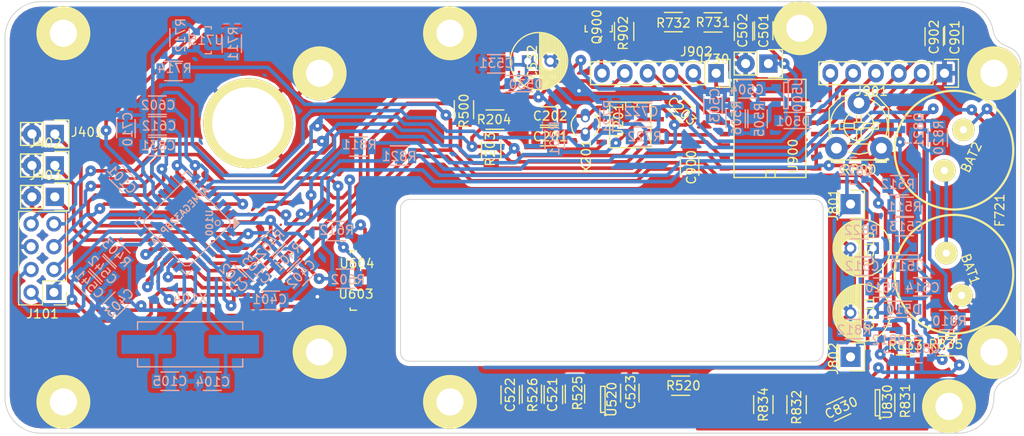
<source format=kicad_pcb>
(kicad_pcb (version 4) (host pcbnew 4.0.4-stable)
  (layers (0 F.Cu signal) (31 B.Cu signal) (34 B.Paste user hide) (35 F.Paste user hide) (36 B.SilkS user) (37 F.SilkS user) (38 B.Mask user hide) (39 F.Mask user hide) (44 Edge.Cuts user))
  (net 0 "")
  (net 1 "Net-(BAT1-Pad1)")
  (net 2 GND)
  (net 3 "Net-(BAT2-Pad1)")
  (net 4 VCC)
  (net 5 "Net-(C104-Pad2)")
  (net 6 "Net-(C105-Pad2)")
  (net 7 "Net-(C201-Pad1)")
  (net 8 "Net-(C202-Pad1)")
  (net 9 V_rtc)
  (net 10 BP1)
  (net 11 BP2)
  (net 12 BP3)
  (net 13 V_sol)
  (net 14 "Net-(C503-Pad1)")
  (net 15 "Net-(C504-Pad1)")
  (net 16 "Net-(C511-Pad1)")
  (net 17 "Net-(C513-Pad1)")
  (net 18 VPP)
  (net 19 "Net-(C522-Pad1)")
  (net 20 V_bat)
  (net 21 quadA)
  (net 22 quadB)
  (net 23 V_ref)
  (net 24 M_imot)
  (net 25 "Net-(J101-Pad1)")
  (net 26 "Net-(J101-Pad3)")
  (net 27 "Net-(J101-Pad4)")
  (net 28 "Net-(J101-Pad5)")
  (net 29 SDA)
  (net 30 SCL)
  (net 31 "Net-(J901-Pad4)")
  (net 32 "Net-(J901-Pad5)")
  (net 33 "Net-(J901-Pad6)")
  (net 34 "Net-(J902-Pad1)")
  (net 35 "Net-(J902-Pad2)")
  (net 36 "Net-(J902-Pad3)")
  (net 37 "Net-(J902-Pad4)")
  (net 38 "Net-(J902-Pad6)")
  (net 39 "Net-(Q811-Pad1)")
  (net 40 "Net-(Q811-Pad2)")
  (net 41 "Net-(Q812-Pad1)")
  (net 42 "Net-(Q821-Pad1)")
  (net 43 "Net-(Q822-Pad1)")
  (net 44 "Net-(Q900-Pad1)")
  (net 45 alarm)
  (net 46 charge_OFF)
  (net 47 "Net-(R510-Pad2)")
  (net 48 VppEn)
  (net 49 "Net-(R711-Pad1)")
  (net 50 M_bat)
  (net 51 M_sol)
  (net 52 C_frw)
  (net 53 C_bkw)
  (net 54 "Net-(R831-Pad2)")
  (net 55 "Net-(R832-Pad2)")
  (net 56 "Net-(R833-Pad1)")
  (net 57 "Net-(R902-Pad1)")
  (net 58 "Net-(J802-Pad1)")
  (net 59 "Net-(J801-Pad1)")
  (net 60 "Net-(C901-Pad2)")
  (module Resistors_SMD:R_1206 (layer F.Cu) (at 176.3 54.26 180)
    (fp_text reference R732 (at 0 -0.1 180) (layer F.SilkS))
    (fp_text value 2.2k)
    (pad 1 smd rect (at -1.45 0 180) (size 0.9 1.7) (layers F.Cu F.Paste F.Mask) (net 51 M_sol))
    (pad 2 smd rect (at 1.45 0 180) (size 0.9 1.7) (layers F.Cu F.Paste F.Mask) (net 2 GND))
  )
  (module Resistors_SMD:R_1206 (layer F.Cu) (at 206.7 90.3 180)
    (fp_text reference R835 (at 0.1 0.2 180) (layer F.SilkS))
    (fp_text value 0R2)
    (pad 1 smd rect (at -1.45 0 180) (size 0.9 1.7) (layers F.Cu F.Paste F.Mask) (net 2 GND))
    (pad 2 smd rect (at 1.45 0 180) (size 0.9 1.7) (layers F.Cu F.Paste F.Mask) (net 40 "Net-(Q811-Pad2)"))
  )
  (module Resistors_SMD:R_1206 (layer B.Cu) (at 205.7 67.1 90)
    (fp_text reference R820 (at 0 0.1 90) (layer B.SilkS) (effects (justify mirror)))
    (fp_text value 3k3)
    (pad 1 smd rect (at -1.45 0 90) (size 0.9 1.7) (layers B.Cu B.Paste B.Mask) (net 40 "Net-(Q811-Pad2)"))
    (pad 2 smd rect (at 1.45 0 90) (size 0.9 1.7) (layers B.Cu B.Paste B.Mask) (net 42 "Net-(Q821-Pad1)"))
  )
  (module gdi:3mm_screw (layer F.Cu) (at 190.37 54.94)
    (fp_text reference H4 (at 0 0.5) (layer F.SilkS))
    (fp_text value hole)
    (pad 1 thru_hole circle (at 0 0) (size 6 6) (drill 3) (layers *.Mask F.Cu F.SilkS) (net 2 GND))
    (pad 1 thru_hole circle (at 0 0) (size 4 4) (drill 3) (layers *.Cu *.Mask F.SilkS) (net 2 GND))
  )
  (module Capacitors_SMD:C_1206 (layer B.Cu) (at 135.03934 82.16066 225)
    (fp_text reference C402 (at 0.2 0 225) (layer B.SilkS) (effects (justify mirror)))
    (fp_text value 10n)
    (pad 1 smd rect (at -1.5 0 225) (size 1 1.6) (layers B.Cu B.Paste B.Mask) (net 11 BP2))
    (pad 2 smd rect (at 1.5 0 225) (size 1 1.6) (layers B.Cu B.Paste B.Mask) (net 2 GND))
  )
  (module Resistors_SMD:R_1206 (layer B.Cu) (at 138.8 77.5)
    (fp_text reference R612 (at 0.05 -0.1) (layer B.SilkS) (effects (justify mirror)))
    (fp_text value 4k7)
    (pad 1 smd rect (at -1.45 0) (size 0.9 1.7) (layers B.Cu B.Paste B.Mask) (net 4 VCC))
    (pad 2 smd rect (at 1.45 0) (size 0.9 1.7) (layers B.Cu B.Paste B.Mask) (net 22 quadB))
  )
  (module Capacitors_SMD:C_1206 (layer B.Cu) (at 111.2 83.4 315)
    (fp_text reference C541 (at 0.1 -0.1 315) (layer B.SilkS) (effects (justify mirror)))
    (fp_text value 10n)
    (pad 1 smd rect (at -1.5 0 315) (size 1 1.6) (layers B.Cu B.Paste B.Mask) (net 4 VCC))
    (pad 2 smd rect (at 1.5 0 315) (size 1 1.6) (layers B.Cu B.Paste B.Mask) (net 2 GND))
  )
  (module TO_SOT_Packages_SMD:SOT-23 (layer B.Cu) (at 200.39822 89.5 270)
    (fp_text reference Q812 (at 0.1 0.09924 540) (layer B.SilkS) (effects (justify mirror)))
    (fp_text value PBSS5350)
    (pad 1 smd rect (at -0.95 -1.00076 270) (size 0.8001 0.8001) (layers B.Cu B.Paste B.Mask) (net 41 "Net-(Q812-Pad1)"))
    (pad 2 smd rect (at 0.95 -1.00076 270) (size 0.8001 0.8001) (layers B.Cu B.Paste B.Mask) (net 18 VPP))
    (pad 3 smd rect (at 0 0.99822 270) (size 0.8001 0.8001) (layers B.Cu B.Paste B.Mask) (net 58 "Net-(J802-Pad1)"))
  )
  (module Capacitors_ThroughHole:C_Radial_D6.3_L11.2_P2.5 (layer F.Cu) (at 198.5 86.6 180)
    (fp_text reference C511 (at 0.4 0 270) (layer F.SilkS))
    (fp_text value 470uF)
    (pad 2 thru_hole circle (at 2.5 0 180) (size 1.3 1.3) (drill 0.8) (layers *.Cu *.Mask) (net 2 GND))
    (pad 1 thru_hole rect (at 0 0 180) (size 1.3 1.3) (drill 0.8) (layers *.Cu *.Mask) (net 16 "Net-(C511-Pad1)"))
  )
  (module Fuse_Holders_and_Fuses:Fuse_SMD1206_Reflow (layer F.Cu) (at 212.5 75.4 270)
    (fp_text reference F721 (at -0.2 -0.1 270) (layer F.SilkS))
    (fp_text value 5A)
    (pad 1 smd rect (at -1.20396 0) (size 2.02946 1.14046) (layers F.Cu F.Paste F.Mask) (net 3 "Net-(BAT2-Pad1)"))
    (pad 2 smd rect (at 1.20396 0) (size 2.02946 1.14046) (layers F.Cu F.Paste F.Mask) (net 20 V_bat))
  )
  (module Resistors_SMD:R_1206 (layer B.Cu) (at 196.4 88.4)
    (fp_text reference R812 (at 0 0.1) (layer B.SilkS) (effects (justify mirror)))
    (fp_text value 330)
    (pad 1 smd rect (at -1.45 0) (size 0.9 1.7) (layers B.Cu B.Paste B.Mask) (net 59 "Net-(J801-Pad1)"))
    (pad 2 smd rect (at 1.45 0) (size 0.9 1.7) (layers B.Cu B.Paste B.Mask) (net 41 "Net-(Q812-Pad1)"))
  )
  (module Resistors_SMD:R_1206 (layer B.Cu) (at 197 77.3)
    (fp_text reference R822 (at 0.2 0.1) (layer B.SilkS) (effects (justify mirror)))
    (fp_text value 330)
    (pad 1 smd rect (at -1.45 0) (size 0.9 1.7) (layers B.Cu B.Paste B.Mask) (net 58 "Net-(J802-Pad1)"))
    (pad 2 smd rect (at 1.45 0) (size 0.9 1.7) (layers B.Cu B.Paste B.Mask) (net 43 "Net-(Q822-Pad1)"))
  )
  (module TO_SOT_Packages_SMD:SOT-23 (layer B.Cu) (at 202.7 66.2 270)
    (fp_text reference Q821 (at 0.05 -0.90076 270) (layer B.SilkS) (effects (justify mirror)))
    (fp_text value PBSS4320)
    (pad 1 smd rect (at -0.95 -1.00076 270) (size 0.8001 0.8001) (layers B.Cu B.Paste B.Mask) (net 42 "Net-(Q821-Pad1)"))
    (pad 2 smd rect (at 0.95 -1.00076 270) (size 0.8001 0.8001) (layers B.Cu B.Paste B.Mask) (net 40 "Net-(Q811-Pad2)"))
    (pad 3 smd rect (at 0 0.99822 270) (size 0.8001 0.8001) (layers B.Cu B.Paste B.Mask) (net 59 "Net-(J801-Pad1)"))
  )
  (module Potentiometers:Potentiometer_Triwood_RM-065 (layer F.Cu) (at 194.43064 68.27936)
    (fp_text reference RP90 (at 2.5 2.4) (layer F.SilkS))
    (fp_text value 100k)
    (pad 2 thru_hole circle (at 2.49936 -5.03936) (size 2.49936 2.49936) (drill 1.19888) (layers *.Cu *.Mask) (net 60 "Net-(C901-Pad2)"))
    (pad 3 thru_hole circle (at 4.99872 0) (size 2.49936 2.49936) (drill 1.19888) (layers *.Cu *.Mask) (net 2 GND))
    (pad 1 thru_hole circle (at 0 0) (size 2.49936 2.49936) (drill 1.19888) (layers *.Cu *.Mask) (net 4 VCC))
  )
  (module Resistors_SMD:R_1206 (layer B.Cu) (at 202 74.8 180)
    (fp_text reference R511 (at 0 0 180) (layer B.SilkS) (effects (justify mirror)))
    (fp_text value 100k)
    (pad 1 smd rect (at -1.45 0 180) (size 0.9 1.7) (layers B.Cu B.Paste B.Mask) (net 2 GND))
    (pad 2 smd rect (at 1.45 0 180) (size 0.9 1.7) (layers B.Cu B.Paste B.Mask) (net 17 "Net-(C513-Pad1)"))
  )
  (module Resistors_SMD:R_1206 (layer F.Cu) (at 186.3 96.8 270)
    (fp_text reference R834 (at 0 0 270) (layer F.SilkS))
    (fp_text value 1k)
    (pad 1 smd rect (at -1.45 0 270) (size 0.9 1.7) (layers F.Cu F.Paste F.Mask) (net 55 "Net-(R832-Pad2)"))
    (pad 2 smd rect (at 1.45 0 270) (size 0.9 1.7) (layers F.Cu F.Paste F.Mask) (net 2 GND))
  )
  (module gdi:HFC1330 (layer F.Cu) (at 207.5 82.3 290)
    (fp_text reference BAT1 (at 0.1 -1.9 290) (layer F.SilkS))
    (fp_text value BAT)
    (pad 1 thru_hole circle (at -2.5 0 290) (size 2.5 2.5) (drill 0.8) (layers *.Cu *.Mask F.SilkS) (net 1 "Net-(BAT1-Pad1)"))
    (pad 2 thru_hole circle (at 2.5 0 290) (size 2.5 2.5) (drill 0.8) (layers *.Cu *.Mask F.SilkS) (net 2 GND))
  )
  (module gdi:HFC1330 (layer F.Cu) (at 207.5 68.5 245)
    (fp_text reference BAT2 (at -0.1 -2.1 245) (layer F.SilkS))
    (fp_text value BAT)
    (pad 1 thru_hole circle (at -2.5 0 245) (size 2.5 2.5) (drill 0.8) (layers *.Cu *.Mask F.SilkS) (net 3 "Net-(BAT2-Pad1)"))
    (pad 2 thru_hole circle (at 2.5 0 245) (size 2.5 2.5) (drill 0.8) (layers *.Cu *.Mask F.SilkS) (net 1 "Net-(BAT1-Pad1)"))
  )
  (module Capacitors_ThroughHole:C_Radial_D6.3_L11.2_P2.5 (layer F.Cu) (at 198.5 79.4 180)
    (fp_text reference C515 (at 0.4 -0.06 270) (layer F.SilkS))
    (fp_text value 470uF)
    (pad 2 thru_hole circle (at 2.5 0 180) (size 1.3 1.3) (drill 0.8) (layers *.Cu *.Mask) (net 2 GND))
    (pad 1 thru_hole rect (at 0 0 180) (size 1.3 1.3) (drill 0.8) (layers *.Cu *.Mask) (net 4 VCC))
  )
  (module Capacitors_ThroughHole:C_Radial_D6.3_L11.2_P2.5 (layer F.Cu) (at 160.1 58.6)
    (fp_text reference C532 (at 0.51 0.1 90) (layer F.SilkS))
    (fp_text value 470uF)
    (pad 2 thru_hole circle (at 2.5 0) (size 1.3 1.3) (drill 0.8) (layers *.Cu *.Mask) (net 2 GND))
    (pad 1 thru_hole rect (at 0 0) (size 1.3 1.3) (drill 0.8) (layers *.Cu *.Mask) (net 9 V_rtc))
  )
  (module Diodes_SMD:SOD-123 (layer B.Cu) (at 189.6 65.2 180)
    (fp_text reference D501 (at 0 -0.1 180) (layer B.SilkS) (effects (justify mirror)))
    (fp_text value SCHOTTKY)
    (pad 1 smd rect (at -1.635 0 180) (size 0.91 1.22) (layers B.Cu B.Paste B.Mask) (net 20 V_bat))
    (pad 2 smd rect (at 1.635 0 180) (size 0.91 1.22) (layers B.Cu B.Paste B.Mask) (net 15 "Net-(C504-Pad1)"))
  )
  (module Diodes_SMD:SOD-123 (layer B.Cu) (at 201.8 86.2)
    (fp_text reference D510 (at 0.1 0) (layer B.SilkS) (effects (justify mirror)))
    (fp_text value SCHOTTKY)
    (pad 1 smd rect (at -1.635 0) (size 0.91 1.22) (layers B.Cu B.Paste B.Mask) (net 16 "Net-(C511-Pad1)"))
    (pad 2 smd rect (at 1.635 0) (size 0.91 1.22) (layers B.Cu B.Paste B.Mask) (net 20 V_bat))
  )
  (module Diodes_SMD:SOD-123 (layer B.Cu) (at 159.6 61.1)
    (fp_text reference D530 (at 0.3 0.1) (layer B.SilkS) (effects (justify mirror)))
    (fp_text value SCHOTTKY)
    (pad 1 smd rect (at -1.635 0) (size 0.91 1.22) (layers B.Cu B.Paste B.Mask) (net 9 V_rtc))
    (pad 2 smd rect (at 1.635 0) (size 0.91 1.22) (layers B.Cu B.Paste B.Mask) (net 4 VCC))
  )
  (module gdi:3mm_screw (layer F.Cu) (at 108.45 96.5)
    (fp_text reference H1 (at 0 0.5) (layer F.SilkS))
    (fp_text value hole)
    (pad 1 thru_hole circle (at 0 0) (size 6 6) (drill 3) (layers *.Mask F.Cu F.SilkS) (net 2 GND))
    (pad 1 thru_hole circle (at 0 0) (size 4 4) (drill 3) (layers *.Cu *.Mask F.SilkS) (net 2 GND))
  )
  (module gdi:3mm_screw (layer F.Cu) (at 151.45 96.5)
    (fp_text reference H2 (at 0 0.5) (layer F.SilkS))
    (fp_text value hole)
    (pad 1 thru_hole circle (at 0 0) (size 6 6) (drill 3) (layers *.Mask F.Cu F.SilkS) (net 2 GND))
    (pad 1 thru_hole circle (at 0 0) (size 4 4) (drill 3) (layers *.Cu *.Mask F.SilkS) (net 2 GND))
  )
  (module gdi:3mm_screw (layer F.Cu) (at 206.95 97)
    (fp_text reference H3 (at 0 0.5) (layer F.SilkS))
    (fp_text value hole)
    (pad 1 thru_hole circle (at 0 0) (size 6 6) (drill 3) (layers *.Mask F.Cu F.SilkS) (net 2 GND))
    (pad 1 thru_hole circle (at 0 0) (size 4 4) (drill 3) (layers *.Cu *.Mask F.SilkS) (net 2 GND))
  )
  (module gdi:3mm_screw (layer F.Cu) (at 151.45 55.5)
    (fp_text reference H5 (at 0 0.5) (layer F.SilkS))
    (fp_text value hole)
    (pad 1 thru_hole circle (at 0 0) (size 6 6) (drill 3) (layers *.Mask F.Cu F.SilkS) (net 2 GND))
    (pad 1 thru_hole circle (at 0 0) (size 4 4) (drill 3) (layers *.Cu *.Mask F.SilkS) (net 2 GND))
  )
  (module gdi:3mm_screw (layer F.Cu) (at 108.45 55.5)
    (fp_text reference H6 (at 0 0.5) (layer F.SilkS))
    (fp_text value hole)
    (pad 1 thru_hole circle (at 0 0) (size 6 6) (drill 3) (layers *.Mask F.Cu F.SilkS) (net 2 GND))
    (pad 1 thru_hole circle (at 0 0) (size 4 4) (drill 3) (layers *.Cu *.Mask F.SilkS) (net 2 GND))
  )
  (module gdi:MF85 (layer F.Cu) (at 129 65.5)
    (fp_text reference H7 (at 0 0.5) (layer F.SilkS))
    (fp_text value hole)
    (pad 1 thru_hole circle (at 0 0) (size 10 10) (drill 8) (layers *.Cu *.Mask F.SilkS) (net 2 GND))
  )
  (module Pin_Headers:Pin_Header_Straight_1x02 (layer F.Cu) (at 107.5 66.7 270)
    (fp_text reference J401 (at -0.2 -3.6 360) (layer F.SilkS))
    (fp_text value HEADER_2)
    (pad 1 thru_hole rect (at 0 0 270) (size 2.032 2.032) (drill 1.016) (layers *.Cu *.Mask) (net 10 BP1))
    (pad 2 thru_hole oval (at 0 2.54 270) (size 2.032 2.032) (drill 1.016) (layers *.Cu *.Mask) (net 2 GND))
  )
  (module Pin_Headers:Pin_Header_Straight_1x02 (layer F.Cu) (at 107.5 70.2 270)
    (fp_text reference J402 (at -2.5 1.04 360) (layer F.SilkS))
    (fp_text value HEADER_2)
    (pad 1 thru_hole rect (at 0 0 270) (size 2.032 2.032) (drill 1.016) (layers *.Cu *.Mask) (net 11 BP2))
    (pad 2 thru_hole oval (at 0 2.54 270) (size 2.032 2.032) (drill 1.016) (layers *.Cu *.Mask) (net 2 GND))
  )
  (module Pin_Headers:Pin_Header_Straight_1x02 (layer F.Cu) (at 107.5 73.7 270)
    (fp_text reference J403 (at -2.4 1.04 360) (layer F.SilkS))
    (fp_text value HEADER_2)
    (pad 1 thru_hole rect (at 0 0 270) (size 2.032 2.032) (drill 1.016) (layers *.Cu *.Mask) (net 12 BP3))
    (pad 2 thru_hole oval (at 0 2.54 270) (size 2.032 2.032) (drill 1.016) (layers *.Cu *.Mask) (net 2 GND))
  )
  (module Pin_Headers:Pin_Header_Straight_1x02 (layer F.Cu) (at 186.87 58.87 270)
    (fp_text reference J730 (at -0.5 6.14 360) (layer F.SilkS))
    (fp_text value HEADER_2)
    (pad 1 thru_hole rect (at 0 0 270) (size 2.032 2.032) (drill 1.016) (layers *.Cu *.Mask) (net 13 V_sol))
    (pad 2 thru_hole oval (at 0 2.54 270) (size 2.032 2.032) (drill 1.016) (layers *.Cu *.Mask) (net 2 GND))
  )
  (module Pin_Headers:Pin_Header_Straight_1x06 (layer F.Cu) (at 206.45 59.95 270)
    (fp_text reference J901 (at 2 8.1 360) (layer F.SilkS))
    (fp_text value HEADER_6)
    (pad 1 thru_hole rect (at 0 0 270) (size 2.032 1.7272) (drill 1.016) (layers *.Cu *.Mask) (net 2 GND))
    (pad 2 thru_hole oval (at 0 2.54 270) (size 2.032 1.7272) (drill 1.016) (layers *.Cu *.Mask) (net 4 VCC))
    (pad 3 thru_hole oval (at 0 5.08 270) (size 2.032 1.7272) (drill 1.016) (layers *.Cu *.Mask) (net 60 "Net-(C901-Pad2)"))
    (pad 4 thru_hole oval (at 0 7.62 270) (size 2.032 1.7272) (drill 1.016) (layers *.Cu *.Mask) (net 31 "Net-(J901-Pad4)"))
    (pad 5 thru_hole oval (at 0 10.16 270) (size 2.032 1.7272) (drill 1.016) (layers *.Cu *.Mask) (net 32 "Net-(J901-Pad5)"))
    (pad 6 thru_hole oval (at 0 12.7 270) (size 2.032 1.7272) (drill 1.016) (layers *.Cu *.Mask) (net 33 "Net-(J901-Pad6)"))
  )
  (module Pin_Headers:Pin_Header_Straight_1x06 (layer F.Cu) (at 181.05 59.95 270)
    (fp_text reference J902 (at -2.4 2.2 360) (layer F.SilkS))
    (fp_text value HEADER_6)
    (pad 1 thru_hole rect (at 0 0 270) (size 2.032 1.7272) (drill 1.016) (layers *.Cu *.Mask) (net 34 "Net-(J902-Pad1)"))
    (pad 2 thru_hole oval (at 0 2.54 270) (size 2.032 1.7272) (drill 1.016) (layers *.Cu *.Mask) (net 35 "Net-(J902-Pad2)"))
    (pad 3 thru_hole oval (at 0 5.08 270) (size 2.032 1.7272) (drill 1.016) (layers *.Cu *.Mask) (net 36 "Net-(J902-Pad3)"))
    (pad 4 thru_hole oval (at 0 7.62 270) (size 2.032 1.7272) (drill 1.016) (layers *.Cu *.Mask) (net 37 "Net-(J902-Pad4)"))
    (pad 5 thru_hole oval (at 0 10.16 270) (size 2.032 1.7272) (drill 1.016) (layers *.Cu *.Mask) (net 4 VCC))
    (pad 6 thru_hole oval (at 0 12.7 270) (size 2.032 1.7272) (drill 1.016) (layers *.Cu *.Mask) (net 38 "Net-(J902-Pad6)"))
  )
  (module w_lqfp:lqfp32 (layer B.Cu) (at 122.2 76.6 225)
    (fp_text reference U100 (at -1.767767 -1.767767 270) (layer B.SilkS) (effects (font (size 0.7493 0.7493) (thickness 0.14986)) (justify mirror)))
    (fp_text value ATMEGA328P-A (at 0 1.143 225) (layer B.SilkS) (effects (font (size 0.7493 0.7493) (thickness 0.14986)) (justify mirror)))
    (pad 4 smd rect (at -0.39878 -4.09956 225) (size 0.55118 1.30048) (layers B.Cu B.Paste B.Mask) (net 4 VCC))
    (pad 5 smd rect (at 0.39878 -4.09956 225) (size 0.55118 1.30048) (layers B.Cu B.Paste B.Mask) (net 2 GND))
    (pad 6 smd rect (at 1.19888 -4.09956 225) (size 0.55118 1.30048) (layers B.Cu B.Paste B.Mask) (net 4 VCC))
    (pad 7 smd rect (at 1.99898 -4.09956 225) (size 0.55118 1.30048) (layers B.Cu B.Paste B.Mask) (net 5 "Net-(C104-Pad2)"))
    (pad 8 smd rect (at 2.79908 -4.09956 225) (size 0.55118 1.30048) (layers B.Cu B.Paste B.Mask) (net 6 "Net-(C105-Pad2)"))
    (pad 1 smd rect (at -2.79908 -4.09956 225) (size 0.55118 1.30048) (layers B.Cu B.Paste B.Mask) (net 11 BP2))
    (pad 2 smd rect (at -1.99898 -4.09956 225) (size 0.55118 1.30048) (layers B.Cu B.Paste B.Mask) (net 10 BP1))
    (pad 3 smd rect (at -1.19888 -4.09956 225) (size 0.55118 1.30048) (layers B.Cu B.Paste B.Mask) (net 2 GND))
    (pad 9 smd rect (at 4.09956 -2.79908 225) (size 1.30048 0.55118) (layers B.Cu B.Paste B.Mask) (net 12 BP3))
    (pad 10 smd rect (at 4.09956 -1.99898 225) (size 1.30048 0.55118) (layers B.Cu B.Paste B.Mask) (net 46 charge_OFF))
    (pad 11 smd rect (at 4.09956 -1.19888 225) (size 1.30048 0.55118) (layers B.Cu B.Paste B.Mask) (net 48 VppEn))
    (pad 12 smd rect (at 4.09956 -0.39878 225) (size 1.30048 0.55118) (layers B.Cu B.Paste B.Mask) (net 52 C_frw))
    (pad 13 smd rect (at 4.09956 0.39878 225) (size 1.30048 0.55118) (layers B.Cu B.Paste B.Mask) (net 53 C_bkw))
    (pad 14 smd rect (at 4.09956 1.19888 225) (size 1.30048 0.55118) (layers B.Cu B.Paste B.Mask))
    (pad 15 smd rect (at 4.09956 1.99898 225) (size 1.30048 0.55118) (layers B.Cu B.Paste B.Mask) (net 27 "Net-(J101-Pad4)"))
    (pad 16 smd rect (at 4.09956 2.79908 225) (size 1.30048 0.55118) (layers B.Cu B.Paste B.Mask) (net 25 "Net-(J101-Pad1)"))
    (pad 17 smd rect (at 2.79908 4.09956 225) (size 0.55118 1.30048) (layers B.Cu B.Paste B.Mask) (net 26 "Net-(J101-Pad3)"))
    (pad 18 smd rect (at 1.99898 4.09956 225) (size 0.55118 1.30048) (layers B.Cu B.Paste B.Mask) (net 4 VCC))
    (pad 19 smd rect (at 1.19888 4.09956 225) (size 0.55118 1.30048) (layers B.Cu B.Paste B.Mask) (net 51 M_sol))
    (pad 20 smd rect (at 0.39878 4.09956 225) (size 0.55118 1.30048) (layers B.Cu B.Paste B.Mask) (net 23 V_ref))
    (pad 21 smd rect (at -0.39878 4.09956 225) (size 0.55118 1.30048) (layers B.Cu B.Paste B.Mask) (net 2 GND))
    (pad 22 smd rect (at -1.19888 4.09956 225) (size 0.55118 1.30048) (layers B.Cu B.Paste B.Mask) (net 50 M_bat))
    (pad 23 smd rect (at -1.99898 4.09956 225) (size 0.55118 1.30048) (layers B.Cu B.Paste B.Mask) (net 24 M_imot))
    (pad 24 smd rect (at -2.79908 4.09956 225) (size 0.55118 1.30048) (layers B.Cu B.Paste B.Mask))
    (pad 25 smd rect (at -4.09956 2.79908 225) (size 1.30048 0.55118) (layers B.Cu B.Paste B.Mask) (net 22 quadB))
    (pad 26 smd rect (at -4.09956 1.99898 225) (size 1.30048 0.55118) (layers B.Cu B.Paste B.Mask) (net 21 quadA))
    (pad 27 smd rect (at -4.09956 1.19888 225) (size 1.30048 0.55118) (layers B.Cu B.Paste B.Mask) (net 29 SDA))
    (pad 28 smd rect (at -4.09956 0.39878 225) (size 1.30048 0.55118) (layers B.Cu B.Paste B.Mask) (net 30 SCL))
    (pad 29 smd rect (at -4.09956 -0.39878 225) (size 1.30048 0.55118) (layers B.Cu B.Paste B.Mask) (net 28 "Net-(J101-Pad5)"))
    (pad 30 smd rect (at -4.09956 -1.19888 225) (size 1.30048 0.55118) (layers B.Cu B.Paste B.Mask))
    (pad 31 smd rect (at -4.09956 -1.99898 225) (size 1.30048 0.55118) (layers B.Cu B.Paste B.Mask))
    (pad 32 smd rect (at -4.09956 -2.79908 225) (size 1.30048 0.55118) (layers B.Cu B.Paste B.Mask) (net 45 alarm))
  )
  (module SMD_Packages:SOIC-8-N (layer F.Cu) (at 171.5 65.7 270)
    (fp_text reference U201 (at -0.5 1.3 270) (layer F.SilkS))
    (fp_text value MCP7940)
    (pad 8 smd rect (at -1.905 -3.175 270) (size 0.508 1.143) (layers F.Cu F.Paste F.Mask) (net 9 V_rtc))
    (pad 7 smd rect (at -0.635 -3.175 270) (size 0.508 1.143) (layers F.Cu F.Paste F.Mask) (net 45 alarm))
    (pad 6 smd rect (at 0.635 -3.175 270) (size 0.508 1.143) (layers F.Cu F.Paste F.Mask) (net 30 SCL))
    (pad 5 smd rect (at 1.905 -3.175 270) (size 0.508 1.143) (layers F.Cu F.Paste F.Mask) (net 29 SDA))
    (pad 4 smd rect (at 1.905 3.175 270) (size 0.508 1.143) (layers F.Cu F.Paste F.Mask) (net 2 GND))
    (pad 3 smd rect (at 0.635 3.175 270) (size 0.508 1.143) (layers F.Cu F.Paste F.Mask) (net 45 alarm))
    (pad 2 smd rect (at -0.635 3.175 270) (size 0.508 1.143) (layers F.Cu F.Paste F.Mask) (net 7 "Net-(C201-Pad1)"))
    (pad 1 smd rect (at -1.905 3.175 270) (size 0.508 1.143) (layers F.Cu F.Paste F.Mask) (net 8 "Net-(C202-Pad1)"))
  )
  (module SMD_Packages:SO-16-W (layer F.Cu) (at 187.1 66.08 90)
    (fp_text reference U900 (at -3.1 2.5 90) (layer F.SilkS))
    (fp_text value PCF8574)
    (pad 1 smd rect (at -4.445 5.08 90) (size 0.508 1.143) (layers F.Cu F.Paste F.Mask) (net 4 VCC))
    (pad 2 smd rect (at -3.175 5.08 90) (size 0.508 1.143) (layers F.Cu F.Paste F.Mask) (net 4 VCC))
    (pad 3 smd rect (at -1.905 5.08 90) (size 0.508 1.143) (layers F.Cu F.Paste F.Mask) (net 4 VCC))
    (pad 4 smd rect (at -0.635 5.08 90) (size 0.508 1.143) (layers F.Cu F.Paste F.Mask) (net 31 "Net-(J901-Pad4)"))
    (pad 5 smd rect (at 0.635 5.08 90) (size 0.508 1.143) (layers F.Cu F.Paste F.Mask) (net 32 "Net-(J901-Pad5)"))
    (pad 6 smd rect (at 1.905 5.08 90) (size 0.508 1.143) (layers F.Cu F.Paste F.Mask) (net 33 "Net-(J901-Pad6)"))
    (pad 7 smd rect (at 3.175 5.08 90) (size 0.508 1.143) (layers F.Cu F.Paste F.Mask) (net 57 "Net-(R902-Pad1)"))
    (pad 8 smd rect (at 4.445 5.08 90) (size 0.508 1.143) (layers F.Cu F.Paste F.Mask) (net 2 GND))
    (pad 9 smd rect (at 4.445 -5.08 90) (size 0.508 1.143) (layers F.Cu F.Paste F.Mask) (net 34 "Net-(J902-Pad1)"))
    (pad 10 smd rect (at 3.175 -5.08 90) (size 0.508 1.143) (layers F.Cu F.Paste F.Mask) (net 35 "Net-(J902-Pad2)"))
    (pad 11 smd rect (at 1.905 -5.08 90) (size 0.508 1.143) (layers F.Cu F.Paste F.Mask) (net 36 "Net-(J902-Pad3)"))
    (pad 12 smd rect (at 0.635 -5.08 90) (size 0.508 1.143) (layers F.Cu F.Paste F.Mask) (net 37 "Net-(J902-Pad4)"))
    (pad 13 smd rect (at -0.635 -5.08 90) (size 0.508 1.143) (layers F.Cu F.Paste F.Mask))
    (pad 14 smd rect (at -1.905 -5.08 90) (size 0.508 1.143) (layers F.Cu F.Paste F.Mask) (net 30 SCL))
    (pad 15 smd rect (at -3.175 -5.08 90) (size 0.508 1.143) (layers F.Cu F.Paste F.Mask) (net 29 SDA))
    (pad 16 smd rect (at -4.445 -5.08 90) (size 0.508 1.143) (layers F.Cu F.Paste F.Mask) (net 4 VCC))
  )
  (module Crystals:Crystal_Round_Vertical_3mm_BigPad (layer F.Cu) (at 166.5 65.7 270)
    (fp_text reference X201 (at 3.5 -0.1 270) (layer F.SilkS))
    (fp_text value 32.768K)
    (pad 1 thru_hole oval (at -0.7493 0 270) (size 1.50114 1.00076) (drill 0.59944 (offset -0.29972 0)) (layers *.Cu *.Mask) (net 8 "Net-(C202-Pad1)"))
    (pad 2 thru_hole oval (at 0.7493 0 270) (size 1.50114 1.00076) (drill 0.59944 (offset 0.29972 0)) (layers *.Cu *.Mask) (net 7 "Net-(C201-Pad1)"))
  )
  (module Pin_Headers:Pin_Header_Straight_1x01 (layer F.Cu) (at 196 74.5 270)
    (fp_text reference J801 (at 0.1 1.9 450) (layer F.SilkS))
    (fp_text value HEADER_1)
    (pad 1 thru_hole rect (at 0 0 270) (size 2.2352 2.2352) (drill 1.016) (layers *.Cu *.Mask) (net 59 "Net-(J801-Pad1)"))
  )
  (module Pin_Headers:Pin_Header_Straight_1x01 (layer F.Cu) (at 196 91.5 270)
    (fp_text reference J802 (at 0.2 1.9 270) (layer F.SilkS))
    (fp_text value HEADER_1)
    (pad 1 thru_hole rect (at 0 0 270) (size 2.2352 2.2352) (drill 1.016) (layers *.Cu *.Mask) (net 58 "Net-(J802-Pad1)"))
  )
  (module Capacitors_SMD:C_1206 (layer B.Cu) (at 115 71.7 315)
    (fp_text reference C101 (at 0 0.1 315) (layer B.SilkS) (effects (justify mirror)))
    (fp_text value 10n)
    (pad 1 smd rect (at -1.5 0 315) (size 1 1.6) (layers B.Cu B.Paste B.Mask) (net 2 GND))
    (pad 2 smd rect (at 1.5 0 315) (size 1 1.6) (layers B.Cu B.Paste B.Mask) (net 4 VCC))
  )
  (module Capacitors_SMD:C_1206 (layer B.Cu) (at 127.4 82.7 135)
    (fp_text reference C102 (at 0 0 135) (layer B.SilkS) (effects (justify mirror)))
    (fp_text value 100n)
    (pad 1 smd rect (at -1.5 0 135) (size 1 1.6) (layers B.Cu B.Paste B.Mask) (net 2 GND))
    (pad 2 smd rect (at 1.5 0 135) (size 1 1.6) (layers B.Cu B.Paste B.Mask) (net 4 VCC))
  )
  (module Capacitors_SMD:C_1206 (layer B.Cu) (at 129.7 81.7 135)
    (fp_text reference C103 (at -0.212132 0.070711 135) (layer B.SilkS) (effects (justify mirror)))
    (fp_text value 10n)
    (pad 1 smd rect (at -1.5 0 135) (size 1 1.6) (layers B.Cu B.Paste B.Mask) (net 2 GND))
    (pad 2 smd rect (at 1.5 0 135) (size 1 1.6) (layers B.Cu B.Paste B.Mask) (net 4 VCC))
  )
  (module Capacitors_SMD:C_1206 (layer B.Cu) (at 125 94.2)
    (fp_text reference C104 (at 0.070711 0.070711) (layer B.SilkS) (effects (justify mirror)))
    (fp_text value 10p)
    (pad 1 smd rect (at -1.5 0) (size 1 1.6) (layers B.Cu B.Paste B.Mask) (net 2 GND))
    (pad 2 smd rect (at 1.5 0) (size 1 1.6) (layers B.Cu B.Paste B.Mask) (net 5 "Net-(C104-Pad2)"))
  )
  (module Capacitors_SMD:C_1206 (layer B.Cu) (at 120.3 94.2 180)
    (fp_text reference C105 (at 0 0 180) (layer B.SilkS) (effects (justify mirror)))
    (fp_text value 10p)
    (pad 1 smd rect (at -1.5 0 180) (size 1 1.6) (layers B.Cu B.Paste B.Mask) (net 2 GND))
    (pad 2 smd rect (at 1.5 0 180) (size 1 1.6) (layers B.Cu B.Paste B.Mask) (net 6 "Net-(C105-Pad2)"))
  )
  (module Capacitors_SMD:C_1206 (layer F.Cu) (at 162.5 67 180)
    (fp_text reference C201 (at -0.1 0 180) (layer F.SilkS))
    (fp_text value 10p)
    (pad 1 smd rect (at -1.5 0 180) (size 1 1.6) (layers F.Cu F.Paste F.Mask) (net 7 "Net-(C201-Pad1)"))
    (pad 2 smd rect (at 1.5 0 180) (size 1 1.6) (layers F.Cu F.Paste F.Mask) (net 2 GND))
  )
  (module Capacitors_SMD:C_1206 (layer F.Cu) (at 162.5 64.7 180)
    (fp_text reference C202 (at -0.1 0 180) (layer F.SilkS))
    (fp_text value 10p)
    (pad 1 smd rect (at -1.5 0 180) (size 1 1.6) (layers F.Cu F.Paste F.Mask) (net 8 "Net-(C202-Pad1)"))
    (pad 2 smd rect (at 1.5 0 180) (size 1 1.6) (layers F.Cu F.Paste F.Mask) (net 2 GND))
  )
  (module Capacitors_SMD:C_1206 (layer F.Cu) (at 177.23934 64.03934 135)
    (fp_text reference C203 (at -0.070711 -0.070711 135) (layer F.SilkS))
    (fp_text value 10n)
    (pad 1 smd rect (at -1.5 0 135) (size 1 1.6) (layers F.Cu F.Paste F.Mask) (net 9 V_rtc))
    (pad 2 smd rect (at 1.5 0 135) (size 1 1.6) (layers F.Cu F.Paste F.Mask) (net 2 GND))
  )
  (module Capacitors_SMD:C_1206 (layer B.Cu) (at 131.5 85.2 180)
    (fp_text reference C401 (at 0.1 0.1 180) (layer B.SilkS) (effects (justify mirror)))
    (fp_text value 10n)
    (pad 1 smd rect (at -1.5 0 180) (size 1 1.6) (layers B.Cu B.Paste B.Mask) (net 10 BP1))
    (pad 2 smd rect (at 1.5 0 180) (size 1 1.6) (layers B.Cu B.Paste B.Mask) (net 2 GND))
  )
  (module Capacitors_SMD:C_1206 (layer B.Cu) (at 114.2 85.7 225)
    (fp_text reference C403 (at -0.5 -0.2 225) (layer B.SilkS) (effects (justify mirror)))
    (fp_text value 10n)
    (pad 1 smd rect (at -1.5 0 225) (size 1 1.6) (layers B.Cu B.Paste B.Mask) (net 12 BP3))
    (pad 2 smd rect (at 1.5 0 225) (size 1 1.6) (layers B.Cu B.Paste B.Mask) (net 2 GND))
  )
  (module Capacitors_SMD:C_1206 (layer F.Cu) (at 186.34 55.22 90)
    (fp_text reference C501 (at 0 0 90) (layer F.SilkS))
    (fp_text value 10uF)
    (pad 1 smd rect (at -1.5 0 90) (size 1 1.6) (layers F.Cu F.Paste F.Mask) (net 13 V_sol))
    (pad 2 smd rect (at 1.5 0 90) (size 1 1.6) (layers F.Cu F.Paste F.Mask) (net 2 GND))
  )
  (module Capacitors_SMD:C_1206 (layer F.Cu) (at 184.1 55.29 90)
    (fp_text reference C502 (at 0.1 -0.1 90) (layer F.SilkS))
    (fp_text value 10n)
    (pad 1 smd rect (at -1.5 0 90) (size 1 1.6) (layers F.Cu F.Paste F.Mask) (net 13 V_sol))
    (pad 2 smd rect (at 1.5 0 90) (size 1 1.6) (layers F.Cu F.Paste F.Mask) (net 2 GND))
  )
  (module Capacitors_SMD:C_1206 (layer B.Cu) (at 180.7 63.5 90)
    (fp_text reference C503 (at 0 0.2 90) (layer B.SilkS) (effects (justify mirror)))
    (fp_text value 470p)
    (pad 1 smd rect (at -1.5 0 90) (size 1 1.6) (layers B.Cu B.Paste B.Mask) (net 14 "Net-(C503-Pad1)"))
    (pad 2 smd rect (at 1.5 0 90) (size 1 1.6) (layers B.Cu B.Paste B.Mask) (net 2 GND))
  )
  (module Capacitors_SMD:C_1206 (layer B.Cu) (at 184.55 61.68 180)
    (fp_text reference C504 (at 0.1 -0.1 180) (layer B.SilkS) (effects (justify mirror)))
    (fp_text value 10uF)
    (pad 1 smd rect (at -1.5 0 180) (size 1 1.6) (layers B.Cu B.Paste B.Mask) (net 15 "Net-(C504-Pad1)"))
    (pad 2 smd rect (at 1.5 0 180) (size 1 1.6) (layers B.Cu B.Paste B.Mask) (net 2 GND))
  )
  (module Capacitors_SMD:C_1206 (layer B.Cu) (at 197.5 81.4 180)
    (fp_text reference C512 (at 0.2 0 180) (layer B.SilkS) (effects (justify mirror)))
    (fp_text value 10uF)
    (pad 1 smd rect (at -1.5 0 180) (size 1 1.6) (layers B.Cu B.Paste B.Mask) (net 4 VCC))
    (pad 2 smd rect (at 1.5 0 180) (size 1 1.6) (layers B.Cu B.Paste B.Mask) (net 2 GND))
  )
  (module Capacitors_SMD:C_1206 (layer B.Cu) (at 202 77)
    (fp_text reference C513 (at 0.2 0) (layer B.SilkS) (effects (justify mirror)))
    (fp_text value 470p)
    (pad 1 smd rect (at -1.5 0) (size 1 1.6) (layers B.Cu B.Paste B.Mask) (net 17 "Net-(C513-Pad1)"))
    (pad 2 smd rect (at 1.5 0) (size 1 1.6) (layers B.Cu B.Paste B.Mask) (net 2 GND))
  )
  (module Capacitors_SMD:C_1206 (layer B.Cu) (at 204 83.7 180)
    (fp_text reference C514 (at 0 -0.1 180) (layer B.SilkS) (effects (justify mirror)))
    (fp_text value 10uF)
    (pad 1 smd rect (at -1.5 0 180) (size 1 1.6) (layers B.Cu B.Paste B.Mask) (net 16 "Net-(C511-Pad1)"))
    (pad 2 smd rect (at 1.5 0 180) (size 1 1.6) (layers B.Cu B.Paste B.Mask) (net 2 GND))
  )
  (module Capacitors_SMD:C_1206 (layer F.Cu) (at 162.95 95.7 90)
    (fp_text reference C521 (at 0 -0.1 90) (layer F.SilkS))
    (fp_text value 10uF)
    (pad 1 smd rect (at -1.5 0 90) (size 1 1.6) (layers F.Cu F.Paste F.Mask) (net 18 VPP))
    (pad 2 smd rect (at 1.5 0 90) (size 1 1.6) (layers F.Cu F.Paste F.Mask) (net 2 GND))
  )
  (module Capacitors_SMD:C_1206 (layer F.Cu) (at 158.15 95.72 90)
    (fp_text reference C522 (at 0 0 90) (layer F.SilkS))
    (fp_text value 470p)
    (pad 1 smd rect (at -1.5 0 90) (size 1 1.6) (layers F.Cu F.Paste F.Mask) (net 19 "Net-(C522-Pad1)"))
    (pad 2 smd rect (at 1.5 0 90) (size 1 1.6) (layers F.Cu F.Paste F.Mask) (net 2 GND))
  )
  (module Capacitors_SMD:C_1206 (layer F.Cu) (at 171.45 95.52 90)
    (fp_text reference C523 (at 0.1 0.1 90) (layer F.SilkS))
    (fp_text value 10uF)
    (pad 1 smd rect (at -1.5 0 90) (size 1 1.6) (layers F.Cu F.Paste F.Mask) (net 20 V_bat))
    (pad 2 smd rect (at 1.5 0 90) (size 1 1.6) (layers F.Cu F.Paste F.Mask) (net 2 GND))
  )
  (module Capacitors_SMD:C_1206 (layer B.Cu) (at 156.6 58.9 180)
    (fp_text reference C531 (at 0 0.07 180) (layer B.SilkS) (effects (justify mirror)))
    (fp_text value 10uF)
    (pad 1 smd rect (at -1.5 0 180) (size 1 1.6) (layers B.Cu B.Paste B.Mask) (net 9 V_rtc))
    (pad 2 smd rect (at 1.5 0 180) (size 1 1.6) (layers B.Cu B.Paste B.Mask) (net 2 GND))
  )
  (module Capacitors_SMD:C_1206 (layer B.Cu) (at 112.8 81.7 315)
    (fp_text reference C542 (at 0.1 0.1 315) (layer B.SilkS) (effects (justify mirror)))
    (fp_text value 100nF)
    (pad 1 smd rect (at -1.5 0 315) (size 1 1.6) (layers B.Cu B.Paste B.Mask) (net 4 VCC))
    (pad 2 smd rect (at 1.5 0 315) (size 1 1.6) (layers B.Cu B.Paste B.Mask) (net 2 GND))
  )
  (module Capacitors_SMD:C_1206 (layer B.Cu) (at 118.9 63.5 180)
    (fp_text reference C602 (at -0.1 0 180) (layer B.SilkS) (effects (justify mirror)))
    (fp_text value 100nF)
    (pad 1 smd rect (at -1.5 0 180) (size 1 1.6) (layers B.Cu B.Paste B.Mask) (net 21 quadA))
    (pad 2 smd rect (at 1.5 0 180) (size 1 1.6) (layers B.Cu B.Paste B.Mask) (net 2 GND))
  )
  (module Capacitors_SMD:C_1206 (layer B.Cu) (at 118.9 65.8)
    (fp_text reference C612 (at 0.2 0) (layer B.SilkS) (effects (justify mirror)))
    (fp_text value 100nF)
    (pad 1 smd rect (at -1.5 0) (size 1 1.6) (layers B.Cu B.Paste B.Mask) (net 2 GND))
    (pad 2 smd rect (at 1.5 0) (size 1 1.6) (layers B.Cu B.Paste B.Mask) (net 22 quadB))
  )
  (module Capacitors_SMD:C_1206 (layer B.Cu) (at 115.4 66.1 90)
    (fp_text reference C710 (at -0.070711 0.212132 90) (layer B.SilkS) (effects (justify mirror)))
    (fp_text value 10n)
    (pad 1 smd rect (at -1.5 0 90) (size 1 1.6) (layers B.Cu B.Paste B.Mask) (net 23 V_ref))
    (pad 2 smd rect (at 1.5 0 90) (size 1 1.6) (layers B.Cu B.Paste B.Mask) (net 2 GND))
  )
  (module Capacitors_SMD:C_1206 (layer B.Cu) (at 172.9 64.3 180)
    (fp_text reference C722 (at 0.2 0.1 180) (layer B.SilkS) (effects (justify mirror)))
    (fp_text value 10uF)
    (pad 1 smd rect (at -1.5 0 180) (size 1 1.6) (layers B.Cu B.Paste B.Mask) (net 20 V_bat))
    (pad 2 smd rect (at 1.5 0 180) (size 1 1.6) (layers B.Cu B.Paste B.Mask) (net 2 GND))
  )
  (module Capacitors_SMD:C_1206 (layer F.Cu) (at 194.7 97.3 205)
    (fp_text reference C830 (at -0.3 0 205) (layer F.SilkS))
    (fp_text value 100n)
    (pad 1 smd rect (at -1.5 0 205) (size 1 1.6) (layers F.Cu F.Paste F.Mask) (net 18 VPP))
    (pad 2 smd rect (at 1.5 0 205) (size 1 1.6) (layers F.Cu F.Paste F.Mask) (net 2 GND))
  )
  (module Capacitors_SMD:C_1206 (layer B.Cu) (at 118.9 68.1 180)
    (fp_text reference C831 (at -0.1 0.1 180) (layer B.SilkS) (effects (justify mirror)))
    (fp_text value 100n)
    (pad 1 smd rect (at -1.5 0 180) (size 1 1.6) (layers B.Cu B.Paste B.Mask) (net 24 M_imot))
    (pad 2 smd rect (at 1.5 0 180) (size 1 1.6) (layers B.Cu B.Paste B.Mask) (net 2 GND))
  )
  (module Capacitors_SMD:C_1206 (layer F.Cu) (at 178.1 70.3 270)
    (fp_text reference C900 (at 0.1 -0.2 270) (layer F.SilkS))
    (fp_text value 100nF)
    (pad 1 smd rect (at -1.5 0 270) (size 1 1.6) (layers F.Cu F.Paste F.Mask) (net 4 VCC))
    (pad 2 smd rect (at 1.5 0 270) (size 1 1.6) (layers F.Cu F.Paste F.Mask) (net 2 GND))
  )
  (module Capacitors_SMD:C_1206 (layer F.Cu) (at 207.49 55.73 270)
    (fp_text reference C901 (at 0.23 -0.11 270) (layer F.SilkS))
    (fp_text value 10nF)
    (pad 1 smd rect (at -1.5 0 270) (size 1 1.6) (layers F.Cu F.Paste F.Mask) (net 2 GND))
    (pad 2 smd rect (at 1.5 0 270) (size 1 1.6) (layers F.Cu F.Paste F.Mask) (net 60 "Net-(C901-Pad2)"))
  )
  (module Capacitors_SMD:C_1206 (layer F.Cu) (at 205.31 55.88 270)
    (fp_text reference C902 (at 0.04 0.02 270) (layer F.SilkS))
    (fp_text value 10uF)
    (pad 1 smd rect (at -1.5 0 270) (size 1 1.6) (layers F.Cu F.Paste F.Mask) (net 2 GND))
    (pad 2 smd rect (at 1.5 0 270) (size 1 1.6) (layers F.Cu F.Paste F.Mask) (net 60 "Net-(C901-Pad2)"))
  )
  (module TO_SOT_Packages_SMD:SOT-23 (layer B.Cu) (at 203.9 90.65 270)
    (fp_text reference Q811 (at -0.1 -0.1 540) (layer B.SilkS) (effects (justify mirror)))
    (fp_text value PBSS4320)
    (pad 1 smd rect (at -0.95 -1.00076 270) (size 0.8001 0.8001) (layers B.Cu B.Paste B.Mask) (net 39 "Net-(Q811-Pad1)"))
    (pad 2 smd rect (at 0.95 -1.00076 270) (size 0.8001 0.8001) (layers B.Cu B.Paste B.Mask) (net 40 "Net-(Q811-Pad2)"))
    (pad 3 smd rect (at 0 0.99822 270) (size 0.8001 0.8001) (layers B.Cu B.Paste B.Mask) (net 58 "Net-(J802-Pad1)"))
  )
  (module TO_SOT_Packages_SMD:SOT-23 (layer B.Cu) (at 196.6 70.8 270)
    (fp_text reference Q822 (at 0 0 540) (layer B.SilkS) (effects (justify mirror)))
    (fp_text value PBSS5350)
    (pad 1 smd rect (at -0.95 -1.00076 270) (size 0.8001 0.8001) (layers B.Cu B.Paste B.Mask) (net 43 "Net-(Q822-Pad1)"))
    (pad 2 smd rect (at 0.95 -1.00076 270) (size 0.8001 0.8001) (layers B.Cu B.Paste B.Mask) (net 18 VPP))
    (pad 3 smd rect (at 0 0.99822 270) (size 0.8001 0.8001) (layers B.Cu B.Paste B.Mask) (net 59 "Net-(J801-Pad1)"))
  )
  (module TO_SOT_Packages_SMD:SOT-23 (layer F.Cu) (at 167.99 54.69 180)
    (fp_text reference Q900 (at 0.2 -0.1 270) (layer F.SilkS))
    (fp_text value PBSS4320)
    (pad 1 smd rect (at -0.95 1.00076 180) (size 0.8001 0.8001) (layers F.Cu F.Paste F.Mask) (net 44 "Net-(Q900-Pad1)"))
    (pad 2 smd rect (at 0.95 1.00076 180) (size 0.8001 0.8001) (layers F.Cu F.Paste F.Mask) (net 2 GND))
    (pad 3 smd rect (at 0 -0.99822 180) (size 0.8001 0.8001) (layers F.Cu F.Paste F.Mask) (net 38 "Net-(J902-Pad6)"))
  )
  (module Resistors_SMD:R_1206 (layer B.Cu) (at 163.1 67.3 270)
    (fp_text reference R201 (at -0.1 0 270) (layer B.SilkS) (effects (justify mirror)))
    (fp_text value 10k)
    (pad 1 smd rect (at -1.45 0 270) (size 0.9 1.7) (layers B.Cu B.Paste B.Mask) (net 4 VCC))
    (pad 2 smd rect (at 1.45 0 270) (size 0.9 1.7) (layers B.Cu B.Paste B.Mask) (net 45 alarm))
  )
  (module Resistors_SMD:R_1206 (layer F.Cu) (at 156.03 68.5 90)
    (fp_text reference R203 (at 0.1 -0.1 90) (layer F.SilkS))
    (fp_text value 2.2k)
    (pad 1 smd rect (at -1.45 0 90) (size 0.9 1.7) (layers F.Cu F.Paste F.Mask) (net 4 VCC))
    (pad 2 smd rect (at 1.45 0 90) (size 0.9 1.7) (layers F.Cu F.Paste F.Mask) (net 30 SCL))
  )
  (module Resistors_SMD:R_1206 (layer F.Cu) (at 156.45 65.1 180)
    (fp_text reference R204 (at 0.1 0 180) (layer F.SilkS))
    (fp_text value 2.2k)
    (pad 1 smd rect (at -1.45 0 180) (size 0.9 1.7) (layers F.Cu F.Paste F.Mask) (net 4 VCC))
    (pad 2 smd rect (at 1.45 0 180) (size 0.9 1.7) (layers F.Cu F.Paste F.Mask) (net 29 SDA))
  )
  (module Resistors_SMD:R_1206 (layer B.Cu) (at 133.3 80.5 45)
    (fp_text reference R401 (at 0.2 0 45) (layer B.SilkS) (effects (justify mirror)))
    (fp_text value 10k)
    (pad 1 smd rect (at -1.45 0 45) (size 0.9 1.7) (layers B.Cu B.Paste B.Mask) (net 4 VCC))
    (pad 2 smd rect (at 1.45 0 45) (size 0.9 1.7) (layers B.Cu B.Paste B.Mask) (net 10 BP1))
  )
  (module Resistors_SMD:R_1206 (layer B.Cu) (at 131.6 78.8 45)
    (fp_text reference R402 (at -0.2 0 45) (layer B.SilkS) (effects (justify mirror)))
    (fp_text value 10k)
    (pad 1 smd rect (at -1.45 0 45) (size 0.9 1.7) (layers B.Cu B.Paste B.Mask) (net 4 VCC))
    (pad 2 smd rect (at 1.45 0 45) (size 0.9 1.7) (layers B.Cu B.Paste B.Mask) (net 11 BP2))
  )
  (module Resistors_SMD:R_1206 (layer B.Cu) (at 114.4 80 315)
    (fp_text reference R403 (at -0.1 0 315) (layer B.SilkS) (effects (justify mirror)))
    (fp_text value 10k)
    (pad 1 smd rect (at -1.45 0 315) (size 0.9 1.7) (layers B.Cu B.Paste B.Mask) (net 4 VCC))
    (pad 2 smd rect (at 1.45 0 315) (size 0.9 1.7) (layers B.Cu B.Paste B.Mask) (net 12 BP3))
  )
  (module Resistors_SMD:R_1206 (layer F.Cu) (at 153 64 90)
    (fp_text reference R500 (at -0.141421 0 90) (layer F.SilkS))
    (fp_text value 10k)
    (pad 1 smd rect (at -1.45 0 90) (size 0.9 1.7) (layers F.Cu F.Paste F.Mask) (net 4 VCC))
    (pad 2 smd rect (at 1.45 0 90) (size 0.9 1.7) (layers F.Cu F.Paste F.Mask) (net 46 charge_OFF))
  )
  (module Resistors_SMD:R_1206 (layer B.Cu) (at 185.66 65.02 270)
    (fp_text reference R505 (at 0.1 -0.2 270) (layer B.SilkS) (effects (justify mirror)))
    (fp_text value tbd)
    (pad 1 smd rect (at -1.45 0 270) (size 0.9 1.7) (layers B.Cu B.Paste B.Mask) (net 15 "Net-(C504-Pad1)"))
    (pad 2 smd rect (at 1.45 0 270) (size 0.9 1.7) (layers B.Cu B.Paste B.Mask) (net 14 "Net-(C503-Pad1)"))
  )
  (module Resistors_SMD:R_1206 (layer B.Cu) (at 183.22 65 90)
    (fp_text reference R506 (at 0.1 0.1 90) (layer B.SilkS) (effects (justify mirror)))
    (fp_text value tbd)
    (pad 1 smd rect (at -1.45 0 90) (size 0.9 1.7) (layers B.Cu B.Paste B.Mask) (net 14 "Net-(C503-Pad1)"))
    (pad 2 smd rect (at 1.45 0 90) (size 0.9 1.7) (layers B.Cu B.Paste B.Mask) (net 2 GND))
  )
  (module Resistors_SMD:R_1206 (layer B.Cu) (at 199.55 83.8 180)
    (fp_text reference R510 (at 0 0 180) (layer B.SilkS) (effects (justify mirror)))
    (fp_text value 10k)
    (pad 1 smd rect (at -1.45 0 180) (size 0.9 1.7) (layers B.Cu B.Paste B.Mask) (net 16 "Net-(C511-Pad1)"))
    (pad 2 smd rect (at 1.45 0 180) (size 0.9 1.7) (layers B.Cu B.Paste B.Mask) (net 47 "Net-(R510-Pad2)"))
  )
  (module Resistors_SMD:R_1206 (layer B.Cu) (at 201.45 72.4)
    (fp_text reference R512 (at -0.2 -0.1) (layer B.SilkS) (effects (justify mirror)))
    (fp_text value 33k)
    (pad 1 smd rect (at -1.45 0) (size 0.9 1.7) (layers B.Cu B.Paste B.Mask) (net 17 "Net-(C513-Pad1)"))
    (pad 2 smd rect (at 1.45 0) (size 0.9 1.7) (layers B.Cu B.Paste B.Mask) (net 4 VCC))
  )
  (module Resistors_SMD:R_1206 (layer F.Cu) (at 177.1 94.7)
    (fp_text reference R520 (at 0.3 0) (layer F.SilkS))
    (fp_text value 10k)
    (pad 1 smd rect (at -1.45 0) (size 0.9 1.7) (layers F.Cu F.Paste F.Mask) (net 2 GND))
    (pad 2 smd rect (at 1.45 0) (size 0.9 1.7) (layers F.Cu F.Paste F.Mask) (net 48 VppEn))
  )
  (module Resistors_SMD:R_1206 (layer F.Cu) (at 165.35 95.62 270)
    (fp_text reference R525 (at -0.1 -0.3 270) (layer F.SilkS))
    (fp_text value tbd)
    (pad 1 smd rect (at -1.45 0 270) (size 0.9 1.7) (layers F.Cu F.Paste F.Mask) (net 19 "Net-(C522-Pad1)"))
    (pad 2 smd rect (at 1.45 0 270) (size 0.9 1.7) (layers F.Cu F.Paste F.Mask) (net 18 VPP))
  )
  (module Resistors_SMD:R_1206 (layer F.Cu) (at 160.55 95.62 270)
    (fp_text reference R526 (at 0.1 -0.1 270) (layer F.SilkS))
    (fp_text value tbd)
    (pad 1 smd rect (at -1.45 0 270) (size 0.9 1.7) (layers F.Cu F.Paste F.Mask) (net 2 GND))
    (pad 2 smd rect (at 1.45 0 270) (size 0.9 1.7) (layers F.Cu F.Paste F.Mask) (net 19 "Net-(C522-Pad1)"))
  )
  (module Resistors_SMD:R_1206 (layer B.Cu) (at 139.8 82.8 180)
    (fp_text reference R602 (at -0.3 -0.1 180) (layer B.SilkS) (effects (justify mirror)))
    (fp_text value 4k7)
    (pad 1 smd rect (at -1.45 0 180) (size 0.9 1.7) (layers B.Cu B.Paste B.Mask) (net 21 quadA))
    (pad 2 smd rect (at 1.45 0 180) (size 0.9 1.7) (layers B.Cu B.Paste B.Mask) (net 4 VCC))
  )
  (module Resistors_SMD:R_1206 (layer B.Cu) (at 127.18 56.64 90)
    (fp_text reference R711 (at -0.02 0.16 90) (layer B.SilkS) (effects (justify mirror)))
    (fp_text value 10k)
    (pad 1 smd rect (at -1.45 0 90) (size 0.9 1.7) (layers B.Cu B.Paste B.Mask) (net 49 "Net-(R711-Pad1)"))
    (pad 2 smd rect (at 1.45 0 90) (size 0.9 1.7) (layers B.Cu B.Paste B.Mask) (net 2 GND))
  )
  (module Resistors_SMD:R_1206 (layer B.Cu) (at 121.37 55.99 270)
    (fp_text reference R712 (at -0.27 -0.12 270) (layer B.SilkS) (effects (justify mirror)))
    (fp_text value 4.7k)
    (pad 1 smd rect (at -1.45 0 270) (size 0.9 1.7) (layers B.Cu B.Paste B.Mask) (net 23 V_ref))
    (pad 2 smd rect (at 1.45 0 270) (size 0.9 1.7) (layers B.Cu B.Paste B.Mask) (net 49 "Net-(R711-Pad1)"))
  )
  (module Resistors_SMD:R_1206 (layer B.Cu) (at 120.7 59.7 180)
    (fp_text reference R714 (at -0.1 0.31 180) (layer B.SilkS) (effects (justify mirror)))
    (fp_text value 10k)
    (pad 1 smd rect (at -1.45 0 180) (size 0.9 1.7) (layers B.Cu B.Paste B.Mask) (net 18 VPP))
    (pad 2 smd rect (at 1.45 0 180) (size 0.9 1.7) (layers B.Cu B.Paste B.Mask) (net 23 V_ref))
  )
  (module Resistors_SMD:R_1206 (layer B.Cu) (at 169.2 64.9 270)
    (fp_text reference R721 (at -0.1 0.1 270) (layer B.SilkS) (effects (justify mirror)))
    (fp_text value 4.7k)
    (pad 1 smd rect (at -1.45 0 270) (size 0.9 1.7) (layers B.Cu B.Paste B.Mask) (net 2 GND))
    (pad 2 smd rect (at 1.45 0 270) (size 0.9 1.7) (layers B.Cu B.Paste B.Mask) (net 50 M_bat))
  )
  (module Resistors_SMD:R_1206 (layer B.Cu) (at 172.9 67 180)
    (fp_text reference R722 (at -0.2 0 180) (layer B.SilkS) (effects (justify mirror)))
    (fp_text value 10k)
    (pad 1 smd rect (at -1.45 0 180) (size 0.9 1.7) (layers B.Cu B.Paste B.Mask) (net 20 V_bat))
    (pad 2 smd rect (at 1.45 0 180) (size 0.9 1.7) (layers B.Cu B.Paste B.Mask) (net 50 M_bat))
  )
  (module Resistors_SMD:R_1206 (layer F.Cu) (at 180.7 54.29)
    (fp_text reference R731 (at 0 0) (layer F.SilkS))
    (fp_text value 10k)
    (pad 1 smd rect (at -1.45 0) (size 0.9 1.7) (layers F.Cu F.Paste F.Mask) (net 51 M_sol))
    (pad 2 smd rect (at 1.45 0) (size 0.9 1.7) (layers F.Cu F.Paste F.Mask) (net 13 V_sol))
  )
  (module Resistors_SMD:R_1206 (layer B.Cu) (at 206.9 87.4 180)
    (fp_text reference R810 (at -0.1 -0.1 180) (layer B.SilkS) (effects (justify mirror)))
    (fp_text value 3k3)
    (pad 1 smd rect (at -1.45 0 180) (size 0.9 1.7) (layers B.Cu B.Paste B.Mask) (net 40 "Net-(Q811-Pad2)"))
    (pad 2 smd rect (at 1.45 0 180) (size 0.9 1.7) (layers B.Cu B.Paste B.Mask) (net 39 "Net-(Q811-Pad1)"))
  )
  (module Resistors_SMD:R_1206 (layer B.Cu) (at 141.3 68.1 180)
    (fp_text reference R811 (at -0.070711 0.212132 180) (layer B.SilkS) (effects (justify mirror)))
    (fp_text value 330)
    (pad 1 smd rect (at -1.45 0 180) (size 0.9 1.7) (layers B.Cu B.Paste B.Mask) (net 39 "Net-(Q811-Pad1)"))
    (pad 2 smd rect (at 1.45 0 180) (size 0.9 1.7) (layers B.Cu B.Paste B.Mask) (net 52 C_frw))
  )
  (module Resistors_SMD:R_1206 (layer B.Cu) (at 145.8 69.1)
    (fp_text reference R821 (at 0 0.1) (layer B.SilkS) (effects (justify mirror)))
    (fp_text value 330)
    (pad 1 smd rect (at -1.45 0) (size 0.9 1.7) (layers B.Cu B.Paste B.Mask) (net 53 C_bkw))
    (pad 2 smd rect (at 1.45 0) (size 0.9 1.7) (layers B.Cu B.Paste B.Mask) (net 42 "Net-(Q821-Pad1)"))
  )
  (module Resistors_SMD:R_1206 (layer F.Cu) (at 202 96.6 270)
    (fp_text reference R831 (at -0.2 -0.1 270) (layer F.SilkS))
    (fp_text value 1k)
    (pad 1 smd rect (at -1.45 0 270) (size 0.9 1.7) (layers F.Cu F.Paste F.Mask) (net 24 M_imot))
    (pad 2 smd rect (at 1.45 0 270) (size 0.9 1.7) (layers F.Cu F.Paste F.Mask) (net 54 "Net-(R831-Pad2)"))
  )
  (module Resistors_SMD:R_1206 (layer F.Cu) (at 190 96.8 90)
    (fp_text reference R832 (at -0.3 0 90) (layer F.SilkS))
    (fp_text value 10k)
    (pad 1 smd rect (at -1.45 0 90) (size 0.9 1.7) (layers F.Cu F.Paste F.Mask) (net 54 "Net-(R831-Pad2)"))
    (pad 2 smd rect (at 1.45 0 90) (size 0.9 1.7) (layers F.Cu F.Paste F.Mask) (net 55 "Net-(R832-Pad2)"))
  )
  (module Resistors_SMD:R_1206 (layer F.Cu) (at 202.1 90.2)
    (fp_text reference R833 (at 0 0) (layer F.SilkS))
    (fp_text value 1k)
    (pad 1 smd rect (at -1.45 0) (size 0.9 1.7) (layers F.Cu F.Paste F.Mask) (net 56 "Net-(R833-Pad1)"))
    (pad 2 smd rect (at 1.45 0) (size 0.9 1.7) (layers F.Cu F.Paste F.Mask) (net 40 "Net-(Q811-Pad2)"))
  )
  (module Resistors_SMD:R_1206 (layer F.Cu) (at 170.82 55.29 90)
    (fp_text reference R902 (at -0.2 -0.1 90) (layer F.SilkS))
    (fp_text value 4.7k)
    (pad 1 smd rect (at -1.45 0 90) (size 0.9 1.7) (layers F.Cu F.Paste F.Mask) (net 57 "Net-(R902-Pad1)"))
    (pad 2 smd rect (at 1.45 0 90) (size 0.9 1.7) (layers F.Cu F.Paste F.Mask) (net 44 "Net-(Q900-Pad1)"))
  )
  (module TO_SOT_Packages_SMD:SOT-23-5 (layer B.Cu) (at 188.82 62.43 180)
    (fp_text reference U500 (at -1.3 0.1 450) (layer B.SilkS) (effects (justify mirror)))
    (fp_text value MIC5205)
    (pad 1 smd rect (at -1.1 0.95 180) (size 1.06 0.65) (layers B.Cu B.Paste B.Mask) (net 13 V_sol))
    (pad 2 smd rect (at -1.1 0 180) (size 1.06 0.65) (layers B.Cu B.Paste B.Mask) (net 2 GND))
    (pad 3 smd rect (at -1.1 -0.95 180) (size 1.06 0.65) (layers B.Cu B.Paste B.Mask) (net 46 charge_OFF))
    (pad 4 smd rect (at 1.1 -0.95 180) (size 1.06 0.65) (layers B.Cu B.Paste B.Mask) (net 14 "Net-(C503-Pad1)"))
    (pad 5 smd rect (at 1.1 0.95 180) (size 1.06 0.65) (layers B.Cu B.Paste B.Mask) (net 15 "Net-(C504-Pad1)"))
  )
  (module TO_SOT_Packages_SMD:SOT-23-5 (layer B.Cu) (at 202.1 80.4 90)
    (fp_text reference U510 (at -1 0.2 180) (layer B.SilkS) (effects (justify mirror)))
    (fp_text value MIC5205)
    (pad 1 smd rect (at -1.1 0.95 90) (size 1.06 0.65) (layers B.Cu B.Paste B.Mask) (net 16 "Net-(C511-Pad1)"))
    (pad 2 smd rect (at -1.1 0 90) (size 1.06 0.65) (layers B.Cu B.Paste B.Mask) (net 2 GND))
    (pad 3 smd rect (at -1.1 -0.95 90) (size 1.06 0.65) (layers B.Cu B.Paste B.Mask) (net 47 "Net-(R510-Pad2)"))
    (pad 4 smd rect (at 1.1 -0.95 90) (size 1.06 0.65) (layers B.Cu B.Paste B.Mask) (net 17 "Net-(C513-Pad1)"))
    (pad 5 smd rect (at 1.1 0.95 90) (size 1.06 0.65) (layers B.Cu B.Paste B.Mask) (net 4 VCC))
  )
  (module TO_SOT_Packages_SMD:SOT-23-5 (layer F.Cu) (at 168.45 96.22 180)
    (fp_text reference U520 (at -1 0 270) (layer F.SilkS))
    (fp_text value MIC5205)
    (pad 1 smd rect (at -1.1 -0.95 180) (size 1.06 0.65) (layers F.Cu F.Paste F.Mask) (net 20 V_bat))
    (pad 2 smd rect (at -1.1 0 180) (size 1.06 0.65) (layers F.Cu F.Paste F.Mask) (net 2 GND))
    (pad 3 smd rect (at -1.1 0.95 180) (size 1.06 0.65) (layers F.Cu F.Paste F.Mask) (net 48 VppEn))
    (pad 4 smd rect (at 1.1 0.95 180) (size 1.06 0.65) (layers F.Cu F.Paste F.Mask) (net 19 "Net-(C522-Pad1)"))
    (pad 5 smd rect (at 1.1 -0.95 180) (size 1.06 0.65) (layers F.Cu F.Paste F.Mask) (net 18 VPP))
  )
  (module TO_SOT_Packages_SMD:SOT-23 (layer F.Cu) (at 141 84.8 90)
    (fp_text reference U603 (at 0.3 0 360) (layer F.SilkS))
    (fp_text value A3144)
    (pad 1 smd rect (at -0.95 1.00076 90) (size 0.8001 0.8001) (layers F.Cu F.Paste F.Mask) (net 18 VPP))
    (pad 2 smd rect (at 0.95 1.00076 90) (size 0.8001 0.8001) (layers F.Cu F.Paste F.Mask) (net 21 quadA))
    (pad 3 smd rect (at 0 -0.99822 90) (size 0.8001 0.8001) (layers F.Cu F.Paste F.Mask) (net 2 GND))
  )
  (module TO_SOT_Packages_SMD:SOT-23 (layer F.Cu) (at 141 81.2 90)
    (fp_text reference U604 (at 0.1 0.1 180) (layer F.SilkS))
    (fp_text value A3144)
    (pad 1 smd rect (at -0.95 1.00076 90) (size 0.8001 0.8001) (layers F.Cu F.Paste F.Mask) (net 18 VPP))
    (pad 2 smd rect (at 0.95 1.00076 90) (size 0.8001 0.8001) (layers F.Cu F.Paste F.Mask) (net 22 quadB))
    (pad 3 smd rect (at 0 -0.99822 90) (size 0.8001 0.8001) (layers F.Cu F.Paste F.Mask) (net 2 GND))
  )
  (module TO_SOT_Packages_SMD:SOT-23 (layer B.Cu) (at 124.24 56.28 90)
    (fp_text reference U715 (at 0.02 0.1 180) (layer B.SilkS) (effects (justify mirror)))
    (fp_text value TLV431-DBZ)
    (pad 1 smd rect (at -0.95 -1.00076 90) (size 0.8001 0.8001) (layers B.Cu B.Paste B.Mask) (net 49 "Net-(R711-Pad1)"))
    (pad 2 smd rect (at 0.95 -1.00076 90) (size 0.8001 0.8001) (layers B.Cu B.Paste B.Mask) (net 23 V_ref))
    (pad 3 smd rect (at 0 0.99822 90) (size 0.8001 0.8001) (layers B.Cu B.Paste B.Mask) (net 2 GND))
  )
  (module TO_SOT_Packages_SMD:SOT-23-5 (layer F.Cu) (at 199 96.6 180)
    (fp_text reference U830 (at -1.1 0.1 270) (layer F.SilkS))
    (fp_text value MCP601-SOT)
    (pad 1 smd rect (at -1.1 -0.95 180) (size 1.06 0.65) (layers F.Cu F.Paste F.Mask) (net 54 "Net-(R831-Pad2)"))
    (pad 2 smd rect (at -1.1 0 180) (size 1.06 0.65) (layers F.Cu F.Paste F.Mask) (net 2 GND))
    (pad 3 smd rect (at -1.1 0.95 180) (size 1.06 0.65) (layers F.Cu F.Paste F.Mask) (net 56 "Net-(R833-Pad1)"))
    (pad 4 smd rect (at 1.1 0.95 180) (size 1.06 0.65) (layers F.Cu F.Paste F.Mask) (net 55 "Net-(R832-Pad2)"))
    (pad 5 smd rect (at 1.1 -0.95 180) (size 1.06 0.65) (layers F.Cu F.Paste F.Mask) (net 18 VPP))
  )
  (module gdi:3mm_screw (layer F.Cu) (at 211.95 90.95)
    (fp_text reference H901 (at 0 0.5) (layer F.SilkS))
    (fp_text value hole)
    (pad 1 thru_hole circle (at 0 0) (size 6 6) (drill 3) (layers *.Mask F.Cu F.SilkS) (net 2 GND))
    (pad 1 thru_hole circle (at 0 0) (size 4 4) (drill 3) (layers *.Cu *.Mask F.SilkS) (net 2 GND))
  )
  (module gdi:3mm_screw (layer F.Cu) (at 211.95 59.95)
    (fp_text reference H902 (at 0 0.5) (layer F.SilkS))
    (fp_text value hole)
    (pad 1 thru_hole circle (at 0 0) (size 6 6) (drill 3) (layers *.Mask F.Cu F.SilkS) (net 2 GND))
    (pad 1 thru_hole circle (at 0 0) (size 4 4) (drill 3) (layers *.Cu *.Mask F.SilkS) (net 2 GND))
  )
  (module gdi:3mm_screw (layer F.Cu) (at 136.95 59.95)
    (fp_text reference H903 (at 0 0.5) (layer F.SilkS))
    (fp_text value hole)
    (pad 1 thru_hole circle (at 0 0) (size 6 6) (drill 3) (layers *.Mask F.Cu F.SilkS) (net 2 GND))
    (pad 1 thru_hole circle (at 0 0) (size 4 4) (drill 3) (layers *.Cu *.Mask F.SilkS) (net 2 GND))
  )
  (module gdi:3mm_screw (layer F.Cu) (at 136.95 90.95)
    (fp_text reference H904 (at 0 0.5) (layer F.SilkS))
    (fp_text value hole)
    (pad 1 thru_hole circle (at 0 0) (size 6 6) (drill 3) (layers *.Mask F.Cu F.SilkS) (net 2 GND))
    (pad 1 thru_hole circle (at 0 0) (size 4 4) (drill 3) (layers *.Cu *.Mask F.SilkS) (net 2 GND))
  )
  (module Crystals:Crystal_HC49-SD_SMD (layer B.Cu) (at 122.54886 90.1 180)
    (fp_text reference X104 (at 0 5.079999 180) (layer B.SilkS) (effects (justify mirror)))
    (fp_text value 16M)
    (pad 1 smd rect (at -4.84886 0 180) (size 5.6007 2.10058) (layers B.Cu B.Paste B.Mask) (net 5 "Net-(C104-Pad2)"))
    (pad 2 smd rect (at 4.84886 0 180) (size 5.6007 2.10058) (layers B.Cu B.Paste B.Mask) (net 6 "Net-(C105-Pad2)"))
  )
  (module Pin_Headers:Pin_Header_Straight_2x04_Pitch2.54mm (layer F.Cu) (at 107.4 84.32 180)
    (fp_text reference J101 (at 1.27 -2.39 180) (layer F.SilkS))
    (fp_text value HEADER_4x2)
    (pad 1 thru_hole rect (at 0 0 180) (size 1.7 1.7) (drill 1) (layers *.Cu *.Mask) (net 25 "Net-(J101-Pad1)"))
    (pad 2 thru_hole oval (at 2.54 0 180) (size 1.7 1.7) (drill 1) (layers *.Cu *.Mask) (net 4 VCC))
    (pad 3 thru_hole oval (at 0 2.54 180) (size 1.7 1.7) (drill 1) (layers *.Cu *.Mask) (net 26 "Net-(J101-Pad3)"))
    (pad 4 thru_hole oval (at 2.54 2.54 180) (size 1.7 1.7) (drill 1) (layers *.Cu *.Mask) (net 27 "Net-(J101-Pad4)"))
    (pad 5 thru_hole oval (at 0 5.08 180) (size 1.7 1.7) (drill 1) (layers *.Cu *.Mask) (net 28 "Net-(J101-Pad5)"))
    (pad 6 thru_hole oval (at 2.54 5.08 180) (size 1.7 1.7) (drill 1) (layers *.Cu *.Mask) (net 2 GND))
    (pad 7 thru_hole oval (at 0 7.62 180) (size 1.7 1.7) (drill 1) (layers *.Cu *.Mask) (net 29 SDA))
    (pad 8 thru_hole oval (at 2.54 7.62 180) (size 1.7 1.7) (drill 1) (layers *.Cu *.Mask) (net 30 SCL))
  )
  (gr_line (start 105.95 51.985228) (end 207.95 51.985228) (layer Edge.Cuts) (width 0.1))
  (gr_arc (start 213.857411 54.95) (end 212.994412 56.754226) (angle 54.3) (layer Edge.Cuts) (width 0.1))
  (gr_line (start 212.994412 56.754226) (end 213.812999 57.145774) (layer Edge.Cuts) (width 0.1))
  (gr_arc (start 212.95 58.95) (end 213.812999 57.145774) (angle 64.4) (layer Edge.Cuts) (width 0.1))
  (gr_arc (start 212.95 91.95) (end 214.95 91.95) (angle 61.9) (layer Edge.Cuts) (width 0.1))
  (gr_line (start 213.891176 93.714706) (end 213.008824 94.185294) (layer Edge.Cuts) (width 0.1))
  (gr_arc (start 213.95 95.95) (end 211.95 95.95) (angle 61.9) (layer Edge.Cuts) (width 0.1))
  (gr_line (start 101.95 95.985228) (end 101.95 55.985228) (layer Edge.Cuts) (width 0.1))
  (gr_arc (start 105.95 95.985228) (end 105.95 99.985228) (angle 90) (layer Edge.Cuts) (width 0.1))
  (gr_arc (start 105.95 55.985228) (end 101.95 55.985228) (angle 90) (layer Edge.Cuts) (width 0.1))
  (gr_arc (start 146.95 74.985228) (end 145.95 74.985228) (angle 90) (layer Edge.Cuts) (width 0.1))
  (gr_line (start 145.95 90.985228) (end 145.95 74.985228) (layer Edge.Cuts) (width 0.1))
  (gr_arc (start 146.95 90.985228) (end 146.95 91.985228) (angle 90) (layer Edge.Cuts) (width 0.1))
  (gr_line (start 207.95 99.985228) (end 105.95 99.985228) (layer Edge.Cuts) (width 0.1))
  (gr_arc (start 191.95 90.985228) (end 192.95 90.985228) (angle 90) (layer Edge.Cuts) (width 0.1))
  (gr_line (start 192.95 74.985228) (end 192.95 90.985228) (layer Edge.Cuts) (width 0.1))
  (gr_arc (start 191.95 74.985228) (end 191.95 73.985228) (angle 89.9) (layer Edge.Cuts) (width 0.1))
  (gr_line (start 146.95 73.985228) (end 191.95 73.985228) (layer Edge.Cuts) (width 0.1))
  (gr_arc (start 207.95 55.985228) (end 207.95 51.985228) (angle 79.9) (layer Edge.Cuts) (width 0.1))
  (gr_line (start 214.95 58.935228) (end 214.95 91.935228) (layer Edge.Cuts) (width 0.1))
  (gr_arc (start 207.95 95.985228) (end 211.95 95.985228) (angle 90) (layer Edge.Cuts) (width 0.1))
  (gr_line (start 146.95 91.985228) (end 191.95 91.985228) (layer Edge.Cuts) (width 0.1))
  (segment (start 192.95 92.67) (end 155.28 92.67) (width 0.4) (layer B.Cu) (net 0))
  (segment (start 193.5 92.12) (end 192.95 92.67) (width 0.4) (layer B.Cu) (net 0))
  (segment (start 206.64495 79.950768) (end 206.64495 70.967265) (width 0.4) (layer B.Cu) (net 1))
  (segment (start 206.64495 70.967265) (end 206.443454 70.765769) (width 0.4) (layer B.Cu) (net 1))
  (segment (start 206.443454 79.852264) (end 206.34495 79.950768) (width 0.4) (layer B.Cu) (net 1))
  (segment (start 133.97868 83.22132) (end 133.26066 83.93934) (width 0.4) (layer B.Cu) (net 2))
  (segment (start 133.97868 83.22132) (end 134.5 82.7) (width 0.4) (layer B.Cu) (net 2))
  (segment (start 136.7 84.8) (end 136.4 84.8) (width 0.4) (layer B.Cu) (net 2))
  (segment (start 136.4 84.8) (end 132.7 88.5) (width 0.4) (layer B.Cu) (net 2))
  (segment (start 140.00178 84.8) (end 136.7 84.8) (width 0.4) (layer F.Cu) (net 2))
  (via (at 136.7 84.8) (size 1.2) (drill 0.4) (layers F.Cu B.Cu) (net 2))
  (segment (start 131.4 96.5) (end 132.7 95.2) (width 0.4) (layer B.Cu) (net 2))
  (segment (start 132.7 95.2) (end 132.7 88.5) (width 0.4) (layer B.Cu) (net 2))
  (segment (start 131.93934 83.93934) (end 131.93934 87.73934) (width 0.4) (layer B.Cu) (net 2))
  (segment (start 131.93934 87.73934) (end 132.7 88.5) (width 0.4) (layer B.Cu) (net 2))
  (segment (start 133.26066 83.93934) (end 131.93934 83.93934) (width 0.4) (layer B.Cu) (net 2))
  (segment (start 125.946563 78.65109) (end 126.695473 79.4) (width 0.4) (layer B.Cu) (net 2))
  (segment (start 126.695473 79.4) (end 128.2 79.4) (width 0.4) (layer B.Cu) (net 2))
  (segment (start 128.2 79.4) (end 128.5 79.1) (width 0.4) (layer B.Cu) (net 2))
  (segment (start 134.5 82) (end 134.5 82.7) (width 0.4) (layer B.Cu) (net 2))
  (segment (start 128.5 79.1) (end 129.4 79.1) (width 0.4) (layer B.Cu) (net 2))
  (segment (start 129.4 79.1) (end 130.1 78.4) (width 0.4) (layer B.Cu) (net 2))
  (segment (start 130.1 78.4) (end 130.9 78.4) (width 0.4) (layer B.Cu) (net 2))
  (segment (start 130.9 78.4) (end 134.5 82) (width 0.4) (layer B.Cu) (net 2))
  (segment (start 140.00178 81.2) (end 140.00178 84.8) (width 0.4) (layer F.Cu) (net 2))
  (segment (start 195.6 89.9) (end 194.2 89.9) (width 0.4) (layer B.Cu) (net 2))
  (segment (start 168.325 67.875) (end 167.8 68.4) (width 0.4) (layer F.Cu) (net 2))
  (segment (start 188.1 99.48) (end 194.1 99.48) (width 0.4) (layer F.Cu) (net 2))
  (segment (start 193.340538 97.933927) (end 193.340538 98.720538) (width 0.4) (layer F.Cu) (net 2))
  (segment (start 194.1 99.48) (end 196.1 99.48) (width 0.4) (layer F.Cu) (net 2))
  (segment (start 193.340538 98.720538) (end 194.1 99.48) (width 0.4) (layer F.Cu) (net 2))
  (segment (start 186.3 98.25) (end 186.3 99.38) (width 0.4) (layer F.Cu) (net 2))
  (segment (start 186.3 99.38) (end 186.2 99.48) (width 0.4) (layer F.Cu) (net 2))
  (segment (start 174.46 94.02) (end 175.14 94.7) (width 0.4) (layer F.Cu) (net 2))
  (segment (start 175.14 94.7) (end 175.65 94.7) (width 0.4) (layer F.Cu) (net 2))
  (segment (start 186.2 99.48) (end 188.1 99.48) (width 0.4) (layer F.Cu) (net 2))
  (segment (start 188.2 99.38) (end 188.1 99.48) (width 0.4) (layer F.Cu) (net 2))
  (segment (start 200.1 96.6) (end 206.55 96.6) (width 0.4) (layer F.Cu) (net 2))
  (segment (start 206.55 96.6) (end 206.95 97) (width 0.4) (layer F.Cu) (net 2))
  (segment (start 202.1 81.5) (end 202.1 83.3) (width 0.4) (layer B.Cu) (net 2))
  (segment (start 202.1 83.3) (end 202.5 83.7) (width 0.4) (layer B.Cu) (net 2))
  (segment (start 203.8 74.45) (end 203.8 69.5) (width 0.4) (layer B.Cu) (net 2))
  (segment (start 203.8 69.5) (end 202.7 68.4) (width 0.4) (layer B.Cu) (net 2))
  (segment (start 190.95 62.14) (end 190.95 58.75) (width 0.4) (layer B.Cu) (net 2))
  (segment (start 196 79.4) (end 196 81.4) (width 0.4) (layer B.Cu) (net 2))
  (segment (start 196 86.6) (end 196 81.4) (width 0.4) (layer B.Cu) (net 2))
  (segment (start 117.4 64.2) (end 117.4 64.4) (width 0.4) (layer B.Cu) (net 2))
  (segment (start 117.4 64.4) (end 117.4 66.6) (width 0.4) (layer B.Cu) (net 2))
  (segment (start 115.4 64.6) (end 117.2 64.6) (width 0.4) (layer B.Cu) (net 2))
  (segment (start 117.2 64.6) (end 117.4 64.4) (width 0.4) (layer B.Cu) (net 2))
  (segment (start 178.13934 71.96066) (end 178.13934 73.16066) (width 0.4) (layer F.Cu) (net 2))
  (segment (start 174.51 93.67) (end 174.51 93.97) (width 0.4) (layer F.Cu) (net 2))
  (segment (start 113.93934 70.63934) (end 110.8 67.5) (width 0.4) (layer B.Cu) (net 2))
  (segment (start 110.8 67.5) (end 110.8 66.2) (width 0.4) (layer B.Cu) (net 2))
  (segment (start 117.1 65.5) (end 117.4 65.8) (width 0.4) (layer B.Cu) (net 2))
  (segment (start 117.4 65.8) (end 117.4 68.1) (width 0.4) (layer B.Cu) (net 2))
  (segment (start 123.6 96.5) (end 131.4 96.5) (width 0.4) (layer B.Cu) (net 2))
  (segment (start 123.5 94.2) (end 123.5 96.4) (width 0.4) (layer B.Cu) (net 2))
  (segment (start 123.5 96.4) (end 123.6 96.5) (width 0.4) (layer B.Cu) (net 2))
  (segment (start 121.7 75.53604) (end 120.56396 74.4) (width 0.4) (layer B.Cu) (net 2))
  (segment (start 119.583153 73.419193) (end 120.56396 74.4) (width 0.4) (layer B.Cu) (net 2))
  (segment (start 125.23822 56.28) (end 126.09 56.28) (width 0.4) (layer B.Cu) (net 2))
  (segment (start 126.09 56.28) (end 127.18 55.19) (width 0.4) (layer B.Cu) (net 2))
  (segment (start 134.55 59.95) (end 129 65.5) (width 0.4) (layer F.Cu) (net 2))
  (segment (start 130 85.2) (end 130 84) (width 0.4) (layer B.Cu) (net 2))
  (segment (start 130 84) (end 129.76066 83.76066) (width 0.4) (layer B.Cu) (net 2))
  (segment (start 117.1 66.3) (end 117.4 66.6) (width 0.4) (layer B.Cu) (net 2))
  (segment (start 113.86066 82.76066) (end 113.86066 82.86066) (width 0.4) (layer B.Cu) (net 2))
  (segment (start 113.86066 82.86066) (end 112.26066 84.46066) (width 0.4) (layer B.Cu) (net 2))
  (segment (start 112.26066 84.46066) (end 112.26066 85.88198) (width 0.4) (layer B.Cu) (net 2))
  (segment (start 112.26066 85.88198) (end 113.13934 86.76066) (width 0.4) (layer B.Cu) (net 2))
  (segment (start 131.93934 83.93934) (end 131.2 83.2) (width 0.4) (layer B.Cu) (net 2))
  (segment (start 131.2 83.2) (end 130.76066 82.76066) (width 0.4) (layer B.Cu) (net 2))
  (segment (start 128.46066 83.76066) (end 129.76066 83.76066) (width 0.4) (layer B.Cu) (net 2))
  (segment (start 129.76066 83.76066) (end 130.76066 82.76066) (width 0.4) (layer B.Cu) (net 2))
  (segment (start 121.8 94.2) (end 123.5 94.2) (width 0.4) (layer B.Cu) (net 2))
  (segment (start 125.946563 78.65109) (end 122.831513 75.53604) (width 0.4) (layer B.Cu) (net 2))
  (segment (start 122.831513 75.53604) (end 121.7 75.53604) (width 0.4) (layer B.Cu) (net 2))
  (segment (start 121.7 76.66396) (end 121.7 75.53604) (width 0.4) (layer B.Cu) (net 2))
  (segment (start 124.816847 79.780807) (end 121.7 76.66396) (width 0.4) (layer B.Cu) (net 2))
  (segment (start 167.85 63.15) (end 166 61.3) (width 0.4) (layer B.Cu) (net 2))
  (segment (start 166 61.3) (end 163.3 58.6) (width 0.4) (layer B.Cu) (net 2))
  (segment (start 165.8 61.9) (end 166 61.7) (width 0.4) (layer B.Cu) (net 2))
  (segment (start 166 61.7) (end 166 61.3) (width 0.4) (layer B.Cu) (net 2))
  (segment (start 166 62.2) (end 163.5 62.2) (width 0.4) (layer F.Cu) (net 2))
  (segment (start 169.9 62.2) (end 166 62.2) (width 0.4) (layer F.Cu) (net 2))
  (segment (start 166 62.2) (end 166 62.1) (width 0.4) (layer F.Cu) (net 2))
  (segment (start 166 62.1) (end 165.8 61.9) (width 0.4) (layer F.Cu) (net 2))
  (via (at 165.8 61.9) (size 1.2) (drill 0.4) (layers F.Cu B.Cu) (net 2))
  (segment (start 168.325 67.605) (end 168.325 67.875) (width 0.4) (layer F.Cu) (net 2))
  (segment (start 163.5 62.2) (end 162.55 63.15) (width 0.4) (layer F.Cu) (net 2))
  (segment (start 170.5 61.6) (end 169.9 62.2) (width 0.4) (layer F.Cu) (net 2))
  (segment (start 174.1 61.6) (end 170.5 61.6) (width 0.4) (layer F.Cu) (net 2))
  (segment (start 175.93934 63.43934) (end 174.1 61.6) (width 0.4) (layer F.Cu) (net 2))
  (segment (start 176.53934 63.43934) (end 175.93934 63.43934) (width 0.4) (layer F.Cu) (net 2))
  (segment (start 167.8 68.4) (end 163.3 68.4) (width 0.4) (layer F.Cu) (net 2))
  (segment (start 161 67) (end 161.9 67) (width 0.4) (layer F.Cu) (net 2))
  (segment (start 161.9 67) (end 163.3 68.4) (width 0.4) (layer F.Cu) (net 2))
  (segment (start 161 64.7) (end 161 67) (width 0.4) (layer F.Cu) (net 2))
  (segment (start 162.55 63.15) (end 161 64.7) (width 0.4) (layer F.Cu) (net 2))
  (segment (start 171.4 64.3) (end 171.4 63.3) (width 0.4) (layer B.Cu) (net 2))
  (segment (start 171.4 63.3) (end 171.25 63.15) (width 0.4) (layer B.Cu) (net 2))
  (segment (start 169.3 64.25) (end 169.3 63.35) (width 0.4) (layer B.Cu) (net 2))
  (segment (start 169.3 63.35) (end 169.5 63.15) (width 0.4) (layer B.Cu) (net 2))
  (segment (start 163.3 58.6) (end 162.6 58.6) (width 0.4) (layer B.Cu) (net 2))
  (segment (start 169.5 63.15) (end 167.85 63.15) (width 0.4) (layer B.Cu) (net 2))
  (segment (start 169.5 63.15) (end 171.25 63.15) (width 0.4) (layer B.Cu) (net 2))
  (segment (start 155.1 59) (end 154.95 59) (width 0.4) (layer B.Cu) (net 2))
  (segment (start 206.8 67.3) (end 207.78 68.28) (width 0.4) (layer B.Cu) (net 2))
  (segment (start 205.4 67.3) (end 206.8 67.3) (width 0.4) (layer B.Cu) (net 2))
  (segment (start 204.3 66.2) (end 205.4 67.3) (width 0.4) (layer B.Cu) (net 2))
  (segment (start 203 66.2) (end 204.3 66.2) (width 0.4) (layer B.Cu) (net 2))
  (segment (start 202.7 66.5) (end 203 66.2) (width 0.4) (layer B.Cu) (net 2))
  (segment (start 202.7 68.4) (end 202.7 66.5) (width 0.4) (layer B.Cu) (net 2))
  (segment (start 179 99.48) (end 185.2 99.48) (width 0.4) (layer F.Cu) (net 2))
  (segment (start 185.2 99.48) (end 186.2 99.48) (width 0.4) (layer F.Cu) (net 2))
  (segment (start 196.1 99.48) (end 204.47 99.48) (width 0.4) (layer F.Cu) (net 2))
  (segment (start 201.8 68.9) (end 200.05 68.9) (width 0.4) (layer F.Cu) (net 2))
  (segment (start 200.05 68.9) (end 199.42936 68.27936) (width 0.4) (layer F.Cu) (net 2))
  (segment (start 202.7 68) (end 201.8 68.9) (width 0.4) (layer F.Cu) (net 2))
  (segment (start 202.7 63.7) (end 202.7 68) (width 0.4) (layer F.Cu) (net 2))
  (segment (start 206.45 59.95) (end 202.7 63.7) (width 0.4) (layer F.Cu) (net 2))
  (segment (start 203.45 74.8) (end 203.8 74.45) (width 0.4) (layer B.Cu) (net 2))
  (segment (start 202.6 80.4) (end 202.1 80.9) (width 0.4) (layer B.Cu) (net 2))
  (segment (start 202.1 80.9) (end 202.1 81.5) (width 0.4) (layer B.Cu) (net 2))
  (segment (start 203.6 80.4) (end 202.6 80.4) (width 0.4) (layer B.Cu) (net 2))
  (segment (start 204 80) (end 203.6 80.4) (width 0.4) (layer B.Cu) (net 2))
  (segment (start 204 77.5) (end 204 80) (width 0.4) (layer B.Cu) (net 2))
  (segment (start 203.5 77) (end 204 77.5) (width 0.4) (layer B.Cu) (net 2))
  (segment (start 203.45 74.8) (end 203.45 76.95) (width 0.4) (layer B.Cu) (net 2))
  (segment (start 203.45 76.95) (end 203.5 77) (width 0.4) (layer B.Cu) (net 2))
  (segment (start 196 89.5) (end 195.6 89.9) (width 0.4) (layer B.Cu) (net 2))
  (segment (start 196 86.6) (end 196 89.5) (width 0.4) (layer B.Cu) (net 2))
  (segment (start 206.6 96.65) (end 206.95 97) (width 0.4) (layer F.Cu) (net 2))
  (segment (start 206.95 97) (end 206.95 95.95) (width 0.4) (layer F.Cu) (net 2))
  (segment (start 206.16 59.95) (end 206.45 59.95) (width 0.4) (layer F.Cu) (net 2))
  (segment (start 184.1 53.79) (end 184.1 52.85) (width 0.4) (layer F.Cu) (net 2))
  (segment (start 184.1 53.79) (end 186.27 53.79) (width 0.4) (layer F.Cu) (net 2))
  (segment (start 186.27 53.79) (end 186.34 53.72) (width 0.4) (layer F.Cu) (net 2))
  (segment (start 204.3 54.58) (end 204.5 54.38) (width 0.4) (layer F.Cu) (net 2))
  (segment (start 204.5 54.38) (end 205.31 54.38) (width 0.4) (layer F.Cu) (net 2))
  (segment (start 180.93 61.91) (end 180.89 61.87) (width 0.4) (layer B.Cu) (net 2))
  (segment (start 184.33 58.87) (end 184.11 58.87) (width 0.4) (layer F.Cu) (net 2))
  (segment (start 184.11 58.87) (end 181.12 55.88) (width 0.4) (layer F.Cu) (net 2))
  (segment (start 184.33 58.87) (end 184.08 58.87) (width 0.4) (layer F.Cu) (net 2))
  (segment (start 190.66 62.43) (end 190.95 62.14) (width 0.4) (layer B.Cu) (net 2))
  (segment (start 189.92 62.43) (end 190.66 62.43) (width 0.4) (layer B.Cu) (net 2))
  (segment (start 184.33 58.87) (end 184.33 60.4) (width 0.4) (layer B.Cu) (net 2))
  (segment (start 184.33 60.4) (end 183.05 61.68) (width 0.4) (layer B.Cu) (net 2))
  (segment (start 183.22 63.71) (end 183.22 61.85) (width 0.4) (layer B.Cu) (net 2))
  (segment (start 183.22 61.85) (end 183.05 61.68) (width 0.4) (layer B.Cu) (net 2))
  (segment (start 180.89 61.87) (end 182.86 61.87) (width 0.4) (layer B.Cu) (net 2))
  (segment (start 182.86 61.87) (end 183.05 61.68) (width 0.4) (layer B.Cu) (net 2))
  (segment (start 192.55 61.59) (end 191.76 61.59) (width 0.4) (layer F.Cu) (net 2))
  (segment (start 191.76 61.59) (end 191.33 61.16) (width 0.4) (layer F.Cu) (net 2))
  (segment (start 191.33 61.16) (end 185.39 61.16) (width 0.4) (layer F.Cu) (net 2))
  (segment (start 185.39 61.16) (end 184.33 60.1) (width 0.4) (layer F.Cu) (net 2))
  (segment (start 184.33 60.1) (end 184.33 58.87) (width 0.4) (layer F.Cu) (net 2))
  (segment (start 207.49 54.23) (end 207.83 54.23) (width 0.4) (layer F.Cu) (net 2))
  (segment (start 205.31 54.38) (end 207.34 54.38) (width 0.4) (layer F.Cu) (net 2))
  (segment (start 207.34 54.38) (end 207.49 54.23) (width 0.4) (layer F.Cu) (net 2))
  (segment (start 171.45 94.02) (end 174.46 94.02) (width 0.4) (layer F.Cu) (net 2))
  (segment (start 174.46 94.02) (end 174.51 93.97) (width 0.4) (layer F.Cu) (net 2))
  (segment (start 162.95 94.2) (end 162.95 93.14) (width 0.4) (layer F.Cu) (net 2))
  (segment (start 169.55 96.22) (end 168.75 96.22) (width 0.4) (layer F.Cu) (net 2))
  (segment (start 168.75 96.22) (end 168.47 95.94) (width 0.4) (layer F.Cu) (net 2))
  (segment (start 168.47 95.94) (end 168.47 92.91) (width 0.4) (layer F.Cu) (net 2))
  (segment (start 171.45 93.37) (end 171.45 94.02) (width 0.4) (layer F.Cu) (net 2))
  (segment (start 206.51 97.44) (end 206.95 97) (width 0.4) (layer F.Cu) (net 2))
  (segment (start 160.55 94.17) (end 162.92 94.17) (width 0.4) (layer F.Cu) (net 2))
  (segment (start 162.92 94.17) (end 162.95 94.2) (width 0.4) (layer F.Cu) (net 2))
  (segment (start 158.15 94.22) (end 160.5 94.22) (width 0.4) (layer F.Cu) (net 2))
  (segment (start 160.5 94.22) (end 160.55 94.17) (width 0.4) (layer F.Cu) (net 2))
  (segment (start 208.05505 84.649232) (end 211.95 88.544182) (width 0.4) (layer B.Cu) (net 2))
  (segment (start 192.4 61.44) (end 192.55 61.59) (width 0.4) (layer F.Cu) (net 2))
  (segment (start 208.556546 66.234231) (end 208.855769 66.234231) (width 0.4) (layer B.Cu) (net 3))
  (segment (start 208.855769 66.234231) (end 211.18 63.91) (width 0.4) (layer B.Cu) (net 3))
  (segment (start 212.75 67.44) (end 212.75 65.48) (width 0.4) (layer F.Cu) (net 3))
  (segment (start 212.75 65.48) (end 211.18 63.91) (width 0.4) (layer F.Cu) (net 3))
  (via (at 211.18 63.91) (size 1.2) (drill 0.4) (layers F.Cu B.Cu) (net 3))
  (segment (start 212.75 74.45604) (end 212.75 67.44) (width 0.4) (layer F.Cu) (net 3))
  (segment (start 137.7 79.5) (end 138.35 80.15) (width 0.4) (layer B.Cu) (net 4))
  (segment (start 138.35 80.15) (end 138.35 82.8) (width 0.4) (layer B.Cu) (net 4))
  (segment (start 136.9 82.8) (end 138.35 82.8) (width 0.4) (layer B.Cu) (net 4))
  (segment (start 134.8 80.5) (end 133.7 81.6) (width 0.4) (layer F.Cu) (net 4))
  (segment (start 141.7 73.6) (end 134.8 80.5) (width 0.4) (layer F.Cu) (net 4))
  (segment (start 134.8 80.5) (end 134.8 80.7) (width 0.4) (layer F.Cu) (net 4))
  (segment (start 134.8 80.7) (end 136.9 82.8) (width 0.4) (layer F.Cu) (net 4))
  (via (at 136.9 82.8) (size 1.2) (drill 0.4) (layers F.Cu B.Cu) (net 4))
  (segment (start 127.4 84.6) (end 130.7 84.6) (width 0.4) (layer F.Cu) (net 4))
  (segment (start 123.3 84.6) (end 127.4 84.6) (width 0.4) (layer F.Cu) (net 4))
  (segment (start 127.4 84.6) (end 127.4 85.5) (width 0.4) (layer F.Cu) (net 4))
  (segment (start 126.33934 85.03934) (end 127.1 85.8) (width 0.4) (layer B.Cu) (net 4))
  (segment (start 127.4 85.5) (end 127.1 85.8) (width 0.4) (layer F.Cu) (net 4))
  (via (at 127.1 85.8) (size 1.2) (drill 0.4) (layers F.Cu B.Cu) (net 4))
  (segment (start 122.7 84) (end 123.3 84.6) (width 0.4) (layer F.Cu) (net 4))
  (segment (start 131.3 84) (end 130.9 84.4) (width 0.4) (layer F.Cu) (net 4))
  (segment (start 133.7 81.6) (end 131.3 84) (width 0.4) (layer F.Cu) (net 4))
  (segment (start 131.3 84) (end 130.7 84.6) (width 0.4) (layer F.Cu) (net 4))
  (segment (start 133.7 81.65) (end 133.7 81.6) (width 0.4) (layer F.Cu) (net 4))
  (segment (start 118.573015 75.8) (end 119.704527 75.8) (width 0.4) (layer B.Cu) (net 4))
  (segment (start 119.704527 75.8) (end 123.004527 79.1) (width 0.4) (layer B.Cu) (net 4))
  (segment (start 117.887681 75.114666) (end 118.573015 75.8) (width 0.4) (layer B.Cu) (net 4))
  (segment (start 180 68.8) (end 181.725 70.525) (width 0.4) (layer F.Cu) (net 4))
  (segment (start 181.725 70.525) (end 182.02 70.525) (width 0.4) (layer F.Cu) (net 4))
  (segment (start 178.1 68.8) (end 180 68.8) (width 0.4) (layer F.Cu) (net 4))
  (segment (start 178.1 68.8) (end 173.4 68.8) (width 0.4) (layer F.Cu) (net 4))
  (segment (start 173.4 68.8) (end 172.97 69.23) (width 0.4) (layer F.Cu) (net 4))
  (segment (start 179.09 68.8) (end 178.1 68.8) (width 0.4) (layer F.Cu) (net 4))
  (segment (start 152.6 65.4) (end 152.6 68.5) (width 0.4) (layer F.Cu) (net 4))
  (segment (start 156.03 69.95) (end 154.05 69.95) (width 0.4) (layer F.Cu) (net 4))
  (segment (start 154.05 69.95) (end 152.6 68.5) (width 0.4) (layer F.Cu) (net 4))
  (segment (start 171.7 70.5) (end 156.58 70.5) (width 0.4) (layer F.Cu) (net 4))
  (segment (start 156.58 70.5) (end 156.03 69.95) (width 0.4) (layer F.Cu) (net 4))
  (segment (start 172.97 69.23) (end 171.7 70.5) (width 0.4) (layer F.Cu) (net 4))
  (segment (start 157.9 65.1) (end 157.9 63.75) (width 0.4) (layer F.Cu) (net 4))
  (segment (start 157.9 63.75) (end 158.1 63.55) (width 0.4) (layer F.Cu) (net 4))
  (segment (start 163.1 65.85) (end 163.1 63.95) (width 0.4) (layer B.Cu) (net 4))
  (segment (start 161.3 62.6) (end 161.75 62.6) (width 0.4) (layer B.Cu) (net 4))
  (segment (start 161.75 62.6) (end 163.1 63.95) (width 0.4) (layer B.Cu) (net 4))
  (segment (start 154 63.55) (end 151.75 63.55) (width 0.4) (layer F.Cu) (net 4))
  (segment (start 151.75 63.55) (end 151.5 63.3) (width 0.4) (layer F.Cu) (net 4))
  (segment (start 151.5 63.3) (end 146.7 63.3) (width 0.4) (layer F.Cu) (net 4))
  (segment (start 141.7 72.9) (end 141.7 73.6) (width 0.4) (layer F.Cu) (net 4))
  (segment (start 146.7 63.3) (end 142.3 67.7) (width 0.4) (layer F.Cu) (net 4))
  (segment (start 142.3 67.7) (end 142.3 72.3) (width 0.4) (layer F.Cu) (net 4))
  (segment (start 142.3 72.3) (end 141.7 72.9) (width 0.4) (layer F.Cu) (net 4))
  (segment (start 137.35 77.5) (end 137.35 79.15) (width 0.4) (layer B.Cu) (net 4))
  (segment (start 137.35 79.15) (end 137.7 79.5) (width 0.4) (layer B.Cu) (net 4))
  (segment (start 109.4 85.1) (end 111.8 87.5) (width 0.4) (layer F.Cu) (net 4))
  (segment (start 111.8 87.5) (end 117.4 87.5) (width 0.4) (layer F.Cu) (net 4))
  (segment (start 117.4 87.5) (end 118.2 86.7) (width 0.4) (layer F.Cu) (net 4))
  (segment (start 118.2 85.2) (end 119.4 84) (width 0.4) (layer F.Cu) (net 4))
  (segment (start 119.4 84) (end 122.7 84) (width 0.4) (layer F.Cu) (net 4))
  (segment (start 118.2 86.7) (end 118.2 85.2) (width 0.4) (layer F.Cu) (net 4))
  (segment (start 138.35 82.8) (end 137.8 82.8) (width 0.4) (layer B.Cu) (net 4))
  (segment (start 116.06066 72.76066) (end 116.06066 73.287645) (width 0.4) (layer B.Cu) (net 4))
  (segment (start 116.06066 73.287645) (end 117.273015 74.5) (width 0.4) (layer B.Cu) (net 4))
  (segment (start 126.33934 81.63934) (end 126.33934 85.03934) (width 0.4) (layer B.Cu) (net 4))
  (segment (start 137.7 79.5) (end 137.5 79.3) (width 0.4) (layer B.Cu) (net 4))
  (segment (start 152.6 64.95) (end 152.6 65.4) (width 0.4) (layer F.Cu) (net 4))
  (segment (start 153.45 64.1) (end 152.6 64.95) (width 0.4) (layer F.Cu) (net 4))
  (segment (start 110.13934 82.33934) (end 109.4 83.07868) (width 0.4) (layer B.Cu) (net 4))
  (segment (start 109.4 83.07868) (end 109.4 85.1) (width 0.4) (layer B.Cu) (net 4))
  (segment (start 108.7 85.7) (end 108.8 85.7) (width 0.4) (layer B.Cu) (net 4))
  (segment (start 108.8 85.7) (end 109.4 85.1) (width 0.4) (layer B.Cu) (net 4))
  (via (at 109.4 85.1) (size 1.2) (drill 0.4) (layers F.Cu B.Cu) (net 4))
  (segment (start 111.73934 80.63934) (end 111.73934 80.73934) (width 0.4) (layer B.Cu) (net 4))
  (segment (start 111.73934 80.73934) (end 110.13934 82.33934) (width 0.4) (layer B.Cu) (net 4))
  (segment (start 113.374695 78.974695) (end 113.374695 79.003985) (width 0.4) (layer B.Cu) (net 4))
  (segment (start 113.374695 79.003985) (end 111.73934 80.63934) (width 0.4) (layer B.Cu) (net 4))
  (segment (start 111.73934 80.43934) (end 111.73934 80.63934) (width 0.4) (layer B.Cu) (net 4))
  (segment (start 104.86 84.32) (end 106.24 85.7) (width 0.4) (layer B.Cu) (net 4))
  (segment (start 106.24 85.7) (end 108.7 85.7) (width 0.4) (layer B.Cu) (net 4))
  (segment (start 130.574695 79.825305) (end 132.274695 81.525305) (width 0.4) (layer B.Cu) (net 4))
  (segment (start 128.63934 80.63934) (end 129.76066 80.63934) (width 0.4) (layer B.Cu) (net 4))
  (segment (start 129.76066 80.63934) (end 130.574695 79.825305) (width 0.4) (layer B.Cu) (net 4))
  (segment (start 155.5 63.55) (end 154 63.55) (width 0.4) (layer F.Cu) (net 4))
  (segment (start 154 63.55) (end 153.45 64.1) (width 0.4) (layer F.Cu) (net 4))
  (segment (start 155.5 63.55) (end 155.45 63.55) (width 0.4) (layer F.Cu) (net 4))
  (segment (start 155.5 63.55) (end 158.1 63.55) (width 0.4) (layer F.Cu) (net 4))
  (segment (start 161.3 62.6) (end 159.05 62.6) (width 0.4) (layer F.Cu) (net 4))
  (segment (start 159.05 62.6) (end 158.1 63.55) (width 0.4) (layer F.Cu) (net 4))
  (segment (start 126.8033 80.63934) (end 126.8033 81.17538) (width 0.4) (layer B.Cu) (net 4))
  (segment (start 126.8033 81.17538) (end 126.33934 81.63934) (width 0.4) (layer B.Cu) (net 4))
  (segment (start 125.380807 79.216847) (end 126.8033 80.63934) (width 0.4) (layer B.Cu) (net 4))
  (segment (start 126.8033 80.63934) (end 128.63934 80.63934) (width 0.4) (layer B.Cu) (net 4))
  (segment (start 124.25109 80.346563) (end 125.543867 81.63934) (width 0.4) (layer B.Cu) (net 4))
  (segment (start 125.543867 81.63934) (end 126.33934 81.63934) (width 0.4) (layer B.Cu) (net 4))
  (segment (start 123.004527 79.1) (end 124.25109 80.346563) (width 0.4) (layer B.Cu) (net 4))
  (segment (start 104.86 83.9) (end 104.86 84.26) (width 0.4) (layer B.Cu) (net 4))
  (segment (start 117.887681 75.114666) (end 117.273015 74.5) (width 0.4) (layer B.Cu) (net 4))
  (segment (start 161.3 62.6) (end 163.1 60.8) (width 0.4) (layer F.Cu) (net 4))
  (segment (start 163.1 60.8) (end 166.6 60.8) (width 0.4) (layer F.Cu) (net 4))
  (segment (start 166.6 60.8) (end 167.3 61.5) (width 0.4) (layer F.Cu) (net 4))
  (segment (start 167.3 61.5) (end 169.34 61.5) (width 0.4) (layer F.Cu) (net 4))
  (segment (start 169.34 61.5) (end 170.89 59.95) (width 0.4) (layer F.Cu) (net 4))
  (segment (start 161.3 62.6) (end 161.235 62.535) (width 0.4) (layer B.Cu) (net 4))
  (segment (start 161.235 62.535) (end 161.235 61.1) (width 0.4) (layer B.Cu) (net 4))
  (via (at 161.3 62.6) (size 1.2) (drill 0.4) (layers F.Cu B.Cu) (net 4))
  (segment (start 203.91 59.95) (end 200.06 63.8) (width 0.4) (layer F.Cu) (net 4))
  (segment (start 200.06 63.8) (end 195.58064 68.27936) (width 0.4) (layer F.Cu) (net 4))
  (segment (start 201.5 67.6) (end 201.5 65.24) (width 0.4) (layer F.Cu) (net 4))
  (segment (start 201.5 65.24) (end 200.06 63.8) (width 0.4) (layer F.Cu) (net 4))
  (segment (start 202 70.4) (end 201.5 69.9) (width 0.4) (layer B.Cu) (net 4))
  (segment (start 201.5 69.9) (end 201.5 67.6) (width 0.4) (layer B.Cu) (net 4))
  (via (at 201.5 67.6) (size 1.2) (drill 0.4) (layers F.Cu B.Cu) (net 4))
  (segment (start 202.9 71.3) (end 202 70.4) (width 0.4) (layer B.Cu) (net 4))
  (segment (start 202.9 72.4) (end 202.9 71.3) (width 0.4) (layer B.Cu) (net 4))
  (segment (start 201.6 80.4) (end 202.7 79.3) (width 0.4) (layer B.Cu) (net 4))
  (segment (start 202.7 79.3) (end 203.05 79.3) (width 0.4) (layer B.Cu) (net 4))
  (segment (start 200 80.4) (end 201.6 80.4) (width 0.4) (layer B.Cu) (net 4))
  (segment (start 201.8 73.5) (end 201.8 78.05) (width 0.4) (layer B.Cu) (net 4))
  (segment (start 201.8 78.05) (end 203.05 79.3) (width 0.4) (layer B.Cu) (net 4))
  (segment (start 202.9 72.4) (end 201.8 73.5) (width 0.4) (layer B.Cu) (net 4))
  (segment (start 200 80.4) (end 199 81.4) (width 0.4) (layer B.Cu) (net 4))
  (segment (start 198.5 79.4) (end 198.5 80.9) (width 0.4) (layer B.Cu) (net 4))
  (segment (start 198.5 80.9) (end 199 81.4) (width 0.4) (layer B.Cu) (net 4))
  (segment (start 182.02 70.525) (end 192.18 70.525) (width 0.4) (layer F.Cu) (net 4))
  (segment (start 192.18 69.255) (end 192.18 70.525) (width 0.4) (layer F.Cu) (net 4))
  (segment (start 192.18 67.985) (end 192.18 69.255) (width 0.4) (layer F.Cu) (net 4))
  (segment (start 195.58064 68.27936) (end 194.43064 68.27936) (width 0.4) (layer F.Cu) (net 4))
  (segment (start 192.18 67.985) (end 194.13628 67.985) (width 0.4) (layer F.Cu) (net 4))
  (segment (start 194.13628 67.985) (end 194.43064 68.27936) (width 0.4) (layer F.Cu) (net 4))
  (segment (start 182.39 70.48) (end 181.95 70.48) (width 0.4) (layer F.Cu) (net 4))
  (segment (start 124.6 81.826985) (end 124.6 87.30228) (width 0.4) (layer B.Cu) (net 5))
  (segment (start 124.6 87.30228) (end 127.39772 90.1) (width 0.4) (layer B.Cu) (net 5))
  (segment (start 123.685334 80.912319) (end 124.6 81.826985) (width 0.4) (layer B.Cu) (net 5))
  (segment (start 126.5 94.2) (end 126.5 90.99772) (width 0.4) (layer B.Cu) (net 5))
  (segment (start 126.5 90.99772) (end 127.39772 90.1) (width 0.4) (layer B.Cu) (net 5))
  (segment (start 127.39772 89.624705) (end 127.39772 90.1) (width 0.4) (layer B.Cu) (net 5))
  (segment (start 123.119578 84.980422) (end 118 90.1) (width 0.4) (layer B.Cu) (net 6))
  (segment (start 118 90.1) (end 117.7 90.1) (width 0.4) (layer B.Cu) (net 6))
  (segment (start 123.119578 81.478075) (end 123.119578 84.980422) (width 0.4) (layer B.Cu) (net 6))
  (segment (start 118.8 94.2) (end 118.8 91.2) (width 0.4) (layer B.Cu) (net 6))
  (segment (start 118.8 91.2) (end 117.7 90.1) (width 0.4) (layer B.Cu) (net 6))
  (segment (start 167.935 65.065) (end 166.5507 66.4493) (width 0.4) (layer F.Cu) (net 7))
  (segment (start 166.5507 66.4493) (end 166.5 66.4493) (width 0.4) (layer F.Cu) (net 7))
  (segment (start 168.325 65.065) (end 167.935 65.065) (width 0.4) (layer F.Cu) (net 7))
  (segment (start 166.5 66.4493) (end 164.5507 66.4493) (width 0.4) (layer F.Cu) (net 7))
  (segment (start 164.5507 66.4493) (end 164 67) (width 0.4) (layer F.Cu) (net 7))
  (segment (start 166.5843 66.365) (end 166.5 66.4493) (width 0.4) (layer F.Cu) (net 7))
  (segment (start 168.325 63.795) (end 167.6557 63.795) (width 0.4) (layer F.Cu) (net 8))
  (segment (start 167.6557 63.795) (end 166.5 64.9507) (width 0.4) (layer F.Cu) (net 8))
  (segment (start 166.6443 65.095) (end 166.5 64.9507) (width 0.4) (layer F.Cu) (net 8))
  (segment (start 164 64.7) (end 166.2493 64.7) (width 0.4) (layer F.Cu) (net 8))
  (segment (start 166.2493 64.7) (end 166.5 64.9507) (width 0.4) (layer F.Cu) (net 8))
  (segment (start 178.3 65.1) (end 177.7 65.7) (width 0.4) (layer F.Cu) (net 9))
  (segment (start 177.7 65.7) (end 176.4 65.7) (width 0.4) (layer F.Cu) (net 9))
  (segment (start 160.1 58.6) (end 160.5 58.6) (width 0.4) (layer B.Cu) (net 9))
  (segment (start 160.5 58.6) (end 165.1 63.2) (width 0.4) (layer B.Cu) (net 9))
  (segment (start 165.1 63.2) (end 166.9 63.2) (width 0.4) (layer B.Cu) (net 9))
  (segment (start 168.6 64.9) (end 170 64.9) (width 0.4) (layer B.Cu) (net 9))
  (segment (start 173.2 66.2) (end 173.2 68.1) (width 0.4) (layer B.Cu) (net 9))
  (segment (start 166.9 63.2) (end 168.6 64.9) (width 0.4) (layer B.Cu) (net 9))
  (segment (start 172.6 65.6) (end 173.2 66.2) (width 0.4) (layer B.Cu) (net 9))
  (segment (start 170 64.9) (end 170.7 65.6) (width 0.4) (layer B.Cu) (net 9))
  (segment (start 170.7 65.6) (end 172.6 65.6) (width 0.4) (layer B.Cu) (net 9))
  (segment (start 173.6 68.5) (end 175.8 68.5) (width 0.4) (layer B.Cu) (net 9))
  (segment (start 175.8 68.5) (end 176.5 67.8) (width 0.4) (layer B.Cu) (net 9))
  (segment (start 173.2 68.1) (end 173.6 68.5) (width 0.4) (layer B.Cu) (net 9))
  (segment (start 176.5 67.8) (end 176.5 65.8) (width 0.4) (layer B.Cu) (net 9))
  (segment (start 176.5 65.8) (end 176.4 65.7) (width 0.4) (layer B.Cu) (net 9))
  (segment (start 175.095 63.795) (end 176.4 65.1) (width 0.4) (layer F.Cu) (net 9))
  (segment (start 176.4 65.1) (end 176.4 65.7) (width 0.4) (layer F.Cu) (net 9))
  (segment (start 174.675 63.795) (end 175.095 63.795) (width 0.4) (layer F.Cu) (net 9))
  (segment (start 176.4 65.7) (end 176.53934 65.56066) (width 0.4) (layer F.Cu) (net 9))
  (via (at 176.4 65.7) (size 1.2) (drill 0.4) (layers F.Cu B.Cu) (net 9))
  (segment (start 157.965 61.1) (end 159.565 61.1) (width 0.4) (layer B.Cu) (net 9))
  (segment (start 159.565 61.1) (end 159.965 60.7) (width 0.4) (layer B.Cu) (net 9))
  (segment (start 158.1 59) (end 159.7 59) (width 0.4) (layer B.Cu) (net 9))
  (segment (start 159.7 59) (end 160.1 58.6) (width 0.4) (layer B.Cu) (net 9))
  (segment (start 159.965 60.7) (end 159.965 58.735) (width 0.4) (layer B.Cu) (net 9))
  (segment (start 159.965 58.735) (end 160.1 58.6) (width 0.4) (layer B.Cu) (net 9))
  (segment (start 134.325305 79.474695) (end 132.974695 79.474695) (width 0.4) (layer B.Cu) (net 10))
  (segment (start 132.974695 79.474695) (end 131.2 77.7) (width 0.4) (layer B.Cu) (net 10))
  (segment (start 131.2 77.7) (end 129.1 77.7) (width 0.4) (layer B.Cu) (net 10))
  (segment (start 129.1 77.7) (end 129 77.8) (width 0.4) (layer B.Cu) (net 10))
  (segment (start 129 77.8) (end 124.6 77.8) (width 0.4) (layer F.Cu) (net 10))
  (segment (start 127.7 78.7) (end 128.6 77.8) (width 0.4) (layer B.Cu) (net 10))
  (segment (start 128.6 77.8) (end 129 77.8) (width 0.4) (layer B.Cu) (net 10))
  (via (at 129 77.8) (size 1.2) (drill 0.4) (layers F.Cu B.Cu) (net 10))
  (segment (start 124.6 77.8) (end 124.4 77.6) (width 0.4) (layer F.Cu) (net 10))
  (segment (start 135.5 81.9) (end 135.5 83.5) (width 0.4) (layer B.Cu) (net 10))
  (segment (start 133 85.2) (end 133.8 85.2) (width 0.4) (layer B.Cu) (net 10))
  (segment (start 133.8 85.2) (end 135.5 83.5) (width 0.4) (layer B.Cu) (net 10))
  (segment (start 111.1 77.6) (end 124.4 77.6) (width 0.4) (layer F.Cu) (net 10))
  (segment (start 110.4 76.9) (end 111.1 77.6) (width 0.4) (layer F.Cu) (net 10))
  (segment (start 107.5 66.7) (end 110.4 69.6) (width 0.4) (layer F.Cu) (net 10))
  (segment (start 110.4 69.6) (end 110.4 76.9) (width 0.4) (layer F.Cu) (net 10))
  (segment (start 134.325305 80.725305) (end 135.5 81.9) (width 0.4) (layer B.Cu) (net 10))
  (segment (start 134.325305 79.474695) (end 134.325305 80.725305) (width 0.4) (layer B.Cu) (net 10))
  (segment (start 127.126985 78.7) (end 127.7 78.7) (width 0.4) (layer B.Cu) (net 10))
  (segment (start 126.512319 78.085334) (end 127.126985 78.7) (width 0.4) (layer B.Cu) (net 10))
  (segment (start 131.5 76.3) (end 131.5 78) (width 0.4) (layer F.Cu) (net 11))
  (segment (start 131.5 78) (end 129.2 80.3) (width 0.4) (layer F.Cu) (net 11))
  (segment (start 129.2 80.3) (end 125.5 80.3) (width 0.4) (layer F.Cu) (net 11))
  (segment (start 125.5 80.3) (end 123.7 78.5) (width 0.4) (layer F.Cu) (net 11))
  (segment (start 109.6 72.3) (end 107.5 70.2) (width 0.4) (layer F.Cu) (net 11))
  (segment (start 123.7 78.5) (end 110.8 78.5) (width 0.4) (layer F.Cu) (net 11))
  (segment (start 109.6 77.3) (end 109.6 72.3) (width 0.4) (layer F.Cu) (net 11))
  (segment (start 110.8 78.5) (end 109.6 77.3) (width 0.4) (layer F.Cu) (net 11))
  (segment (start 131.5 76.3) (end 131.2 76.6) (width 0.4) (layer B.Cu) (net 11))
  (segment (start 131.2 76.6) (end 127.997653 76.6) (width 0.4) (layer B.Cu) (net 11))
  (segment (start 132.625305 77.774695) (end 132.625305 77.425305) (width 0.4) (layer B.Cu) (net 11))
  (segment (start 132.625305 77.425305) (end 131.5 76.3) (width 0.4) (layer B.Cu) (net 11))
  (via (at 131.5 76.3) (size 1.2) (drill 0.4) (layers F.Cu B.Cu) (net 11))
  (segment (start 134.574695 77.774695) (end 136.1 79.3) (width 0.4) (layer B.Cu) (net 11))
  (segment (start 136.1 79.3) (end 136.1 81.1) (width 0.4) (layer B.Cu) (net 11))
  (segment (start 132.625305 77.774695) (end 134.574695 77.774695) (width 0.4) (layer B.Cu) (net 11))
  (segment (start 128 76.6) (end 127.997653 76.6) (width 0.4) (layer B.Cu) (net 11))
  (segment (start 127.997653 76.6) (end 127.078075 77.519578) (width 0.4) (layer B.Cu) (net 11))
  (segment (start 119.1 86.3) (end 120.4 86.3) (width 0.4) (layer B.Cu) (net 12))
  (segment (start 120.4 86.3) (end 120.8 86.3) (width 0.4) (layer B.Cu) (net 12))
  (segment (start 117.1 85.8) (end 117.6 86.3) (width 0.4) (layer B.Cu) (net 12))
  (segment (start 117.6 86.3) (end 120.4 86.3) (width 0.4) (layer B.Cu) (net 12))
  (segment (start 112.3 86.3) (end 116.6 86.3) (width 0.4) (layer F.Cu) (net 12))
  (segment (start 116.6 86.3) (end 117.1 85.8) (width 0.4) (layer F.Cu) (net 12))
  (via (at 117.1 85.8) (size 1.2) (drill 0.4) (layers F.Cu B.Cu) (net 12))
  (segment (start 116.92132 86.3) (end 119.1 86.3) (width 0.4) (layer B.Cu) (net 12))
  (segment (start 108.8 82.8) (end 112.3 86.3) (width 0.4) (layer F.Cu) (net 12))
  (segment (start 108.8 75) (end 108.8 82.8) (width 0.4) (layer F.Cu) (net 12))
  (segment (start 107.5 73.7) (end 108.6 74.8) (width 0.4) (layer F.Cu) (net 12))
  (segment (start 108.6 74.8) (end 108.8 75) (width 0.4) (layer F.Cu) (net 12))
  (segment (start 115.26066 84.63934) (end 116.92132 86.3) (width 0.4) (layer B.Cu) (net 12))
  (segment (start 115.8 84.1) (end 115.8 81.4) (width 0.4) (layer B.Cu) (net 12))
  (segment (start 115.8 81.4) (end 115.425305 81.025305) (width 0.4) (layer B.Cu) (net 12))
  (segment (start 115.26066 84.63934) (end 115.8 84.1) (width 0.4) (layer B.Cu) (net 12))
  (segment (start 121.9 82.7) (end 121.9 83.7) (width 0.4) (layer B.Cu) (net 12))
  (segment (start 121.9 83.7) (end 121.9 85.2) (width 0.4) (layer B.Cu) (net 12))
  (segment (start 121.9 85.2) (end 120.8 86.3) (width 0.4) (layer B.Cu) (net 12))
  (segment (start 121.280422 81.478075) (end 121.9 82.097653) (width 0.4) (layer B.Cu) (net 12))
  (segment (start 121.9 82.097653) (end 121.9 82.7) (width 0.4) (layer B.Cu) (net 12))
  (segment (start 189.92 61.48) (end 189.92 60.18) (width 0.4) (layer B.Cu) (net 13))
  (segment (start 189.92 60.18) (end 188.62 58.88) (width 0.4) (layer B.Cu) (net 13))
  (segment (start 188.62 58.88) (end 187.81 58.88) (width 0.4) (layer B.Cu) (net 13))
  (segment (start 187.81 58.88) (end 187.8 58.87) (width 0.4) (layer B.Cu) (net 13))
  (segment (start 186.56 56.72) (end 188.62 58.78) (width 0.4) (layer F.Cu) (net 13))
  (segment (start 188.62 58.78) (end 188.62 58.88) (width 0.4) (layer F.Cu) (net 13))
  (via (at 188.62 58.88) (size 1.2) (drill 0.4) (layers F.Cu B.Cu) (net 13))
  (segment (start 186.34 56.72) (end 186.56 56.72) (width 0.4) (layer F.Cu) (net 13))
  (segment (start 182.15 54.29) (end 182.15 54.84) (width 0.4) (layer F.Cu) (net 13))
  (segment (start 182.15 54.84) (end 184.1 56.79) (width 0.4) (layer F.Cu) (net 13))
  (segment (start 184.1 56.79) (end 186.27 56.79) (width 0.4) (layer F.Cu) (net 13))
  (segment (start 186.27 56.79) (end 186.34 56.72) (width 0.4) (layer F.Cu) (net 13))
  (segment (start 187.8 58.87) (end 186.87 58.87) (width 0.4) (layer B.Cu) (net 13))
  (segment (start 183.22 66.61) (end 185.52 66.61) (width 0.4) (layer B.Cu) (net 14))
  (segment (start 185.52 66.61) (end 185.66 66.47) (width 0.4) (layer B.Cu) (net 14))
  (segment (start 182.33 65.72) (end 183.22 66.61) (width 0.4) (layer B.Cu) (net 14))
  (segment (start 186.7 65.43) (end 185.66 66.47) (width 0.4) (layer B.Cu) (net 14))
  (segment (start 187 63.6) (end 187 65.13) (width 0.4) (layer B.Cu) (net 14))
  (segment (start 187 65.13) (end 186.7 65.43) (width 0.4) (layer B.Cu) (net 14))
  (segment (start 187.22 63.38) (end 187 63.6) (width 0.4) (layer B.Cu) (net 14))
  (segment (start 187.72 63.38) (end 187.22 63.38) (width 0.4) (layer B.Cu) (net 14))
  (segment (start 180.43 64.7) (end 181.31 64.7) (width 0.4) (layer B.Cu) (net 14))
  (segment (start 181.31 64.7) (end 182.33 65.72) (width 0.4) (layer B.Cu) (net 14))
  (segment (start 187.965 65.2) (end 188.6 65.2) (width 0.4) (layer B.Cu) (net 15))
  (segment (start 188.6 65.2) (end 188.81 64.99) (width 0.4) (layer B.Cu) (net 15))
  (segment (start 188.81 64.99) (end 188.81 62.85) (width 0.4) (layer B.Cu) (net 15))
  (segment (start 188.81 62.85) (end 187.72 61.76) (width 0.4) (layer B.Cu) (net 15))
  (segment (start 187.72 61.76) (end 187.72 61.48) (width 0.4) (layer B.Cu) (net 15))
  (segment (start 185.66 63.57) (end 185.66 62.07) (width 0.4) (layer B.Cu) (net 15))
  (segment (start 185.66 62.07) (end 186.05 61.68) (width 0.4) (layer B.Cu) (net 15))
  (segment (start 186.05 61.68) (end 187.52 61.68) (width 0.4) (layer B.Cu) (net 15))
  (segment (start 187.52 61.68) (end 187.72 61.48) (width 0.4) (layer B.Cu) (net 15))
  (segment (start 187.71 61.47) (end 187.72 61.48) (width 0.4) (layer B.Cu) (net 15))
  (segment (start 198.5 86.6) (end 200.065 86.6) (width 0.4) (layer B.Cu) (net 16))
  (segment (start 200.065 86.6) (end 200.165 86.7) (width 0.4) (layer B.Cu) (net 16))
  (segment (start 203.05 81.5) (end 203.3 81.5) (width 0.4) (layer B.Cu) (net 16))
  (segment (start 203.3 81.5) (end 205.5 83.7) (width 0.4) (layer B.Cu) (net 16))
  (segment (start 201.6 85) (end 204.2 85) (width 0.4) (layer B.Cu) (net 16))
  (segment (start 204.2 85) (end 205.5 83.7) (width 0.4) (layer B.Cu) (net 16))
  (segment (start 201 84.4) (end 201.6 85) (width 0.4) (layer B.Cu) (net 16))
  (segment (start 201 83.8) (end 201 84.4) (width 0.4) (layer B.Cu) (net 16))
  (segment (start 198.5 86.6) (end 198.5 86.3) (width 0.4) (layer B.Cu) (net 16))
  (segment (start 198.5 86.3) (end 201 83.8) (width 0.4) (layer B.Cu) (net 16))
  (segment (start 200.55 74.8) (end 200.55 72.95) (width 0.4) (layer B.Cu) (net 17))
  (segment (start 200.55 72.95) (end 200 72.4) (width 0.4) (layer B.Cu) (net 17))
  (segment (start 200.5 77) (end 200.5 74.85) (width 0.4) (layer B.Cu) (net 17))
  (segment (start 200.5 74.85) (end 200.55 74.8) (width 0.4) (layer B.Cu) (net 17))
  (segment (start 201.15 79.3) (end 201.15 77.65) (width 0.4) (layer B.Cu) (net 17))
  (segment (start 201.15 77.65) (end 200.5 77) (width 0.4) (layer B.Cu) (net 17))
  (segment (start 142.00076 85.75) (end 142.6 85.75) (width 0.4) (layer F.Cu) (net 18))
  (segment (start 142.9 81.25076) (end 142.9 85.45) (width 0.4) (layer F.Cu) (net 18))
  (segment (start 142.9 85.45) (end 142.6 85.75) (width 0.4) (layer F.Cu) (net 18))
  (segment (start 147.4 68.5) (end 144.3 71.6) (width 0.4) (layer F.Cu) (net 18))
  (segment (start 142.9 81.25076) (end 142.9 73) (width 0.4) (layer F.Cu) (net 18))
  (segment (start 142.9 73) (end 144.3 71.6) (width 0.4) (layer F.Cu) (net 18))
  (segment (start 142.00076 82.15) (end 142.9 81.25076) (width 0.4) (layer F.Cu) (net 18))
  (segment (start 148.9 68.5) (end 147.4 68.5) (width 0.4) (layer F.Cu) (net 18))
  (segment (start 151.5 68.5) (end 154.2 71.2) (width 0.4) (layer F.Cu) (net 18))
  (segment (start 181.1 71.3) (end 197.1 71.3) (width 0.4) (layer F.Cu) (net 18))
  (segment (start 154.2 71.2) (end 172 71.2) (width 0.4) (layer F.Cu) (net 18))
  (segment (start 172 71.2) (end 173.3 69.9) (width 0.4) (layer F.Cu) (net 18))
  (segment (start 173.3 69.9) (end 179.7 69.9) (width 0.4) (layer F.Cu) (net 18))
  (segment (start 179.7 69.9) (end 181.1 71.3) (width 0.4) (layer F.Cu) (net 18))
  (segment (start 197.1 71.3) (end 199.1 73.3) (width 0.4) (layer F.Cu) (net 18))
  (segment (start 199.1 73.3) (end 199.1 74.4) (width 0.4) (layer F.Cu) (net 18))
  (segment (start 148.9 68.5) (end 151.5 68.5) (width 0.4) (layer F.Cu) (net 18))
  (segment (start 151.5 68.5) (end 151.5 65.1) (width 0.4) (layer F.Cu) (net 18))
  (segment (start 168.74 98) (end 181.9 98) (width 0.4) (layer F.Cu) (net 18))
  (segment (start 181.9 98) (end 183.4 96.5) (width 0.4) (layer F.Cu) (net 18))
  (segment (start 167.91 97.17) (end 168.74 98) (width 0.4) (layer F.Cu) (net 18))
  (segment (start 199.3 91.2) (end 200.2 92.1) (width 0.4) (layer F.Cu) (net 18))
  (segment (start 200.2 92.1) (end 200.2 93.6) (width 0.4) (layer F.Cu) (net 18))
  (segment (start 200.2 93.6) (end 199 94.8) (width 0.4) (layer F.Cu) (net 18))
  (segment (start 199 94.8) (end 199 96.45) (width 0.4) (layer F.Cu) (net 18))
  (segment (start 199 96.45) (end 197.9 97.55) (width 0.4) (layer F.Cu) (net 18))
  (segment (start 201.39898 90.45) (end 200.05 90.45) (width 0.4) (layer B.Cu) (net 18))
  (segment (start 200.05 90.45) (end 199.3 91.2) (width 0.4) (layer B.Cu) (net 18))
  (via (at 199.3 91.2) (size 1.2) (drill 0.4) (layers F.Cu B.Cu) (net 18))
  (segment (start 199.1 74.4) (end 199.9 75.2) (width 0.4) (layer F.Cu) (net 18))
  (segment (start 199.9 75.2) (end 199.9 88.1) (width 0.4) (layer F.Cu) (net 18))
  (segment (start 199.9 88.1) (end 199.3 88.7) (width 0.4) (layer F.Cu) (net 18))
  (segment (start 199.3 88.7) (end 199.3 91.2) (width 0.4) (layer F.Cu) (net 18))
  (segment (start 192.1 95.8) (end 195.193389 95.8) (width 0.4) (layer F.Cu) (net 18))
  (segment (start 195.193389 95.8) (end 196.059462 96.666073) (width 0.4) (layer F.Cu) (net 18))
  (segment (start 191.4 96.5) (end 192.1 95.8) (width 0.4) (layer F.Cu) (net 18))
  (segment (start 191.4 96.5) (end 183.4 96.5) (width 0.4) (layer F.Cu) (net 18))
  (segment (start 167.91 97.17) (end 167.35 97.17) (width 0.4) (layer F.Cu) (net 18))
  (segment (start 196.059462 96.466073) (end 196.816073 96.466073) (width 0.4) (layer F.Cu) (net 18))
  (segment (start 196.816073 96.466073) (end 197.9 97.55) (width 0.4) (layer F.Cu) (net 18))
  (segment (start 142.00076 82.15) (end 142.35 82.15) (width 0.4) (layer F.Cu) (net 18))
  (segment (start 151 64.6) (end 149.8 63.4) (width 0.4) (layer B.Cu) (net 18))
  (segment (start 149.8 63.4) (end 135.3 63.4) (width 0.4) (layer B.Cu) (net 18))
  (segment (start 135.3 63.4) (end 131.2 59.3) (width 0.4) (layer B.Cu) (net 18))
  (segment (start 131.2 59.3) (end 122.55 59.3) (width 0.4) (layer B.Cu) (net 18))
  (segment (start 122.55 59.3) (end 122.15 59.7) (width 0.4) (layer B.Cu) (net 18))
  (segment (start 151.5 66.9) (end 151.5 66.5) (width 0.4) (layer F.Cu) (net 18))
  (segment (start 151.5 66.9) (end 151.5 65.1) (width 0.4) (layer F.Cu) (net 18))
  (segment (start 151.5 65.1) (end 151 64.6) (width 0.4) (layer F.Cu) (net 18))
  (via (at 151 64.6) (size 1.2) (drill 0.4) (layers F.Cu B.Cu) (net 18))
  (segment (start 198.35 72.85) (end 199.1 73.6) (width 0.4) (layer B.Cu) (net 18))
  (segment (start 199.1 73.6) (end 199.1 74.4) (width 0.4) (layer B.Cu) (net 18))
  (via (at 199.1 74.4) (size 1.2) (drill 0.4) (layers F.Cu B.Cu) (net 18))
  (segment (start 198.35 71.75) (end 198.35 72.85) (width 0.4) (layer B.Cu) (net 18))
  (segment (start 198.35 71.75) (end 197.60076 71.75) (width 0.4) (layer B.Cu) (net 18))
  (segment (start 167.35 97.17) (end 165.45 97.17) (width 0.4) (layer F.Cu) (net 18))
  (segment (start 165.45 97.17) (end 165.35 97.07) (width 0.4) (layer F.Cu) (net 18))
  (segment (start 162.95 97.2) (end 165.22 97.2) (width 0.4) (layer F.Cu) (net 18))
  (segment (start 165.22 97.2) (end 165.35 97.07) (width 0.4) (layer F.Cu) (net 18))
  (segment (start 160.55 96.69) (end 161.44 95.8) (width 0.4) (layer F.Cu) (net 19))
  (segment (start 161.44 95.8) (end 163.72 95.8) (width 0.4) (layer F.Cu) (net 19))
  (segment (start 163.72 95.8) (end 164.38 95.14) (width 0.4) (layer F.Cu) (net 19))
  (segment (start 167.35 95.27) (end 166.45 95.27) (width 0.4) (layer F.Cu) (net 19))
  (segment (start 166.45 95.27) (end 165.35 94.17) (width 0.4) (layer F.Cu) (net 19))
  (segment (start 164.38 95.14) (end 165.35 94.17) (width 0.4) (layer F.Cu) (net 19))
  (segment (start 160.55 97.07) (end 160.55 96.69) (width 0.4) (layer F.Cu) (net 19))
  (segment (start 158.15 97.22) (end 160.4 97.22) (width 0.4) (layer F.Cu) (net 19))
  (segment (start 160.4 97.22) (end 160.55 97.07) (width 0.4) (layer F.Cu) (net 19))
  (segment (start 206 93.2) (end 203.9 93.2) (width 0.4) (layer B.Cu) (net 20))
  (segment (start 203.9 93.2) (end 199.6 93.2) (width 0.4) (layer B.Cu) (net 20))
  (segment (start 203.9 89.5) (end 203.9 93.2) (width 0.4) (layer B.Cu) (net 20))
  (segment (start 203 88.6) (end 203.9 89.5) (width 0.4) (layer B.Cu) (net 20))
  (segment (start 203 86.635) (end 203 88.6) (width 0.4) (layer B.Cu) (net 20))
  (segment (start 203.435 86.2) (end 203 86.635) (width 0.4) (layer B.Cu) (net 20))
  (segment (start 207.2 91.5) (end 207.2 88.3) (width 0.4) (layer F.Cu) (net 20))
  (segment (start 207.2 88.3) (end 208.2 87.3) (width 0.4) (layer F.Cu) (net 20))
  (segment (start 208.1 92.4) (end 207.2 91.5) (width 0.4) (layer F.Cu) (net 20))
  (segment (start 206 93.2) (end 207.3 93.2) (width 0.4) (layer B.Cu) (net 20))
  (segment (start 207.3 93.2) (end 208.1 92.4) (width 0.4) (layer B.Cu) (net 20))
  (via (at 208.1 92.4) (size 1.2) (drill 0.4) (layers F.Cu B.Cu) (net 20))
  (segment (start 199.6 93.2) (end 199.1 92.7) (width 0.4) (layer B.Cu) (net 20))
  (segment (start 210.3 87.3) (end 208.2 87.3) (width 0.4) (layer F.Cu) (net 20))
  (segment (start 212.5 85.1) (end 210.3 87.3) (width 0.4) (layer F.Cu) (net 20))
  (segment (start 198.7 93.4) (end 199.1 93) (width 0.4) (layer F.Cu) (net 20))
  (segment (start 199.1 93) (end 199.1 92.7) (width 0.4) (layer F.Cu) (net 20))
  (via (at 199.1 92.7) (size 1.2) (drill 0.4) (layers F.Cu B.Cu) (net 20))
  (segment (start 198.2 93.9) (end 198.7 93.4) (width 0.4) (layer F.Cu) (net 20))
  (segment (start 197.8 94.3) (end 198.2 93.9) (width 0.4) (layer F.Cu) (net 20))
  (segment (start 183.1 94.3) (end 197.8 94.3) (width 0.4) (layer F.Cu) (net 20))
  (segment (start 180.38 97.02) (end 183.1 94.3) (width 0.4) (layer F.Cu) (net 20))
  (segment (start 172.48 97.02) (end 180.38 97.02) (width 0.4) (layer F.Cu) (net 20))
  (segment (start 171.45 97.02) (end 172.48 97.02) (width 0.4) (layer F.Cu) (net 20))
  (segment (start 177.6 63.6) (end 175.1 63.6) (width 0.4) (layer B.Cu) (net 20))
  (segment (start 175.1 63.6) (end 174.4 64.3) (width 0.4) (layer B.Cu) (net 20))
  (segment (start 178.2 64.2) (end 177.6 63.6) (width 0.4) (layer B.Cu) (net 20))
  (segment (start 178.2 65.9) (end 178.2 64.2) (width 0.4) (layer B.Cu) (net 20))
  (segment (start 174.35 67) (end 174.35 66.2) (width 0.4) (layer B.Cu) (net 20))
  (segment (start 174.35 66.2) (end 174.65 65.9) (width 0.4) (layer B.Cu) (net 20))
  (segment (start 174.65 65.9) (end 174.65 64.55) (width 0.4) (layer B.Cu) (net 20))
  (segment (start 174.65 64.55) (end 174.4 64.3) (width 0.4) (layer B.Cu) (net 20))
  (segment (start 189.2 68.2) (end 180.5 68.2) (width 0.4) (layer B.Cu) (net 20))
  (segment (start 178.2 65.9) (end 180.5 68.2) (width 0.4) (layer B.Cu) (net 20))
  (segment (start 191.235 65.2) (end 191.235 66.165) (width 0.4) (layer B.Cu) (net 20))
  (segment (start 191.235 66.165) (end 189.2 68.2) (width 0.4) (layer B.Cu) (net 20))
  (segment (start 193 63.6) (end 192.835 63.6) (width 0.4) (layer B.Cu) (net 20))
  (segment (start 192.835 63.6) (end 191.235 65.2) (width 0.4) (layer B.Cu) (net 20))
  (segment (start 195.1 61.5) (end 193 63.6) (width 0.4) (layer B.Cu) (net 20))
  (segment (start 205.4 61.5) (end 195.1 61.5) (width 0.4) (layer B.Cu) (net 20))
  (segment (start 207.91 64.01) (end 205.4 61.5) (width 0.4) (layer B.Cu) (net 20))
  (segment (start 209.47 64.01) (end 207.91 64.01) (width 0.4) (layer B.Cu) (net 20))
  (segment (start 212.5 76.60396) (end 212.5 85.1) (width 0.4) (layer F.Cu) (net 20))
  (segment (start 209.47 64.01) (end 211.92 66.46) (width 0.4) (layer F.Cu) (net 20))
  (segment (start 211.92 66.46) (end 211.92 72.12) (width 0.4) (layer F.Cu) (net 20))
  (segment (start 211.92 72.12) (end 211.04 73) (width 0.4) (layer F.Cu) (net 20))
  (segment (start 211.04 73) (end 211.04 76.24) (width 0.4) (layer F.Cu) (net 20))
  (segment (start 211.04 76.24) (end 211.40396 76.60396) (width 0.4) (layer F.Cu) (net 20))
  (segment (start 211.40396 76.60396) (end 212.5 76.60396) (width 0.4) (layer F.Cu) (net 20))
  (via (at 209.47 64.01) (size 1.2) (drill 0.4) (layers F.Cu B.Cu) (net 20))
  (segment (start 171.45 97.02) (end 171.9 97.02) (width 0.4) (layer F.Cu) (net 20))
  (segment (start 169.55 97.17) (end 171.3 97.17) (width 0.4) (layer F.Cu) (net 20))
  (segment (start 133 72.7) (end 134.1 71.6) (width 0.4) (layer F.Cu) (net 21))
  (segment (start 139 72.5) (end 138.1 71.6) (width 0.4) (layer F.Cu) (net 21))
  (segment (start 138.1 71.6) (end 134.1 71.6) (width 0.4) (layer F.Cu) (net 21))
  (segment (start 123.1 70.2) (end 123.1 71.7) (width 0.4) (layer F.Cu) (net 21))
  (segment (start 123.1 71.7) (end 124.1 72.7) (width 0.4) (layer F.Cu) (net 21))
  (segment (start 124.1 72.7) (end 133 72.7) (width 0.4) (layer F.Cu) (net 21))
  (segment (start 139 72.5) (end 139 78.7) (width 0.4) (layer B.Cu) (net 21))
  (segment (start 139 78.7) (end 139.6 79.3) (width 0.4) (layer B.Cu) (net 21))
  (segment (start 141 80.7) (end 141 83.5) (width 0.4) (layer F.Cu) (net 21))
  (segment (start 139.6 79.3) (end 141 80.7) (width 0.4) (layer F.Cu) (net 21))
  (segment (start 141.25 80.95) (end 139.6 79.3) (width 0.4) (layer B.Cu) (net 21))
  (via (at 139.6 79.3) (size 1.2) (drill 0.4) (layers F.Cu B.Cu) (net 21))
  (segment (start 141.25 82.8) (end 141.25 80.95) (width 0.4) (layer B.Cu) (net 21))
  (segment (start 141.35 83.85) (end 141 83.5) (width 0.4) (layer F.Cu) (net 21))
  (segment (start 142.00076 83.85) (end 141.35 83.85) (width 0.4) (layer F.Cu) (net 21))
  (segment (start 122.1 69.2) (end 122.1 65.2) (width 0.4) (layer B.Cu) (net 21))
  (segment (start 122.1 65.2) (end 120.4 63.5) (width 0.4) (layer B.Cu) (net 21))
  (segment (start 123.1 70.2) (end 122.1 69.2) (width 0.4) (layer B.Cu) (net 21))
  (segment (start 124.4 70.8) (end 123.8 70.2) (width 0.4) (layer B.Cu) (net 21))
  (segment (start 124.4 71.573015) (end 124.4 70.8) (width 0.4) (layer B.Cu) (net 21))
  (segment (start 123.8 70.2) (end 123.1 70.2) (width 0.4) (layer B.Cu) (net 21))
  (via (at 123.1 70.2) (size 1.2) (drill 0.4) (layers F.Cu B.Cu) (net 21))
  (via (at 139 72.5) (size 1.2) (drill 0.4) (layers F.Cu B.Cu) (net 21))
  (segment (start 123.685334 72.287681) (end 124.4 71.573015) (width 0.4) (layer B.Cu) (net 21))
  (segment (start 134.7 72.3) (end 133.6 73.4) (width 0.4) (layer F.Cu) (net 22))
  (segment (start 138.5 73.8) (end 137 72.3) (width 0.4) (layer F.Cu) (net 22))
  (segment (start 137 72.3) (end 134.7 72.3) (width 0.4) (layer F.Cu) (net 22))
  (segment (start 140.3 71.8) (end 140.3 73) (width 0.4) (layer F.Cu) (net 22))
  (segment (start 140.3 73) (end 139.5 73.8) (width 0.4) (layer F.Cu) (net 22))
  (segment (start 123.5 73.4) (end 121.1 71) (width 0.4) (layer F.Cu) (net 22))
  (segment (start 139.5 73.8) (end 138.5 73.8) (width 0.4) (layer F.Cu) (net 22))
  (segment (start 133.6 73.4) (end 123.5 73.4) (width 0.4) (layer F.Cu) (net 22))
  (segment (start 121.1 71) (end 121.1 70.2) (width 0.4) (layer F.Cu) (net 22))
  (segment (start 140.3 71.8) (end 140.3 77.45) (width 0.4) (layer B.Cu) (net 22))
  (segment (start 140.3 77.45) (end 140.25 77.5) (width 0.4) (layer B.Cu) (net 22))
  (segment (start 140.25 77.5) (end 140.8 77.5) (width 0.4) (layer B.Cu) (net 22))
  (segment (start 140.8 77.5) (end 141.5 76.8) (width 0.4) (layer B.Cu) (net 22))
  (segment (start 142.00076 80.25) (end 142.00076 77.30076) (width 0.4) (layer F.Cu) (net 22))
  (segment (start 142.00076 77.30076) (end 141.5 76.8) (width 0.4) (layer F.Cu) (net 22))
  (via (at 141.5 76.8) (size 1.2) (drill 0.4) (layers F.Cu B.Cu) (net 22))
  (segment (start 121.4 66.8) (end 121.4 69.9) (width 0.4) (layer B.Cu) (net 22))
  (segment (start 121.4 69.9) (end 121.1 70.2) (width 0.4) (layer B.Cu) (net 22))
  (segment (start 120.4 65.8) (end 121.4 66.8) (width 0.4) (layer B.Cu) (net 22))
  (segment (start 123.119578 71.721925) (end 121.597653 70.2) (width 0.4) (layer B.Cu) (net 22))
  (segment (start 121.597653 70.2) (end 121.1 70.2) (width 0.4) (layer B.Cu) (net 22))
  (via (at 121.1 70.2) (size 1.2) (drill 0.4) (layers F.Cu B.Cu) (net 22))
  (segment (start 121.8 70.402347) (end 122.1 70.702347) (width 0.4) (layer B.Cu) (net 22))
  (segment (start 123.119578 71.721925) (end 122.1 70.702347) (width 0.4) (layer B.Cu) (net 22))
  (via (at 140.3 71.8) (size 1.2) (drill 0.4) (layers F.Cu B.Cu) (net 22))
  (segment (start 119.019193 73.983153) (end 118.43604 73.4) (width 0.4) (layer B.Cu) (net 23))
  (segment (start 118.43604 73.4) (end 118.43604 72.13604) (width 0.4) (layer B.Cu) (net 23))
  (segment (start 118.43604 72.13604) (end 117.3 71) (width 0.4) (layer B.Cu) (net 23))
  (segment (start 117.3 71) (end 117.3 70.2) (width 0.4) (layer B.Cu) (net 23))
  (segment (start 117.5 70) (end 117.3 70.2) (width 0.4) (layer B.Cu) (net 23))
  (segment (start 117.3 70.2) (end 115.4 68.3) (width 0.4) (layer B.Cu) (net 23))
  (segment (start 115.4 68.3) (end 115.4 67.6) (width 0.4) (layer B.Cu) (net 23))
  (segment (start 117.5 70) (end 118.4 69.1) (width 0.4) (layer B.Cu) (net 23))
  (segment (start 118.4 69.1) (end 118.4 67.7) (width 0.4) (layer B.Cu) (net 23))
  (segment (start 118.4 59.7) (end 118.4 67.7) (width 0.4) (layer B.Cu) (net 23))
  (segment (start 118.4 57.97) (end 118.4 59.7) (width 0.4) (layer B.Cu) (net 23))
  (segment (start 119.25 59.7) (end 118.4 59.7) (width 0.4) (layer B.Cu) (net 23))
  (segment (start 118.93 57.44) (end 118.4 57.97) (width 0.4) (layer B.Cu) (net 23))
  (segment (start 118.93 57.37) (end 121.37 54.93) (width 0.4) (layer B.Cu) (net 23))
  (segment (start 121.37 54.93) (end 121.37 54.54) (width 0.4) (layer B.Cu) (net 23))
  (segment (start 118.93 57.44) (end 118.93 57.37) (width 0.4) (layer B.Cu) (net 23))
  (segment (start 121.37 54.54) (end 122.44924 54.54) (width 0.4) (layer B.Cu) (net 23))
  (segment (start 122.44924 54.54) (end 123.23924 55.33) (width 0.4) (layer B.Cu) (net 23))
  (segment (start 119.4 70.6) (end 119.6 70.8) (width 0.4) (layer F.Cu) (net 24))
  (segment (start 119.6 71.8) (end 117.9 73.5) (width 0.4) (layer F.Cu) (net 24))
  (segment (start 119.6 70.8) (end 119.6 71.8) (width 0.4) (layer F.Cu) (net 24))
  (segment (start 112 73.5) (end 111.2 74.3) (width 0.4) (layer F.Cu) (net 24))
  (segment (start 117.9 73.5) (end 112 73.5) (width 0.4) (layer F.Cu) (net 24))
  (segment (start 111.2 75.7) (end 112.4 76.9) (width 0.4) (layer F.Cu) (net 24))
  (segment (start 111.2 74.3) (end 111.2 75.7) (width 0.4) (layer F.Cu) (net 24))
  (segment (start 112.4 76.9) (end 127.5 76.9) (width 0.4) (layer F.Cu) (net 24))
  (segment (start 127.9 76.5) (end 129.3 76.5) (width 0.4) (layer F.Cu) (net 24))
  (segment (start 127.5 76.9) (end 127.9 76.5) (width 0.4) (layer F.Cu) (net 24))
  (segment (start 129.3 76.5) (end 130.7 75.1) (width 0.4) (layer F.Cu) (net 24))
  (segment (start 132 75.1) (end 132.6 75.7) (width 0.4) (layer F.Cu) (net 24))
  (segment (start 130.7 75.1) (end 132 75.1) (width 0.4) (layer F.Cu) (net 24))
  (segment (start 132.6 75.7) (end 133.2 75.7) (width 0.4) (layer F.Cu) (net 24))
  (segment (start 193.6 70.2) (end 192.4 70.2) (width 0.4) (layer B.Cu) (net 24))
  (segment (start 133.2 76.7) (end 133.2 75.7) (width 0.4) (layer B.Cu) (net 24))
  (segment (start 192.4 70.2) (end 192.2 70.4) (width 0.4) (layer B.Cu) (net 24))
  (segment (start 192.2 70.4) (end 177.6 70.4) (width 0.4) (layer B.Cu) (net 24))
  (segment (start 177.6 70.4) (end 176 72) (width 0.4) (layer B.Cu) (net 24))
  (segment (start 135.6 76.7) (end 133.2 76.7) (width 0.4) (layer B.Cu) (net 24))
  (segment (start 176 72) (end 149.7 72) (width 0.4) (layer B.Cu) (net 24))
  (segment (start 149.7 72) (end 148.4 70.7) (width 0.4) (layer B.Cu) (net 24))
  (segment (start 148.4 70.7) (end 139.2 70.7) (width 0.4) (layer B.Cu) (net 24))
  (segment (start 137.9 74.4) (end 135.6 76.7) (width 0.4) (layer B.Cu) (net 24))
  (segment (start 139.2 70.7) (end 137.9 72) (width 0.4) (layer B.Cu) (net 24))
  (segment (start 137.9 72) (end 137.9 74.4) (width 0.4) (layer B.Cu) (net 24))
  (segment (start 193.6 70.2) (end 197.3 70.2) (width 0.4) (layer F.Cu) (net 24))
  (segment (start 197.3 70.2) (end 200.8 73.7) (width 0.4) (layer F.Cu) (net 24))
  (segment (start 200.8 73.7) (end 200.8 86.3) (width 0.4) (layer F.Cu) (net 24))
  (segment (start 200.8 86.3) (end 202.4 87.9) (width 0.4) (layer F.Cu) (net 24))
  (segment (start 202.4 87.9) (end 202.4 95.2) (width 0.4) (layer F.Cu) (net 24))
  (segment (start 119.9 70.1) (end 119.9 68.6) (width 0.4) (layer B.Cu) (net 24))
  (segment (start 119.9 68.6) (end 120.4 68.1) (width 0.4) (layer B.Cu) (net 24))
  (segment (start 119.4 70.6) (end 119.9 70.1) (width 0.4) (layer B.Cu) (net 24))
  (segment (start 120.714666 72.287681) (end 119.4 70.973015) (width 0.4) (layer B.Cu) (net 24))
  (segment (start 119.4 70.973015) (end 119.4 70.6) (width 0.4) (layer B.Cu) (net 24))
  (via (at 119.4 70.6) (size 1.2) (drill 0.4) (layers F.Cu B.Cu) (net 24))
  (via (at 133.2 75.7) (size 1.2) (drill 0.4) (layers F.Cu B.Cu) (net 24))
  (via (at 193.6 70.2) (size 1.2) (drill 0.4) (layers F.Cu B.Cu) (net 24))
  (segment (start 107.4 84.32) (end 107.4 83.62) (width 0.4) (layer B.Cu) (net 25))
  (segment (start 107.4 83.62) (end 113.500422 77.519578) (width 0.4) (layer B.Cu) (net 25))
  (segment (start 113.500422 77.519578) (end 114.8 77.519578) (width 0.4) (layer B.Cu) (net 25))
  (segment (start 114.8 77.519578) (end 117.321925 77.519578) (width 0.4) (layer B.Cu) (net 25))
  (segment (start 107.4 81.78) (end 113.499578 75.680422) (width 0.4) (layer B.Cu) (net 26))
  (segment (start 113.499578 75.680422) (end 117.321925 75.680422) (width 0.4) (layer B.Cu) (net 26))
  (segment (start 104.86 81.36) (end 103.5 82.72) (width 0.4) (layer B.Cu) (net 27))
  (segment (start 103.5 82.72) (end 103.5 85.3) (width 0.4) (layer B.Cu) (net 27))
  (segment (start 103.5 85.3) (end 104.6 86.4) (width 0.4) (layer B.Cu) (net 27))
  (segment (start 110.1 86.4) (end 110.7 85.8) (width 0.4) (layer B.Cu) (net 27))
  (segment (start 110.7 83.7) (end 115.4 79) (width 0.4) (layer B.Cu) (net 27))
  (segment (start 104.6 86.4) (end 110.1 86.4) (width 0.4) (layer B.Cu) (net 27))
  (segment (start 110.7 85.8) (end 110.7 83.7) (width 0.4) (layer B.Cu) (net 27))
  (segment (start 115.4 79) (end 116.973015 79) (width 0.4) (layer B.Cu) (net 27))
  (segment (start 116.973015 79) (end 117.887681 78.085334) (width 0.4) (layer B.Cu) (net 27))
  (segment (start 125.96396 73.4) (end 127.3 73.4) (width 0.4) (layer B.Cu) (net 28))
  (segment (start 127.3 73.4) (end 128.4 74.5) (width 0.4) (layer B.Cu) (net 28))
  (segment (start 125.380807 73.983153) (end 125.96396 73.4) (width 0.4) (layer B.Cu) (net 28))
  (segment (start 128.4 74.5) (end 113 74.5) (width 0.4) (layer F.Cu) (net 28))
  (segment (start 113 74.5) (end 112.5 75) (width 0.4) (layer F.Cu) (net 28))
  (via (at 128.4 74.5) (size 1.2) (drill 0.4) (layers F.Cu B.Cu) (net 28))
  (segment (start 110.94 75.7) (end 111.8 75.7) (width 0.4) (layer B.Cu) (net 28))
  (segment (start 111.8 75.7) (end 112.5 75) (width 0.4) (layer B.Cu) (net 28))
  (via (at 112.5 75) (size 1.2) (drill 0.4) (layers F.Cu B.Cu) (net 28))
  (segment (start 107.4 79.24) (end 110.94 75.7) (width 0.4) (layer B.Cu) (net 28))
  (segment (start 111.5 72.5) (end 117.2 72.5) (width 0.4) (layer F.Cu) (net 29))
  (segment (start 135.9 68.8) (end 137.4 68.8) (width 0.4) (layer F.Cu) (net 29))
  (segment (start 117.2 72.5) (end 118.3 71.4) (width 0.4) (layer F.Cu) (net 29))
  (segment (start 137.3 65.8) (end 136.7 65.8) (width 0.4) (layer F.Cu) (net 29))
  (segment (start 118.3 71.4) (end 118.3 70) (width 0.4) (layer F.Cu) (net 29))
  (segment (start 137.4 68.8) (end 138.5 67.7) (width 0.4) (layer F.Cu) (net 29))
  (segment (start 138.5 67.7) (end 138.5 67) (width 0.4) (layer F.Cu) (net 29))
  (segment (start 118.3 70) (end 119.3 69) (width 0.4) (layer F.Cu) (net 29))
  (segment (start 119.3 69) (end 123.4 69) (width 0.4) (layer F.Cu) (net 29))
  (segment (start 123.4 69) (end 126.4 72) (width 0.4) (layer F.Cu) (net 29))
  (segment (start 138.5 67) (end 137.3 65.8) (width 0.4) (layer F.Cu) (net 29))
  (segment (start 126.4 72) (end 132.7 72) (width 0.4) (layer F.Cu) (net 29))
  (segment (start 132.7 72) (end 135.9 68.8) (width 0.4) (layer F.Cu) (net 29))
  (segment (start 137.1 64.8) (end 145.6 64.8) (width 0.4) (layer B.Cu) (net 29))
  (segment (start 145.6 64.8) (end 146.4 65.6) (width 0.4) (layer B.Cu) (net 29))
  (segment (start 146.4 65.6) (end 149.2 65.6) (width 0.4) (layer B.Cu) (net 29))
  (segment (start 149.2 65.6) (end 150.7 67.1) (width 0.4) (layer B.Cu) (net 29))
  (segment (start 150.7 67.1) (end 152.9 67.1) (width 0.4) (layer B.Cu) (net 29))
  (segment (start 152.9 67.1) (end 153.9 68.1) (width 0.4) (layer B.Cu) (net 29))
  (segment (start 174.675 67.605) (end 180.005 67.605) (width 0.4) (layer F.Cu) (net 29))
  (segment (start 180.005 67.605) (end 181.655 69.255) (width 0.4) (layer F.Cu) (net 29))
  (segment (start 181.655 69.255) (end 182.02 69.255) (width 0.4) (layer F.Cu) (net 29))
  (segment (start 171.2 69.8) (end 158.2 69.8) (width 0.4) (layer F.Cu) (net 29))
  (segment (start 153.9 68.1) (end 156.5 68.1) (width 0.4) (layer F.Cu) (net 29))
  (segment (start 156.5 68.1) (end 158.2 69.8) (width 0.4) (layer F.Cu) (net 29))
  (via (at 153.9 68.1) (size 1.2) (drill 0.4) (layers F.Cu B.Cu) (net 29))
  (segment (start 155 65.1) (end 155 66) (width 0.4) (layer F.Cu) (net 29))
  (segment (start 155 66) (end 154.55 66.45) (width 0.4) (layer F.Cu) (net 29))
  (segment (start 173.395 67.605) (end 171.2 69.8) (width 0.4) (layer F.Cu) (net 29))
  (segment (start 136 68.2) (end 132.5 71.7) (width 0.4) (layer B.Cu) (net 29))
  (segment (start 125.104527 72) (end 132.2 72) (width 0.4) (layer B.Cu) (net 29))
  (segment (start 132.2 72) (end 132.5 71.7) (width 0.4) (layer B.Cu) (net 29))
  (segment (start 124.25109 72.853437) (end 125.104527 72) (width 0.4) (layer B.Cu) (net 29))
  (segment (start 110.9 74.5) (end 110.9 73.1) (width 0.4) (layer B.Cu) (net 29))
  (segment (start 110.9 73.1) (end 111.5 72.5) (width 0.4) (layer B.Cu) (net 29))
  (via (at 111.5 72.5) (size 1.2) (drill 0.4) (layers F.Cu B.Cu) (net 29))
  (segment (start 137.1 64.8) (end 137.1 65.4) (width 0.4) (layer B.Cu) (net 29))
  (segment (start 137.1 65.4) (end 136.7 65.8) (width 0.4) (layer B.Cu) (net 29))
  (via (at 136.7 65.8) (size 1.2) (drill 0.4) (layers F.Cu B.Cu) (net 29))
  (segment (start 136 65.9) (end 136 68.2) (width 0.4) (layer B.Cu) (net 29))
  (segment (start 137.1 64.8) (end 136 65.9) (width 0.4) (layer B.Cu) (net 29))
  (segment (start 108.7 76.7) (end 110.9 74.5) (width 0.4) (layer B.Cu) (net 29))
  (segment (start 107.4 76.7) (end 108.7 76.7) (width 0.4) (layer B.Cu) (net 29))
  (segment (start 154.55 66.45) (end 153.9 67.1) (width 0.4) (layer F.Cu) (net 29))
  (segment (start 153.9 67.1) (end 153.9 68.1) (width 0.4) (layer F.Cu) (net 29))
  (segment (start 153.9 68.1) (end 153.9 68.419634) (width 0.4) (layer F.Cu) (net 29))
  (segment (start 173.395 67.605) (end 174.675 67.605) (width 0.4) (layer F.Cu) (net 29))
  (segment (start 111.5 70.8) (end 116.4 70.8) (width 0.4) (layer F.Cu) (net 30))
  (segment (start 116.4 70.8) (end 119.4 67.8) (width 0.4) (layer F.Cu) (net 30))
  (segment (start 119.4 67.8) (end 123.3 67.8) (width 0.4) (layer F.Cu) (net 30))
  (segment (start 123.3 67.8) (end 126.8 71.3) (width 0.4) (layer F.Cu) (net 30))
  (segment (start 126.8 71.3) (end 132.4 71.3) (width 0.4) (layer F.Cu) (net 30))
  (segment (start 132.4 71.3) (end 136.2 67.5) (width 0.4) (layer F.Cu) (net 30))
  (segment (start 136.2 67.5) (end 137.2 67.5) (width 0.4) (layer F.Cu) (net 30))
  (segment (start 137.8 66.8) (end 139 65.6) (width 0.4) (layer B.Cu) (net 30))
  (segment (start 139 65.6) (end 145.4 65.6) (width 0.4) (layer B.Cu) (net 30))
  (segment (start 145.4 65.6) (end 146.1 66.3) (width 0.4) (layer B.Cu) (net 30))
  (segment (start 146.1 66.3) (end 148.9 66.3) (width 0.4) (layer B.Cu) (net 30))
  (segment (start 153.4 69.2) (end 157.7 69.2) (width 0.4) (layer B.Cu) (net 30))
  (segment (start 148.9 66.3) (end 150.6 68) (width 0.4) (layer B.Cu) (net 30))
  (segment (start 150.6 68) (end 152.2 68) (width 0.4) (layer B.Cu) (net 30))
  (segment (start 152.2 68) (end 153.4 69.2) (width 0.4) (layer B.Cu) (net 30))
  (segment (start 157.7 69.2) (end 158.6 68.3) (width 0.4) (layer B.Cu) (net 30))
  (segment (start 174.675 66.335) (end 175.435 66.335) (width 0.4) (layer F.Cu) (net 30))
  (segment (start 175.435 66.335) (end 175.9 66.8) (width 0.4) (layer F.Cu) (net 30))
  (segment (start 175.9 66.8) (end 180.4 66.8) (width 0.4) (layer F.Cu) (net 30))
  (segment (start 180.4 66.8) (end 181.585 67.985) (width 0.4) (layer F.Cu) (net 30))
  (segment (start 181.585 67.985) (end 182.02 67.985) (width 0.4) (layer F.Cu) (net 30))
  (segment (start 157.9 67.7) (end 158.1 67.9) (width 0.4) (layer F.Cu) (net 30))
  (segment (start 157.25 67.05) (end 157.9 67.7) (width 0.4) (layer F.Cu) (net 30))
  (segment (start 157.9 67.7) (end 158 67.7) (width 0.4) (layer F.Cu) (net 30))
  (segment (start 158 67.7) (end 158.6 68.3) (width 0.4) (layer F.Cu) (net 30))
  (segment (start 159.1 69.1) (end 170.5 69.1) (width 0.4) (layer F.Cu) (net 30))
  (segment (start 159.1 69.1) (end 159.1 68.8) (width 0.4) (layer F.Cu) (net 30))
  (segment (start 159.1 68.8) (end 158.6 68.3) (width 0.4) (layer F.Cu) (net 30))
  (via (at 158.6 68.3) (size 1.2) (drill 0.4) (layers F.Cu B.Cu) (net 30))
  (segment (start 156.03 67.05) (end 157.25 67.05) (width 0.4) (layer F.Cu) (net 30))
  (segment (start 170.5 69.1) (end 173.265 66.335) (width 0.4) (layer F.Cu) (net 30))
  (segment (start 173.265 66.335) (end 174.675 66.335) (width 0.4) (layer F.Cu) (net 30))
  (segment (start 137.8 67.9) (end 133.4 72.3) (width 0.4) (layer B.Cu) (net 30))
  (segment (start 125.53604 72.7) (end 133 72.7) (width 0.4) (layer B.Cu) (net 30))
  (segment (start 133 72.7) (end 133.4 72.3) (width 0.4) (layer B.Cu) (net 30))
  (segment (start 124.816847 73.419193) (end 125.53604 72.7) (width 0.4) (layer B.Cu) (net 30))
  (segment (start 109.8 74.5) (end 109.8 72.5) (width 0.4) (layer B.Cu) (net 30))
  (segment (start 109.8 72.5) (end 111.5 70.8) (width 0.4) (layer B.Cu) (net 30))
  (via (at 111.5 70.8) (size 1.2) (drill 0.4) (layers F.Cu B.Cu) (net 30))
  (segment (start 137.8 66.8) (end 137.8 66.9) (width 0.4) (layer B.Cu) (net 30))
  (segment (start 137.8 66.9) (end 137.2 67.5) (width 0.4) (layer B.Cu) (net 30))
  (via (at 137.2 67.5) (size 1.2) (drill 0.4) (layers F.Cu B.Cu) (net 30))
  (segment (start 109 75.3) (end 109.8 74.5) (width 0.4) (layer B.Cu) (net 30))
  (segment (start 105.9 75.3) (end 109 75.3) (width 0.4) (layer B.Cu) (net 30))
  (segment (start 104.86 76.34) (end 105.9 75.3) (width 0.4) (layer B.Cu) (net 30))
  (segment (start 104.86 76.7) (end 104.86 76.34) (width 0.4) (layer B.Cu) (net 30))
  (segment (start 137.8 66.8) (end 137.8 67.9) (width 0.4) (layer B.Cu) (net 30))
  (segment (start 198.83 59.95) (end 197.35 61.43) (width 0.4) (layer F.Cu) (net 31))
  (segment (start 197.35 61.43) (end 195.82 61.43) (width 0.4) (layer F.Cu) (net 31))
  (segment (start 195.82 61.43) (end 195.15 62.1) (width 0.4) (layer F.Cu) (net 31))
  (segment (start 195.15 62.1) (end 195.15 64.3) (width 0.4) (layer F.Cu) (net 31))
  (segment (start 195.15 64.3) (end 192.735 66.715) (width 0.4) (layer F.Cu) (net 31))
  (segment (start 192.735 66.715) (end 192.18 66.715) (width 0.4) (layer F.Cu) (net 31))
  (segment (start 193.04 65.4) (end 194.46 63.98) (width 0.4) (layer F.Cu) (net 32))
  (segment (start 196.29 59.95) (end 194.46 61.78) (width 0.4) (layer F.Cu) (net 32))
  (segment (start 194.46 61.78) (end 194.46 63.98) (width 0.4) (layer F.Cu) (net 32))
  (segment (start 192.55 65.4) (end 193.04 65.4) (width 0.4) (layer F.Cu) (net 32))
  (segment (start 193.24 64.13) (end 193.75 63.62) (width 0.4) (layer F.Cu) (net 33))
  (segment (start 193.75 63.62) (end 193.75 59.95) (width 0.4) (layer F.Cu) (net 33))
  (segment (start 192.55 64.13) (end 193.24 64.13) (width 0.4) (layer F.Cu) (net 33))
  (segment (start 193.75 59.95) (end 194.05 59.95) (width 0.4) (layer F.Cu) (net 33))
  (segment (start 181.335 61.635) (end 181.05 61.35) (width 0.4) (layer F.Cu) (net 34))
  (segment (start 181.05 61.35) (end 181.05 60.96) (width 0.4) (layer F.Cu) (net 34))
  (segment (start 182.02 61.635) (end 181.335 61.635) (width 0.4) (layer F.Cu) (net 34))
  (segment (start 181.05 60.96) (end 181.05 59.95) (width 0.4) (layer F.Cu) (net 34))
  (segment (start 182.39 61.59) (end 181.68 61.59) (width 0.4) (layer F.Cu) (net 34))
  (segment (start 181.105 62.905) (end 178.51 60.31) (width 0.4) (layer F.Cu) (net 35))
  (segment (start 178.51 60.31) (end 178.51 59.95) (width 0.4) (layer F.Cu) (net 35))
  (segment (start 182.02 62.905) (end 181.105 62.905) (width 0.4) (layer F.Cu) (net 35))
  (segment (start 182.02 64.175) (end 180.735 64.175) (width 0.4) (layer F.Cu) (net 36))
  (segment (start 180.735 64.175) (end 176.51 59.95) (width 0.4) (layer F.Cu) (net 36))
  (segment (start 176.51 59.95) (end 175.97 59.95) (width 0.4) (layer F.Cu) (net 36))
  (segment (start 181.75 64.13) (end 182.39 64.13) (width 0.4) (layer F.Cu) (net 36))
  (segment (start 182.02 65.445) (end 181.055 65.445) (width 0.4) (layer F.Cu) (net 37))
  (segment (start 181.055 65.445) (end 177.04 61.43) (width 0.4) (layer F.Cu) (net 37))
  (segment (start 177.04 61.43) (end 175.44 61.43) (width 0.4) (layer F.Cu) (net 37))
  (segment (start 175.44 61.43) (end 173.96 59.95) (width 0.4) (layer F.Cu) (net 37))
  (segment (start 173.96 59.95) (end 173.43 59.95) (width 0.4) (layer F.Cu) (net 37))
  (segment (start 182.07 65.4) (end 182.39 65.4) (width 0.4) (layer F.Cu) (net 37))
  (segment (start 168.28 55.87898) (end 168.28 59.88) (width 0.4) (layer F.Cu) (net 38))
  (segment (start 168.28 59.88) (end 168.35 59.95) (width 0.4) (layer F.Cu) (net 38))
  (segment (start 142.75 68.1) (end 143.15 67.7) (width 0.4) (layer B.Cu) (net 39))
  (segment (start 198.3 64.3) (end 204.8 64.3) (width 0.4) (layer B.Cu) (net 39))
  (segment (start 143.15 67.7) (end 147.9 67.7) (width 0.4) (layer B.Cu) (net 39))
  (segment (start 147.9 67.7) (end 150.8 70.6) (width 0.4) (layer B.Cu) (net 39))
  (segment (start 159.3 70.6) (end 160.2 69.7) (width 0.4) (layer B.Cu) (net 39))
  (segment (start 150.8 70.6) (end 159.3 70.6) (width 0.4) (layer B.Cu) (net 39))
  (segment (start 176.7 69) (end 190.2 69) (width 0.4) (layer B.Cu) (net 39))
  (segment (start 160.2 69.7) (end 169.2 69.7) (width 0.4) (layer B.Cu) (net 39))
  (segment (start 169.2 69.7) (end 169.7 69.2) (width 0.4) (layer B.Cu) (net 39))
  (segment (start 169.7 69.2) (end 176.5 69.2) (width 0.4) (layer B.Cu) (net 39))
  (segment (start 176.5 69.2) (end 176.7 69) (width 0.4) (layer B.Cu) (net 39))
  (segment (start 204.8 64.3) (end 205.2 63.9) (width 0.4) (layer B.Cu) (net 39))
  (segment (start 190.2 69) (end 193.4 65.8) (width 0.4) (layer B.Cu) (net 39))
  (segment (start 193.4 65.8) (end 196.8 65.8) (width 0.4) (layer B.Cu) (net 39))
  (segment (start 196.8 65.8) (end 198.3 64.3) (width 0.4) (layer B.Cu) (net 39))
  (segment (start 204.1 87.7) (end 205.15 87.7) (width 0.4) (layer B.Cu) (net 39))
  (segment (start 205.15 87.7) (end 205.45 87.4) (width 0.4) (layer B.Cu) (net 39))
  (segment (start 204.1 87.7) (end 204.3 87.9) (width 0.4) (layer B.Cu) (net 39))
  (segment (start 204.3 87.9) (end 204.3 88.8) (width 0.4) (layer B.Cu) (net 39))
  (segment (start 204.2 87.3) (end 204.2 87.6) (width 0.4) (layer F.Cu) (net 39))
  (segment (start 204.2 87.6) (end 204.1 87.7) (width 0.4) (layer F.Cu) (net 39))
  (via (at 204.1 87.7) (size 1.2) (drill 0.4) (layers F.Cu B.Cu) (net 39))
  (segment (start 204.3 88.8) (end 204.90076 89.40076) (width 0.4) (layer B.Cu) (net 39))
  (segment (start 205.45 87.4) (end 205.45 87.65) (width 0.4) (layer B.Cu) (net 39))
  (segment (start 204.90076 89.40076) (end 204.90076 89.60076) (width 0.4) (layer B.Cu) (net 39))
  (segment (start 204.2 86.7) (end 204.2 75.7) (width 0.4) (layer F.Cu) (net 39))
  (segment (start 204.2 86.7) (end 204.2 87.3) (width 0.4) (layer F.Cu) (net 39))
  (segment (start 204.2 64.8) (end 205.1 63.9) (width 0.4) (layer F.Cu) (net 39))
  (segment (start 205.1 63.9) (end 205.2 63.9) (width 0.4) (layer F.Cu) (net 39))
  (via (at 205.2 63.9) (size 1.2) (drill 0.4) (layers F.Cu B.Cu) (net 39))
  (segment (start 204.2 75.7) (end 204.2 64.8) (width 0.4) (layer F.Cu) (net 39))
  (segment (start 206.2 91.8) (end 206 91.6) (width 0.4) (layer B.Cu) (net 40))
  (segment (start 206 91.6) (end 204.90076 91.6) (width 0.4) (layer B.Cu) (net 40))
  (segment (start 205.25 90.3) (end 205.25 90.85) (width 0.4) (layer F.Cu) (net 40))
  (segment (start 205.25 90.85) (end 206.2 91.8) (width 0.4) (layer F.Cu) (net 40))
  (via (at 206.2 91.8) (size 1.2) (drill 0.4) (layers F.Cu B.Cu) (net 40))
  (segment (start 205.25 90.3) (end 205.25 90.55) (width 0.4) (layer F.Cu) (net 40))
  (segment (start 204.90076 91.6) (end 208.35 88.15076) (width 0.4) (layer B.Cu) (net 40))
  (segment (start 208.35 88.15076) (end 208.35 87.4) (width 0.4) (layer B.Cu) (net 40))
  (segment (start 203.55 90.2) (end 205.15 90.2) (width 0.4) (layer F.Cu) (net 40))
  (segment (start 205.15 90.2) (end 205.25 90.3) (width 0.4) (layer F.Cu) (net 40))
  (segment (start 204.5 68.55) (end 204.5 73) (width 0.4) (layer B.Cu) (net 40))
  (segment (start 204.5 73) (end 204.8 73.3) (width 0.4) (layer B.Cu) (net 40))
  (segment (start 204.8 73.3) (end 204.8 80.6) (width 0.4) (layer B.Cu) (net 40))
  (segment (start 204.8 80.6) (end 206.6 82.4) (width 0.4) (layer B.Cu) (net 40))
  (segment (start 206.6 82.4) (end 206.6 85.3) (width 0.4) (layer B.Cu) (net 40))
  (segment (start 206.6 85.3) (end 208.3 87) (width 0.4) (layer B.Cu) (net 40))
  (segment (start 205.7 68.55) (end 204.5 68.55) (width 0.4) (layer B.Cu) (net 40))
  (segment (start 203.70076 67.75076) (end 204.5 68.55) (width 0.4) (layer B.Cu) (net 40))
  (segment (start 203.70076 67.15) (end 203.70076 67.75076) (width 0.4) (layer B.Cu) (net 40))
  (segment (start 197.85 88.4) (end 201.24898 88.4) (width 0.4) (layer B.Cu) (net 41))
  (segment (start 201.24898 88.4) (end 201.39898 88.55) (width 0.4) (layer B.Cu) (net 41))
  (segment (start 147.25 69.1) (end 148.1 69.1) (width 0.4) (layer B.Cu) (net 42))
  (segment (start 148.1 69.1) (end 150.3 71.3) (width 0.4) (layer B.Cu) (net 42))
  (segment (start 198.45 65.25) (end 203.70076 65.25) (width 0.4) (layer B.Cu) (net 42))
  (segment (start 150.3 71.3) (end 175.6 71.3) (width 0.4) (layer B.Cu) (net 42))
  (segment (start 175.6 71.3) (end 177.2 69.7) (width 0.4) (layer B.Cu) (net 42))
  (segment (start 177.2 69.7) (end 190.5 69.7) (width 0.4) (layer B.Cu) (net 42))
  (segment (start 190.5 69.7) (end 193.7 66.5) (width 0.4) (layer B.Cu) (net 42))
  (segment (start 193.7 66.5) (end 197.2 66.5) (width 0.4) (layer B.Cu) (net 42))
  (segment (start 197.2 66.5) (end 198.45 65.25) (width 0.4) (layer B.Cu) (net 42))
  (segment (start 203.70076 65.25) (end 205.5 65.25) (width 0.4) (layer B.Cu) (net 42))
  (segment (start 205.5 65.25) (end 205.7 65.45) (width 0.4) (layer B.Cu) (net 42))
  (segment (start 197.7 74.9) (end 198.45 75.65) (width 0.4) (layer B.Cu) (net 43))
  (segment (start 198.45 75.65) (end 198.45 77.3) (width 0.4) (layer B.Cu) (net 43))
  (segment (start 197.7 73.3) (end 197.7 74.9) (width 0.4) (layer B.Cu) (net 43))
  (segment (start 196.6 72.2) (end 197.7 73.3) (width 0.4) (layer B.Cu) (net 43))
  (segment (start 196.6 70.85076) (end 196.6 72.2) (width 0.4) (layer B.Cu) (net 43))
  (segment (start 197.60076 69.85) (end 196.6 70.85076) (width 0.4) (layer B.Cu) (net 43))
  (segment (start 169.23 53.88) (end 170.32 53.88) (width 0.4) (layer F.Cu) (net 44))
  (segment (start 163.1 68.9) (end 163.2 69) (width 0.4) (layer B.Cu) (net 45))
  (segment (start 158.7 69.9) (end 151.4 69.9) (width 0.4) (layer B.Cu) (net 45))
  (segment (start 163.2 69) (end 159.6 69) (width 0.4) (layer B.Cu) (net 45))
  (segment (start 159.6 69) (end 158.7 69.9) (width 0.4) (layer B.Cu) (net 45))
  (segment (start 151.4 69.9) (end 148.5 67) (width 0.4) (layer B.Cu) (net 45))
  (segment (start 148.5 67) (end 145.6 67) (width 0.4) (layer B.Cu) (net 45))
  (segment (start 145.6 67) (end 145 66.4) (width 0.4) (layer B.Cu) (net 45))
  (segment (start 132 74.9) (end 131.3 74.9) (width 0.4) (layer B.Cu) (net 45))
  (segment (start 145 66.4) (end 139.2 66.4) (width 0.4) (layer B.Cu) (net 45))
  (segment (start 139.2 66.4) (end 138.6 67) (width 0.4) (layer B.Cu) (net 45))
  (segment (start 138.6 68.3) (end 132 74.9) (width 0.4) (layer B.Cu) (net 45))
  (segment (start 138.6 67) (end 138.6 68.3) (width 0.4) (layer B.Cu) (net 45))
  (segment (start 131.3 74.9) (end 130.519578 75.680422) (width 0.4) (layer B.Cu) (net 45))
  (segment (start 130.519578 75.680422) (end 127.078075 75.680422) (width 0.4) (layer B.Cu) (net 45))
  (segment (start 168.9 68.7) (end 163.15 68.7) (width 0.4) (layer B.Cu) (net 45))
  (segment (start 163.15 68.7) (end 163.1 68.75) (width 0.4) (layer B.Cu) (net 45))
  (segment (start 169.9 67.7) (end 168.9 68.7) (width 0.4) (layer B.Cu) (net 45))
  (segment (start 170.265 67.4) (end 170.2 67.4) (width 0.4) (layer F.Cu) (net 45))
  (segment (start 170.2 67.4) (end 169.9 67.7) (width 0.4) (layer F.Cu) (net 45))
  (via (at 169.9 67.7) (size 1.2) (drill 0.4) (layers F.Cu B.Cu) (net 45))
  (segment (start 171.33 66.335) (end 170.265 67.4) (width 0.4) (layer F.Cu) (net 45))
  (segment (start 172.6 65.065) (end 174.675 65.065) (width 0.4) (layer F.Cu) (net 45))
  (segment (start 172.6 65.065) (end 171.33 66.335) (width 0.4) (layer F.Cu) (net 45))
  (segment (start 171.33 66.335) (end 171.065 66.335) (width 0.4) (layer F.Cu) (net 45))
  (segment (start 168.325 66.335) (end 171.065 66.335) (width 0.4) (layer F.Cu) (net 45))
  (segment (start 120.1 82.6) (end 122.7 82.6) (width 0.4) (layer F.Cu) (net 46))
  (segment (start 122.7 82.6) (end 123.9 83.8) (width 0.4) (layer F.Cu) (net 46))
  (segment (start 123.9 83.8) (end 129.6 83.8) (width 0.4) (layer F.Cu) (net 46))
  (segment (start 129.6 83.8) (end 136.2 77.2) (width 0.4) (layer F.Cu) (net 46))
  (segment (start 145.55 62.55) (end 153 62.55) (width 0.4) (layer F.Cu) (net 46))
  (segment (start 136.2 77.2) (end 137.1 77.2) (width 0.4) (layer F.Cu) (net 46))
  (segment (start 137.1 77.2) (end 141 73.3) (width 0.4) (layer F.Cu) (net 46))
  (segment (start 141 73.3) (end 141 72.6) (width 0.4) (layer F.Cu) (net 46))
  (segment (start 141 72.6) (end 141.5 72.1) (width 0.4) (layer F.Cu) (net 46))
  (segment (start 141.5 72.1) (end 141.5 66.6) (width 0.4) (layer F.Cu) (net 46))
  (segment (start 141.5 66.6) (end 145.55 62.55) (width 0.4) (layer F.Cu) (net 46))
  (segment (start 154.4 62.3) (end 154.2 62.3) (width 0.4) (layer F.Cu) (net 46))
  (segment (start 153 62.55) (end 153.95 62.55) (width 0.4) (layer F.Cu) (net 46))
  (segment (start 153.95 62.55) (end 154.2 62.3) (width 0.4) (layer F.Cu) (net 46))
  (via (at 120.1 82.6) (size 1.2) (drill 0.4) (layers F.Cu B.Cu) (net 46))
  (segment (start 160.2 59.9) (end 164.6 59.9) (width 0.4) (layer F.Cu) (net 46))
  (segment (start 157.9 62.2) (end 160.2 59.9) (width 0.4) (layer F.Cu) (net 46))
  (segment (start 154.4 62.3) (end 157.9 62.3) (width 0.4) (layer F.Cu) (net 46))
  (segment (start 157.9 62.3) (end 157.9 62.2) (width 0.4) (layer F.Cu) (net 46))
  (segment (start 164.6 59.9) (end 166 58.5) (width 0.4) (layer F.Cu) (net 46))
  (segment (start 120.1 81.526985) (end 120.1 82.6) (width 0.4) (layer B.Cu) (net 46))
  (segment (start 120.714666 80.912319) (end 120.1 81.526985) (width 0.4) (layer B.Cu) (net 46))
  (segment (start 166 58.5) (end 166 59.7) (width 0.4) (layer B.Cu) (net 46))
  (segment (start 166 59.7) (end 168 61.7) (width 0.4) (layer B.Cu) (net 46))
  (segment (start 168 61.7) (end 177.3 61.7) (width 0.4) (layer B.Cu) (net 46))
  (segment (start 177.3 61.7) (end 179 63.4) (width 0.4) (layer B.Cu) (net 46))
  (segment (start 179 63.4) (end 179 65.5) (width 0.4) (layer B.Cu) (net 46))
  (segment (start 179 65.5) (end 181 67.5) (width 0.4) (layer B.Cu) (net 46))
  (segment (start 181 67.5) (end 188.3 67.5) (width 0.4) (layer B.Cu) (net 46))
  (segment (start 188.3 67.5) (end 189.92 65.88) (width 0.4) (layer B.Cu) (net 46))
  (segment (start 189.92 65.88) (end 189.92 63.38) (width 0.4) (layer B.Cu) (net 46))
  (via (at 166 58.5) (size 1.2) (drill 0.4) (layers F.Cu B.Cu) (net 46))
  (segment (start 189.92 63.38) (end 190.85 63.38) (width 0.4) (layer B.Cu) (net 46))
  (segment (start 201.1 81.5) (end 198.8 83.8) (width 0.4) (layer B.Cu) (net 47))
  (segment (start 198.8 83.8) (end 198.1 83.8) (width 0.4) (layer B.Cu) (net 47))
  (segment (start 201.15 81.5) (end 201.1 81.5) (width 0.4) (layer B.Cu) (net 47))
  (segment (start 126.3 86.9) (end 132 86.9) (width 0.4) (layer F.Cu) (net 48))
  (segment (start 139.9 85.9) (end 133 85.9) (width 0.4) (layer F.Cu) (net 48))
  (segment (start 133 85.9) (end 132 86.9) (width 0.4) (layer F.Cu) (net 48))
  (segment (start 140.9 86.9) (end 142.7 86.9) (width 0.4) (layer F.Cu) (net 48))
  (segment (start 140.9 86.9) (end 139.9 85.9) (width 0.4) (layer F.Cu) (net 48))
  (segment (start 143.6 73.4) (end 143.6 86) (width 0.4) (layer F.Cu) (net 48))
  (segment (start 142.7 86.9) (end 143.6 86) (width 0.4) (layer F.Cu) (net 48))
  (segment (start 125.2 85.8) (end 126.3 86.9) (width 0.4) (layer F.Cu) (net 48))
  (segment (start 120.9 85.8) (end 125.2 85.8) (width 0.4) (layer F.Cu) (net 48))
  (segment (start 120.2 85.1) (end 120.9 85.8) (width 0.4) (layer F.Cu) (net 48))
  (segment (start 178.55 94.7) (end 179.8 94.7) (width 0.4) (layer F.Cu) (net 48))
  (segment (start 197.1 93.6) (end 197.9 92.8) (width 0.4) (layer F.Cu) (net 48))
  (segment (start 179.8 94.7) (end 180.9 93.6) (width 0.4) (layer F.Cu) (net 48))
  (segment (start 153.8 71.9) (end 151.1 69.2) (width 0.4) (layer F.Cu) (net 48))
  (segment (start 180.9 93.6) (end 197.1 93.6) (width 0.4) (layer F.Cu) (net 48))
  (segment (start 151.1 69.2) (end 147.8 69.2) (width 0.4) (layer F.Cu) (net 48))
  (segment (start 197.9 92.8) (end 197.9 88.6) (width 0.4) (layer F.Cu) (net 48))
  (segment (start 197.8 76.4) (end 197.8 73.1) (width 0.4) (layer F.Cu) (net 48))
  (segment (start 197.3 76.9) (end 197.8 76.4) (width 0.4) (layer F.Cu) (net 48))
  (segment (start 197.3 88) (end 197.3 76.9) (width 0.4) (layer F.Cu) (net 48))
  (segment (start 197.9 88.6) (end 197.3 88) (width 0.4) (layer F.Cu) (net 48))
  (segment (start 172.3 71.9) (end 153.8 71.9) (width 0.4) (layer F.Cu) (net 48))
  (segment (start 173.6 70.6) (end 172.3 71.9) (width 0.4) (layer F.Cu) (net 48))
  (segment (start 180.8 72) (end 179.4 70.6) (width 0.4) (layer F.Cu) (net 48))
  (segment (start 196.7 72) (end 180.8 72) (width 0.4) (layer F.Cu) (net 48))
  (segment (start 197.8 73.1) (end 196.7 72) (width 0.4) (layer F.Cu) (net 48))
  (segment (start 179.4 70.6) (end 173.6 70.6) (width 0.4) (layer F.Cu) (net 48))
  (segment (start 147.8 69.2) (end 143.6 73.4) (width 0.4) (layer F.Cu) (net 48))
  (segment (start 174.6 96.2) (end 177.05 96.2) (width 0.4) (layer F.Cu) (net 48))
  (segment (start 177.05 96.2) (end 178.55 94.7) (width 0.4) (layer F.Cu) (net 48))
  (segment (start 173.67 95.27) (end 174.6 96.2) (width 0.4) (layer F.Cu) (net 48))
  (segment (start 169.55 95.27) (end 173.67 95.27) (width 0.4) (layer F.Cu) (net 48))
  (segment (start 120.2 85.1) (end 119 83.9) (width 0.4) (layer B.Cu) (net 48))
  (segment (start 119 83.9) (end 119 83.5) (width 0.4) (layer B.Cu) (net 48))
  (via (at 120.2 85.1) (size 1.2) (drill 0.4) (layers F.Cu B.Cu) (net 48))
  (segment (start 120.14891 80.346563) (end 119.4 81.095473) (width 0.4) (layer B.Cu) (net 48))
  (segment (start 119.4 81.095473) (end 119.4 81.8) (width 0.4) (layer B.Cu) (net 48))
  (segment (start 119.4 81.8) (end 119 82.2) (width 0.4) (layer B.Cu) (net 48))
  (segment (start 119 82.2) (end 119 83.5) (width 0.4) (layer B.Cu) (net 48))
  (segment (start 120.14891 80.35109) (end 120.14891 80.346563) (width 0.4) (layer B.Cu) (net 48))
  (segment (start 121.37 57.44) (end 123.02924 57.44) (width 0.4) (layer B.Cu) (net 49))
  (segment (start 123.02924 57.44) (end 123.23924 57.23) (width 0.4) (layer B.Cu) (net 49))
  (segment (start 127.18 58.09) (end 124.09924 58.09) (width 0.4) (layer B.Cu) (net 49))
  (segment (start 124.09924 58.09) (end 123.23924 57.23) (width 0.4) (layer B.Cu) (net 49))
  (segment (start 169.2 66.35) (end 170.8 66.35) (width 0.4) (layer B.Cu) (net 50))
  (segment (start 170.8 66.35) (end 171.45 67) (width 0.4) (layer B.Cu) (net 50))
  (segment (start 166.9 68) (end 168.55 66.35) (width 0.4) (layer B.Cu) (net 50))
  (segment (start 168.55 66.35) (end 169.2 66.35) (width 0.4) (layer B.Cu) (net 50))
  (segment (start 165.6 68) (end 166.9 68) (width 0.4) (layer B.Cu) (net 50))
  (segment (start 164.7 67.1) (end 165.6 68) (width 0.4) (layer B.Cu) (net 50))
  (segment (start 135.1 67.7) (end 131.5 71.3) (width 0.4) (layer B.Cu) (net 50))
  (segment (start 164.7 67.1) (end 154.8 67.1) (width 0.4) (layer B.Cu) (net 50))
  (segment (start 154.8 67.1) (end 154.1 66.4) (width 0.4) (layer B.Cu) (net 50))
  (segment (start 146 64.1) (end 136.1 64.1) (width 0.4) (layer B.Cu) (net 50))
  (segment (start 146.8 64.9) (end 146 64.1) (width 0.4) (layer B.Cu) (net 50))
  (segment (start 149.6 64.9) (end 146.8 64.9) (width 0.4) (layer B.Cu) (net 50))
  (segment (start 151.1 66.4) (end 149.6 64.9) (width 0.4) (layer B.Cu) (net 50))
  (segment (start 154.1 66.4) (end 151.1 66.4) (width 0.4) (layer B.Cu) (net 50))
  (segment (start 135.1 65.1) (end 135.1 67.7) (width 0.4) (layer B.Cu) (net 50))
  (segment (start 136.1 64.1) (end 135.1 65.1) (width 0.4) (layer B.Cu) (net 50))
  (segment (start 131.5 71.3) (end 126.2 71.3) (width 0.4) (layer B.Cu) (net 50))
  (segment (start 122.8 67.9) (end 122.8 63.7) (width 0.4) (layer B.Cu) (net 50))
  (segment (start 126.2 71.3) (end 122.8 67.9) (width 0.4) (layer B.Cu) (net 50))
  (segment (start 122.8 63.7) (end 121.2 62.1) (width 0.4) (layer B.Cu) (net 50))
  (segment (start 121.2 62.1) (end 119.8 62.1) (width 0.4) (layer B.Cu) (net 50))
  (segment (start 119.8 62.1) (end 119.1 62.8) (width 0.4) (layer B.Cu) (net 50))
  (segment (start 119.1 62.8) (end 119.1 69.4) (width 0.4) (layer B.Cu) (net 50))
  (segment (start 119.1 69.4) (end 118.3 70.2) (width 0.4) (layer B.Cu) (net 50))
  (segment (start 118.3 70.2) (end 118.3 71.004527) (width 0.4) (layer B.Cu) (net 50))
  (segment (start 118.3 71.004527) (end 120.14891 72.853437) (width 0.4) (layer B.Cu) (net 50))
  (segment (start 113.2 66.3) (end 113.2 65.3) (width 0.4) (layer F.Cu) (net 51))
  (segment (start 113.2 65.3) (end 113.8 64.7) (width 0.4) (layer F.Cu) (net 51))
  (segment (start 113.2 67.9) (end 113.2 66.3) (width 0.4) (layer B.Cu) (net 51))
  (via (at 113.2 66.3) (size 1.2) (drill 0.4) (layers F.Cu B.Cu) (net 51))
  (segment (start 114 68.7) (end 113.2 67.9) (width 0.4) (layer B.Cu) (net 51))
  (segment (start 117.3 72) (end 114 68.7) (width 0.4) (layer B.Cu) (net 51))
  (segment (start 117.5 73.595473) (end 117.5 72.2) (width 0.4) (layer B.Cu) (net 51))
  (segment (start 117.5 72.2) (end 117.3 72) (width 0.4) (layer B.Cu) (net 51))
  (segment (start 118.453437 74.54891) (end 117.5 73.595473) (width 0.4) (layer B.Cu) (net 51))
  (segment (start 123.8 54.7) (end 114.6 63.9) (width 0.4) (layer F.Cu) (net 51))
  (segment (start 113.8 64.7) (end 114.6 63.9) (width 0.4) (layer F.Cu) (net 51))
  (segment (start 139.6 54.7) (end 123.8 54.7) (width 0.4) (layer F.Cu) (net 51))
  (segment (start 142.82 57.92) (end 139.6 54.7) (width 0.4) (layer F.Cu) (net 51))
  (segment (start 142.82 61.53) (end 142.82 57.92) (width 0.4) (layer F.Cu) (net 51))
  (segment (start 177.75 54.26) (end 177.75 55.02) (width 0.4) (layer F.Cu) (net 51))
  (segment (start 177.75 55.02) (end 177.01 55.76) (width 0.4) (layer F.Cu) (net 51))
  (segment (start 177.01 55.76) (end 170.36 55.76) (width 0.4) (layer F.Cu) (net 51))
  (segment (start 170.36 55.76) (end 169.27 54.67) (width 0.4) (layer F.Cu) (net 51))
  (segment (start 169.27 54.67) (end 160.73 54.67) (width 0.4) (layer F.Cu) (net 51))
  (segment (start 160.73 54.67) (end 158.3 57.1) (width 0.4) (layer F.Cu) (net 51))
  (segment (start 158.3 57.1) (end 158.3 60.63) (width 0.4) (layer F.Cu) (net 51))
  (segment (start 158.3 60.63) (end 157.4 61.53) (width 0.4) (layer F.Cu) (net 51))
  (segment (start 157.4 61.53) (end 142.82 61.53) (width 0.4) (layer F.Cu) (net 51))
  (segment (start 177.75 54.26) (end 179.22 54.26) (width 0.4) (layer F.Cu) (net 51))
  (segment (start 179.22 54.26) (end 179.25 54.29) (width 0.4) (layer F.Cu) (net 51))
  (segment (start 136 73.5) (end 136 76.1) (width 0.4) (layer F.Cu) (net 52))
  (segment (start 136 76.1) (end 130.2 81.9) (width 0.4) (layer F.Cu) (net 52))
  (segment (start 130.2 81.9) (end 124.5 81.9) (width 0.4) (layer F.Cu) (net 52))
  (segment (start 124.5 81.9) (end 122.9 80.3) (width 0.4) (layer F.Cu) (net 52))
  (segment (start 122.9 80.3) (end 120.5 80.3) (width 0.4) (layer F.Cu) (net 52))
  (segment (start 120.5 80.3) (end 117.8 83) (width 0.4) (layer F.Cu) (net 52))
  (segment (start 117.8 83) (end 117.8 83.7) (width 0.4) (layer F.Cu) (net 52))
  (segment (start 139.7 68.2) (end 137.1 70.8) (width 0.4) (layer B.Cu) (net 52))
  (segment (start 137.1 70.8) (end 136 71.9) (width 0.4) (layer B.Cu) (net 52))
  (segment (start 136 71.9) (end 136 73.5) (width 0.4) (layer B.Cu) (net 52))
  (via (at 136 73.5) (size 1.2) (drill 0.4) (layers F.Cu B.Cu) (net 52))
  (segment (start 136 71.9) (end 136 72.4) (width 0.4) (layer B.Cu) (net 52))
  (segment (start 119.583153 79.780807) (end 118.7 80.66396) (width 0.4) (layer B.Cu) (net 52))
  (segment (start 118.7 80.66396) (end 118.7 81.5) (width 0.4) (layer B.Cu) (net 52))
  (segment (start 118.3 81.9) (end 118.3 83.4) (width 0.4) (layer B.Cu) (net 52))
  (segment (start 118.7 81.5) (end 118.3 81.9) (width 0.4) (layer B.Cu) (net 52))
  (segment (start 118.3 83.4) (end 118 83.7) (width 0.4) (layer B.Cu) (net 52))
  (segment (start 118 83.7) (end 117.8 83.7) (width 0.4) (layer B.Cu) (net 52))
  (via (at 117.8 83.7) (size 1.2) (drill 0.4) (layers F.Cu B.Cu) (net 52))
  (segment (start 137.2 71.7) (end 137.2 74.1) (width 0.4) (layer B.Cu) (net 53))
  (segment (start 137.2 74.1) (end 135.7 75.6) (width 0.4) (layer B.Cu) (net 53))
  (segment (start 135.7 75.6) (end 134.9 75.6) (width 0.4) (layer B.Cu) (net 53))
  (segment (start 144.35 69.1) (end 143.75 69.7) (width 0.4) (layer B.Cu) (net 53))
  (segment (start 143.75 69.7) (end 139.2 69.7) (width 0.4) (layer B.Cu) (net 53))
  (segment (start 139.2 69.7) (end 137.2 71.7) (width 0.4) (layer B.Cu) (net 53))
  (segment (start 117.6 80.1) (end 118.2 79.5) (width 0.4) (layer F.Cu) (net 53))
  (segment (start 129.5 81.1) (end 134.9 75.7) (width 0.4) (layer F.Cu) (net 53))
  (segment (start 118.2 79.5) (end 123.3 79.5) (width 0.4) (layer F.Cu) (net 53))
  (segment (start 123.3 79.5) (end 124.9 81.1) (width 0.4) (layer F.Cu) (net 53))
  (segment (start 124.9 81.1) (end 129.5 81.1) (width 0.4) (layer F.Cu) (net 53))
  (segment (start 134.9 75.7) (end 134.9 75.6) (width 0.4) (layer F.Cu) (net 53))
  (via (at 134.9 75.6) (size 1.2) (drill 0.4) (layers F.Cu B.Cu) (net 53))
  (segment (start 117.6 80.1) (end 118.13604 80.1) (width 0.4) (layer B.Cu) (net 53))
  (segment (start 118.13604 80.1) (end 119.019193 79.216847) (width 0.4) (layer B.Cu) (net 53))
  (via (at 117.6 80.1) (size 1.2) (drill 0.4) (layers F.Cu B.Cu) (net 53))
  (segment (start 200.1 97.55) (end 199.25 98.4) (width 0.4) (layer F.Cu) (net 54))
  (segment (start 199.25 98.4) (end 195.9 98.4) (width 0.4) (layer F.Cu) (net 54))
  (segment (start 195.9 98.4) (end 194 96.5) (width 0.4) (layer F.Cu) (net 54))
  (segment (start 194 96.5) (end 192.5 96.5) (width 0.4) (layer F.Cu) (net 54))
  (segment (start 192.5 96.5) (end 190.75 98.25) (width 0.4) (layer F.Cu) (net 54))
  (segment (start 190.75 98.25) (end 190 98.25) (width 0.4) (layer F.Cu) (net 54))
  (segment (start 200.1 97.55) (end 201.7 97.55) (width 0.4) (layer F.Cu) (net 54))
  (segment (start 201.7 97.55) (end 202.2 98.05) (width 0.4) (layer F.Cu) (net 54))
  (segment (start 186.3 95.35) (end 190 95.35) (width 0.4) (layer F.Cu) (net 55))
  (segment (start 197.35 95.1) (end 190.25 95.1) (width 0.4) (layer F.Cu) (net 55))
  (segment (start 190.25 95.1) (end 190 95.35) (width 0.4) (layer F.Cu) (net 55))
  (segment (start 197.9 95.65) (end 197.35 95.1) (width 0.4) (layer F.Cu) (net 55))
  (segment (start 201.05 93.95) (end 201.05 90.6) (width 0.4) (layer F.Cu) (net 56))
  (segment (start 201.05 90.6) (end 200.65 90.2) (width 0.4) (layer F.Cu) (net 56))
  (segment (start 200.1 94.9) (end 201.05 93.95) (width 0.4) (layer F.Cu) (net 56))
  (segment (start 200.1 95.65) (end 200.1 94.9) (width 0.4) (layer F.Cu) (net 56))
  (segment (start 192.55 62.86) (end 185.82 62.86) (width 0.4) (layer F.Cu) (net 57))
  (segment (start 185.82 62.86) (end 182.58 59.62) (width 0.4) (layer F.Cu) (net 57))
  (segment (start 182.58 59.62) (end 182.58 58.57) (width 0.4) (layer F.Cu) (net 57))
  (segment (start 182.58 58.57) (end 182.03 58.02) (width 0.4) (layer F.Cu) (net 57))
  (segment (start 182.03 58.02) (end 172.1 58.02) (width 0.4) (layer F.Cu) (net 57))
  (segment (start 172.1 58.02) (end 170.82 56.74) (width 0.4) (layer F.Cu) (net 57))
  (segment (start 202.90178 90.00178) (end 202.90178 90.65) (width 0.4) (layer B.Cu) (net 58))
  (segment (start 202.4 89.5) (end 202.90178 90.00178) (width 0.4) (layer B.Cu) (net 58))
  (segment (start 199.4 89.5) (end 202.4 89.5) (width 0.4) (layer B.Cu) (net 58))
  (segment (start 196.8 87.4) (end 196.8 90) (width 0.4) (layer B.Cu) (net 58))
  (segment (start 196.8 90) (end 196.8 90.7) (width 0.4) (layer B.Cu) (net 58))
  (segment (start 199.4 89.5) (end 198.9 90) (width 0.4) (layer B.Cu) (net 58))
  (segment (start 198.9 90) (end 196.8 90) (width 0.4) (layer B.Cu) (net 58))
  (segment (start 195.55 77.3) (end 196.1 77.3) (width 0.4) (layer B.Cu) (net 58))
  (segment (start 196.1 77.3) (end 197.1 78.3) (width 0.4) (layer B.Cu) (net 58))
  (segment (start 197.1 78.3) (end 197.1 87.1) (width 0.4) (layer B.Cu) (net 58))
  (segment (start 197.1 87.1) (end 196.8 87.4) (width 0.4) (layer B.Cu) (net 58))
  (segment (start 196.8 90.7) (end 196 91.5) (width 0.4) (layer B.Cu) (net 58))
  (segment (start 201.70178 66.2) (end 198.8 66.2) (width 0.4) (layer B.Cu) (net 59))
  (segment (start 198.8 66.2) (end 196.5 68.5) (width 0.4) (layer B.Cu) (net 59))
  (segment (start 196.5 68.5) (end 196.5 68.8) (width 0.4) (layer B.Cu) (net 59))
  (segment (start 196.5 68.8) (end 195.60178 69.69822) (width 0.4) (layer B.Cu) (net 59))
  (segment (start 195.60178 69.69822) (end 195.60178 70.8) (width 0.4) (layer B.Cu) (net 59))
  (segment (start 196 74.5) (end 195.60178 74.10178) (width 0.4) (layer B.Cu) (net 59))
  (segment (start 195.60178 74.10178) (end 195.60178 70.8) (width 0.4) (layer B.Cu) (net 59))
  (segment (start 196 74.5) (end 194.2 76.3) (width 0.4) (layer B.Cu) (net 59))
  (segment (start 194.2 87.65) (end 194.95 88.4) (width 0.4) (layer B.Cu) (net 59))
  (segment (start 194.2 76.3) (end 194.2 87.65) (width 0.4) (layer B.Cu) (net 59))
  (segment (start 194.7 88.15) (end 194.95 88.4) (width 0.4) (layer B.Cu) (net 59))
  (segment (start 196.93 63.24) (end 198.08 63.24) (width 0.4) (layer F.Cu) (net 60))
  (segment (start 198.08 63.24) (end 201.37 59.95) (width 0.4) (layer F.Cu) (net 60))
  (segment (start 201.37 60.26) (end 201.37 59.95) (width 0.4) (layer F.Cu) (net 60))
  (segment (start 205.31 57.38) (end 207.34 57.38) (width 0.4) (layer F.Cu) (net 60))
  (segment (start 207.34 57.38) (end 207.49 57.23) (width 0.4) (layer F.Cu) (net 60))
  (segment (start 201.71 59.95) (end 204.28 57.38) (width 0.4) (layer F.Cu) (net 60))
  (segment (start 204.28 57.38) (end 205.31 57.38) (width 0.4) (layer F.Cu) (net 60))
  (segment (start 201.37 59.95) (end 201.71 59.95) (width 0.4) (layer F.Cu) (net 60))
  (segment (start 201.37 59.95) (end 201.37 59.61) (width 0.4) (layer F.Cu) (net 60))
  (zone (net 0) (net_name "") (layer B.Cu) (connect_pads (clearance 0.5)) (min_thickness 0.2)
    (keepout (tracks not_allowed) (vias not_allowed) (copperpour not_allowed))
    (fill (arc_segments 16) (thermal_gap 0.3) (thermal_bridge_width 0.4))
    (polygon (pts (xy 146.2 74.3) (xy 192.7 74.3) (xy 192.7 91.7) (xy 146.2 91.7)))
  )
  (zone (net 2) (net_name GND) (layer F.Cu) (priority 2) (connect_pads (clearance 0.5)) (min_thickness 0.254) (fill yes (arc_segments 32) (thermal_gap 0.3) (thermal_bridge_width 0.508) (smoothing fillet) (radius 0.3))
    (polygon (pts (xy 101.4 55.6) (xy 103.6 52) (xy 209.9 51.8) (xy 212 54.2) (xy 212.8 56.3) (xy 215.3 57.6) (xy 215.3 92.8) (xy 212.5 95) (xy 211.5 98.7) (xy 209.5 100.3) (xy 103.9 100.2) (xy 101.5 96.9)))
  )
  (zone (net 2) (net_name GND) (layer B.Cu) (priority 2) (connect_pads (clearance 0.5)) (min_thickness 0.254) (fill yes (arc_segments 32) (thermal_gap 0.3) (thermal_bridge_width 0.508) (smoothing fillet) (radius 0.3))
    (polygon (pts (xy 101.4 55.6) (xy 103.6 52) (xy 209.7 51.9) (xy 211.9 54.3) (xy 212.6 55.6) (xy 215.3 57.6) (xy 215.3 92.8) (xy 212.4 95.2) (xy 211.5 98.7) (xy 209.5 100.3) (xy 103.9 100.2) (xy 101.5 96.9)))
  )
  (zone (net 0) (net_name "") (layer B.Cu) (priority 2) (connect_pads (clearance 0.5)) (min_thickness 0.254) (fill yes (arc_segments 16) (thermal_gap 0.3) (thermal_bridge_width 0.508))
    (polygon (pts (xy 101.4 55.6) (xy 103.6 52) (xy 209.8 51.8) (xy 212 54.3) (xy 212.6 55.6) (xy 215.3 57.6) (xy 215.3 92.8) (xy 212.4 95.2) (xy 211.5 98.7) (xy 209.5 100.3) (xy 103.9 100.2) (xy 101.5 96.9)))
  )
  (zone (net 0) (net_name "") (layer F.Cu) (priority 2) (connect_pads (clearance 0.5)) (min_thickness 0.254) (fill yes (arc_segments 16) (thermal_gap 0.3) (thermal_bridge_width 0.508))
    (polygon (pts (xy 101.4 55.6) (xy 103.6 52) (xy 209.8 51.8) (xy 212 54.3) (xy 212.6 55.6) (xy 215.3 57.6) (xy 215.3 92.8) (xy 212.4 95.1) (xy 211.5 98.7) (xy 209.5 100.3) (xy 103.9 100.2) (xy 101.5 96.9)))
  )
  (zone (net 0) (net_name "") (layer F.Cu) (connect_pads (clearance 0.5)) (min_thickness 0.2)
    (keepout (tracks not_allowed) (vias not_allowed) (copperpour not_allowed))
    (fill (arc_segments 16) (thermal_gap 0.3) (thermal_bridge_width 0.4))
    (polygon (pts (xy 146.6 74.6) (xy 192.3 74.7) (xy 192.3 91.4) (xy 146.5 91.6)))
  )
)
</source>
